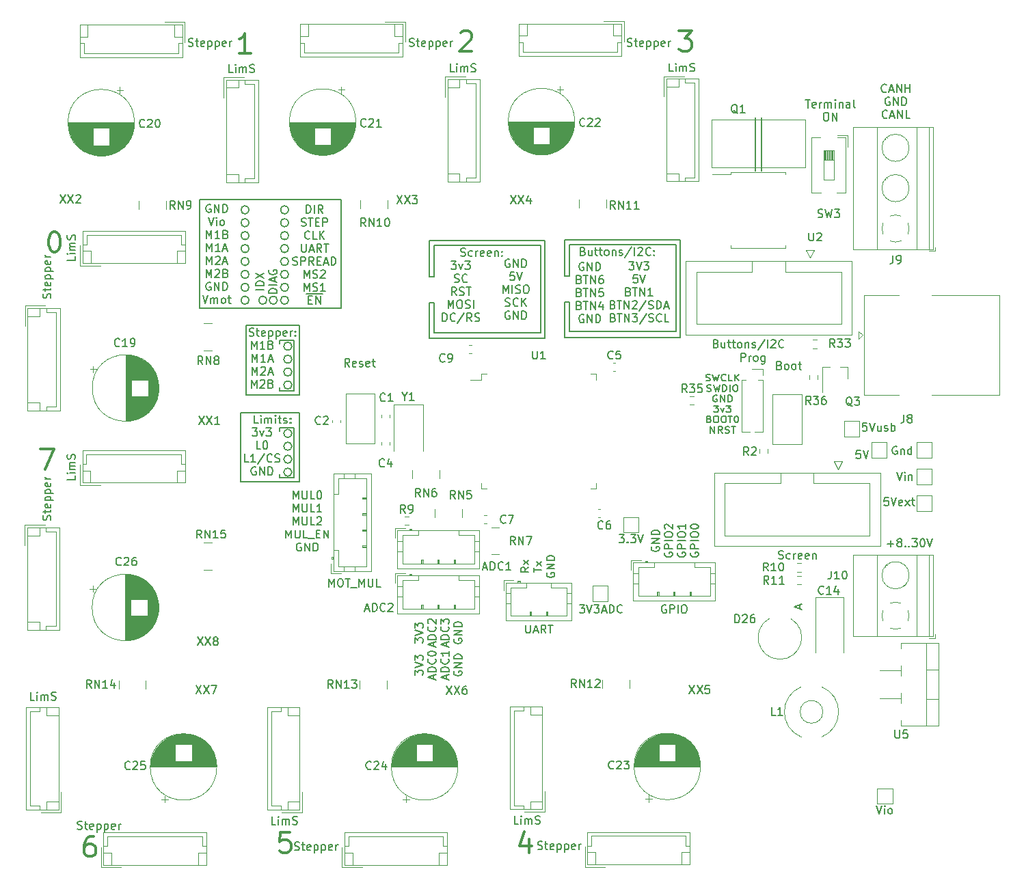
<source format=gbr>
%TF.GenerationSoftware,KiCad,Pcbnew,6.0.10*%
%TF.CreationDate,2023-02-06T19:48:01+03:00*%
%TF.ProjectId,multistepper,6d756c74-6973-4746-9570-7065722e6b69,rev?*%
%TF.SameCoordinates,Original*%
%TF.FileFunction,Legend,Top*%
%TF.FilePolarity,Positive*%
%FSLAX46Y46*%
G04 Gerber Fmt 4.6, Leading zero omitted, Abs format (unit mm)*
G04 Created by KiCad (PCBNEW 6.0.10) date 2023-02-06 19:48:01*
%MOMM*%
%LPD*%
G01*
G04 APERTURE LIST*
%ADD10C,0.150000*%
%ADD11C,0.350000*%
%ADD12C,0.120000*%
G04 APERTURE END LIST*
D10*
X122600000Y-65900000D02*
X136900000Y-65900000D01*
X89100000Y-95400000D02*
X87300000Y-95400000D01*
X122600000Y-73600000D02*
X123200000Y-73600000D01*
X82500000Y-87300000D02*
X89700000Y-87300000D01*
X89700000Y-87300000D02*
X89700000Y-95900000D01*
X89700000Y-95900000D02*
X82500000Y-95900000D01*
X82500000Y-95900000D02*
X82500000Y-87300000D01*
X88800000Y-94700000D02*
G75*
G03*
X88800000Y-94700000I-500000J0D01*
G01*
X136900000Y-78000000D02*
X122600000Y-78000000D01*
X87300000Y-89600000D02*
X87300000Y-89200000D01*
X77400000Y-60900000D02*
X94900000Y-60900000D01*
X94900000Y-60900000D02*
X94900000Y-74400000D01*
X94900000Y-74400000D02*
X77400000Y-74400000D01*
X77400000Y-74400000D02*
X77400000Y-60900000D01*
X88800000Y-91500000D02*
G75*
G03*
X88800000Y-91500000I-500000J0D01*
G01*
X88400000Y-67000000D02*
G75*
G03*
X88400000Y-67000000I-500000J0D01*
G01*
X83500000Y-70200000D02*
G75*
G03*
X83500000Y-70200000I-500000J0D01*
G01*
X87000000Y-73400000D02*
G75*
G03*
X87000000Y-73400000I-500000J0D01*
G01*
X123200000Y-66500000D02*
X136400000Y-66500000D01*
X88400000Y-65400000D02*
G75*
G03*
X88400000Y-65400000I-500000J0D01*
G01*
X105800000Y-66000000D02*
X120100000Y-66000000D01*
X136400000Y-77300000D02*
X123200000Y-77300000D01*
X87300000Y-84600000D02*
X87300000Y-84200000D01*
X88400000Y-63800000D02*
G75*
G03*
X88400000Y-63800000I-500000J0D01*
G01*
X122600000Y-70400000D02*
X122600000Y-65900000D01*
X89100000Y-78400000D02*
X89100000Y-84600000D01*
X83500000Y-73400000D02*
G75*
G03*
X83500000Y-73400000I-500000J0D01*
G01*
X136400000Y-66500000D02*
X136400000Y-77300000D01*
X88800000Y-82300000D02*
G75*
G03*
X88800000Y-82300000I-500000J0D01*
G01*
X105800000Y-73700000D02*
X106400000Y-73700000D01*
X88400000Y-68600000D02*
G75*
G03*
X88400000Y-68600000I-500000J0D01*
G01*
X87300000Y-89200000D02*
X89100000Y-89200000D01*
X123200000Y-70400000D02*
X123200000Y-66500000D01*
X120100000Y-66000000D02*
X120100000Y-78100000D01*
X89100000Y-89200000D02*
X89100000Y-95400000D01*
X83500000Y-62200000D02*
G75*
G03*
X83500000Y-62200000I-500000J0D01*
G01*
X106400000Y-77400000D02*
X106400000Y-73700000D01*
X119600000Y-66600000D02*
X119600000Y-77400000D01*
X83100000Y-76500000D02*
X89700000Y-76500000D01*
X89700000Y-76500000D02*
X89700000Y-85100000D01*
X89700000Y-85100000D02*
X83100000Y-85100000D01*
X83100000Y-85100000D02*
X83100000Y-76500000D01*
X105800000Y-70500000D02*
X105800000Y-66000000D01*
X85700000Y-73400000D02*
G75*
G03*
X85700000Y-73400000I-500000J0D01*
G01*
X88800000Y-93100000D02*
G75*
G03*
X88800000Y-93100000I-500000J0D01*
G01*
X88400000Y-70200000D02*
G75*
G03*
X88400000Y-70200000I-500000J0D01*
G01*
X83500000Y-71800000D02*
G75*
G03*
X83500000Y-71800000I-500000J0D01*
G01*
X136900000Y-65900000D02*
X136900000Y-78000000D01*
X89100000Y-84600000D02*
X87300000Y-84600000D01*
X88800000Y-83900000D02*
G75*
G03*
X88800000Y-83900000I-500000J0D01*
G01*
X123200000Y-70400000D02*
X122600000Y-70400000D01*
X88400000Y-73400000D02*
G75*
G03*
X88400000Y-73400000I-500000J0D01*
G01*
X87300000Y-95400000D02*
X87300000Y-95000000D01*
X88800000Y-79100000D02*
G75*
G03*
X88800000Y-79100000I-500000J0D01*
G01*
X88800000Y-89900000D02*
G75*
G03*
X88800000Y-89900000I-500000J0D01*
G01*
X83500000Y-63800000D02*
G75*
G03*
X83500000Y-63800000I-500000J0D01*
G01*
X83500000Y-67000000D02*
G75*
G03*
X83500000Y-67000000I-500000J0D01*
G01*
X88400000Y-71800000D02*
G75*
G03*
X88400000Y-71800000I-500000J0D01*
G01*
X87300000Y-78800000D02*
X87300000Y-78400000D01*
X106400000Y-70500000D02*
X105800000Y-70500000D01*
X83500000Y-68600000D02*
G75*
G03*
X83500000Y-68600000I-500000J0D01*
G01*
X122600000Y-78000000D02*
X122600000Y-73600000D01*
X123200000Y-77300000D02*
X123200000Y-73600000D01*
X105800000Y-78100000D02*
X105800000Y-73700000D01*
X119600000Y-77400000D02*
X106400000Y-77400000D01*
X88800000Y-80700000D02*
G75*
G03*
X88800000Y-80700000I-500000J0D01*
G01*
X88400000Y-62200000D02*
G75*
G03*
X88400000Y-62200000I-500000J0D01*
G01*
X87300000Y-78400000D02*
X89100000Y-78400000D01*
X83500000Y-65400000D02*
G75*
G03*
X83500000Y-65400000I-500000J0D01*
G01*
X106400000Y-66600000D02*
X119600000Y-66600000D01*
X120100000Y-78100000D02*
X105800000Y-78100000D01*
X106400000Y-70500000D02*
X106400000Y-66600000D01*
X83909523Y-89237380D02*
X84528571Y-89237380D01*
X84195238Y-89618333D01*
X84338095Y-89618333D01*
X84433333Y-89665952D01*
X84480952Y-89713571D01*
X84528571Y-89808809D01*
X84528571Y-90046904D01*
X84480952Y-90142142D01*
X84433333Y-90189761D01*
X84338095Y-90237380D01*
X84052380Y-90237380D01*
X83957142Y-90189761D01*
X83909523Y-90142142D01*
X84861904Y-89570714D02*
X85100000Y-90237380D01*
X85338095Y-89570714D01*
X85623809Y-89237380D02*
X86242857Y-89237380D01*
X85909523Y-89618333D01*
X86052380Y-89618333D01*
X86147619Y-89665952D01*
X86195238Y-89713571D01*
X86242857Y-89808809D01*
X86242857Y-90046904D01*
X86195238Y-90142142D01*
X86147619Y-90189761D01*
X86052380Y-90237380D01*
X85766666Y-90237380D01*
X85671428Y-90189761D01*
X85623809Y-90142142D01*
X84933333Y-91847380D02*
X84457142Y-91847380D01*
X84457142Y-90847380D01*
X85457142Y-90847380D02*
X85552380Y-90847380D01*
X85647619Y-90895000D01*
X85695238Y-90942619D01*
X85742857Y-91037857D01*
X85790476Y-91228333D01*
X85790476Y-91466428D01*
X85742857Y-91656904D01*
X85695238Y-91752142D01*
X85647619Y-91799761D01*
X85552380Y-91847380D01*
X85457142Y-91847380D01*
X85361904Y-91799761D01*
X85314285Y-91752142D01*
X85266666Y-91656904D01*
X85219047Y-91466428D01*
X85219047Y-91228333D01*
X85266666Y-91037857D01*
X85314285Y-90942619D01*
X85361904Y-90895000D01*
X85457142Y-90847380D01*
X83433333Y-93457380D02*
X82957142Y-93457380D01*
X82957142Y-92457380D01*
X84290476Y-93457380D02*
X83719047Y-93457380D01*
X84004761Y-93457380D02*
X84004761Y-92457380D01*
X83909523Y-92600238D01*
X83814285Y-92695476D01*
X83719047Y-92743095D01*
X85433333Y-92409761D02*
X84576190Y-93695476D01*
X86338095Y-93362142D02*
X86290476Y-93409761D01*
X86147619Y-93457380D01*
X86052380Y-93457380D01*
X85909523Y-93409761D01*
X85814285Y-93314523D01*
X85766666Y-93219285D01*
X85719047Y-93028809D01*
X85719047Y-92885952D01*
X85766666Y-92695476D01*
X85814285Y-92600238D01*
X85909523Y-92505000D01*
X86052380Y-92457380D01*
X86147619Y-92457380D01*
X86290476Y-92505000D01*
X86338095Y-92552619D01*
X86719047Y-93409761D02*
X86861904Y-93457380D01*
X87100000Y-93457380D01*
X87195238Y-93409761D01*
X87242857Y-93362142D01*
X87290476Y-93266904D01*
X87290476Y-93171666D01*
X87242857Y-93076428D01*
X87195238Y-93028809D01*
X87100000Y-92981190D01*
X86909523Y-92933571D01*
X86814285Y-92885952D01*
X86766666Y-92838333D01*
X86719047Y-92743095D01*
X86719047Y-92647857D01*
X86766666Y-92552619D01*
X86814285Y-92505000D01*
X86909523Y-92457380D01*
X87147619Y-92457380D01*
X87290476Y-92505000D01*
X84338095Y-94115000D02*
X84242857Y-94067380D01*
X84100000Y-94067380D01*
X83957142Y-94115000D01*
X83861904Y-94210238D01*
X83814285Y-94305476D01*
X83766666Y-94495952D01*
X83766666Y-94638809D01*
X83814285Y-94829285D01*
X83861904Y-94924523D01*
X83957142Y-95019761D01*
X84100000Y-95067380D01*
X84195238Y-95067380D01*
X84338095Y-95019761D01*
X84385714Y-94972142D01*
X84385714Y-94638809D01*
X84195238Y-94638809D01*
X84814285Y-95067380D02*
X84814285Y-94067380D01*
X85385714Y-95067380D01*
X85385714Y-94067380D01*
X85861904Y-95067380D02*
X85861904Y-94067380D01*
X86100000Y-94067380D01*
X86242857Y-94115000D01*
X86338095Y-94210238D01*
X86385714Y-94305476D01*
X86433333Y-94495952D01*
X86433333Y-94638809D01*
X86385714Y-94829285D01*
X86338095Y-94924523D01*
X86242857Y-95019761D01*
X86100000Y-95067380D01*
X85861904Y-95067380D01*
X83790476Y-79437380D02*
X83790476Y-78437380D01*
X84123809Y-79151666D01*
X84457142Y-78437380D01*
X84457142Y-79437380D01*
X85457142Y-79437380D02*
X84885714Y-79437380D01*
X85171428Y-79437380D02*
X85171428Y-78437380D01*
X85076190Y-78580238D01*
X84980952Y-78675476D01*
X84885714Y-78723095D01*
X86219047Y-78913571D02*
X86361904Y-78961190D01*
X86409523Y-79008809D01*
X86457142Y-79104047D01*
X86457142Y-79246904D01*
X86409523Y-79342142D01*
X86361904Y-79389761D01*
X86266666Y-79437380D01*
X85885714Y-79437380D01*
X85885714Y-78437380D01*
X86219047Y-78437380D01*
X86314285Y-78485000D01*
X86361904Y-78532619D01*
X86409523Y-78627857D01*
X86409523Y-78723095D01*
X86361904Y-78818333D01*
X86314285Y-78865952D01*
X86219047Y-78913571D01*
X85885714Y-78913571D01*
X83861904Y-81047380D02*
X83861904Y-80047380D01*
X84195238Y-80761666D01*
X84528571Y-80047380D01*
X84528571Y-81047380D01*
X85528571Y-81047380D02*
X84957142Y-81047380D01*
X85242857Y-81047380D02*
X85242857Y-80047380D01*
X85147619Y-80190238D01*
X85052380Y-80285476D01*
X84957142Y-80333095D01*
X85909523Y-80761666D02*
X86385714Y-80761666D01*
X85814285Y-81047380D02*
X86147619Y-80047380D01*
X86480952Y-81047380D01*
X83861904Y-82657380D02*
X83861904Y-81657380D01*
X84195238Y-82371666D01*
X84528571Y-81657380D01*
X84528571Y-82657380D01*
X84957142Y-81752619D02*
X85004761Y-81705000D01*
X85100000Y-81657380D01*
X85338095Y-81657380D01*
X85433333Y-81705000D01*
X85480952Y-81752619D01*
X85528571Y-81847857D01*
X85528571Y-81943095D01*
X85480952Y-82085952D01*
X84909523Y-82657380D01*
X85528571Y-82657380D01*
X85909523Y-82371666D02*
X86385714Y-82371666D01*
X85814285Y-82657380D02*
X86147619Y-81657380D01*
X86480952Y-82657380D01*
X83790476Y-84267380D02*
X83790476Y-83267380D01*
X84123809Y-83981666D01*
X84457142Y-83267380D01*
X84457142Y-84267380D01*
X84885714Y-83362619D02*
X84933333Y-83315000D01*
X85028571Y-83267380D01*
X85266666Y-83267380D01*
X85361904Y-83315000D01*
X85409523Y-83362619D01*
X85457142Y-83457857D01*
X85457142Y-83553095D01*
X85409523Y-83695952D01*
X84838095Y-84267380D01*
X85457142Y-84267380D01*
X86219047Y-83743571D02*
X86361904Y-83791190D01*
X86409523Y-83838809D01*
X86457142Y-83934047D01*
X86457142Y-84076904D01*
X86409523Y-84172142D01*
X86361904Y-84219761D01*
X86266666Y-84267380D01*
X85885714Y-84267380D01*
X85885714Y-83267380D01*
X86219047Y-83267380D01*
X86314285Y-83315000D01*
X86361904Y-83362619D01*
X86409523Y-83457857D01*
X86409523Y-83553095D01*
X86361904Y-83648333D01*
X86314285Y-83695952D01*
X86219047Y-83743571D01*
X85885714Y-83743571D01*
X104037380Y-115838095D02*
X104037380Y-115219047D01*
X104418333Y-115552380D01*
X104418333Y-115409523D01*
X104465952Y-115314285D01*
X104513571Y-115266666D01*
X104608809Y-115219047D01*
X104846904Y-115219047D01*
X104942142Y-115266666D01*
X104989761Y-115314285D01*
X105037380Y-115409523D01*
X105037380Y-115695238D01*
X104989761Y-115790476D01*
X104942142Y-115838095D01*
X104037380Y-114933333D02*
X105037380Y-114600000D01*
X104037380Y-114266666D01*
X104037380Y-114028571D02*
X104037380Y-113409523D01*
X104418333Y-113742857D01*
X104418333Y-113600000D01*
X104465952Y-113504761D01*
X104513571Y-113457142D01*
X104608809Y-113409523D01*
X104846904Y-113409523D01*
X104942142Y-113457142D01*
X104989761Y-113504761D01*
X105037380Y-113600000D01*
X105037380Y-113885714D01*
X104989761Y-113980952D01*
X104942142Y-114028571D01*
X106361666Y-116314285D02*
X106361666Y-115838095D01*
X106647380Y-116409523D02*
X105647380Y-116076190D01*
X106647380Y-115742857D01*
X106647380Y-115409523D02*
X105647380Y-115409523D01*
X105647380Y-115171428D01*
X105695000Y-115028571D01*
X105790238Y-114933333D01*
X105885476Y-114885714D01*
X106075952Y-114838095D01*
X106218809Y-114838095D01*
X106409285Y-114885714D01*
X106504523Y-114933333D01*
X106599761Y-115028571D01*
X106647380Y-115171428D01*
X106647380Y-115409523D01*
X106552142Y-113838095D02*
X106599761Y-113885714D01*
X106647380Y-114028571D01*
X106647380Y-114123809D01*
X106599761Y-114266666D01*
X106504523Y-114361904D01*
X106409285Y-114409523D01*
X106218809Y-114457142D01*
X106075952Y-114457142D01*
X105885476Y-114409523D01*
X105790238Y-114361904D01*
X105695000Y-114266666D01*
X105647380Y-114123809D01*
X105647380Y-114028571D01*
X105695000Y-113885714D01*
X105742619Y-113838095D01*
X105742619Y-113457142D02*
X105695000Y-113409523D01*
X105647380Y-113314285D01*
X105647380Y-113076190D01*
X105695000Y-112980952D01*
X105742619Y-112933333D01*
X105837857Y-112885714D01*
X105933095Y-112885714D01*
X106075952Y-112933333D01*
X106647380Y-113504761D01*
X106647380Y-112885714D01*
X107971666Y-116314285D02*
X107971666Y-115838095D01*
X108257380Y-116409523D02*
X107257380Y-116076190D01*
X108257380Y-115742857D01*
X108257380Y-115409523D02*
X107257380Y-115409523D01*
X107257380Y-115171428D01*
X107305000Y-115028571D01*
X107400238Y-114933333D01*
X107495476Y-114885714D01*
X107685952Y-114838095D01*
X107828809Y-114838095D01*
X108019285Y-114885714D01*
X108114523Y-114933333D01*
X108209761Y-115028571D01*
X108257380Y-115171428D01*
X108257380Y-115409523D01*
X108162142Y-113838095D02*
X108209761Y-113885714D01*
X108257380Y-114028571D01*
X108257380Y-114123809D01*
X108209761Y-114266666D01*
X108114523Y-114361904D01*
X108019285Y-114409523D01*
X107828809Y-114457142D01*
X107685952Y-114457142D01*
X107495476Y-114409523D01*
X107400238Y-114361904D01*
X107305000Y-114266666D01*
X107257380Y-114123809D01*
X107257380Y-114028571D01*
X107305000Y-113885714D01*
X107352619Y-113838095D01*
X107257380Y-113504761D02*
X107257380Y-112885714D01*
X107638333Y-113219047D01*
X107638333Y-113076190D01*
X107685952Y-112980952D01*
X107733571Y-112933333D01*
X107828809Y-112885714D01*
X108066904Y-112885714D01*
X108162142Y-112933333D01*
X108209761Y-112980952D01*
X108257380Y-113076190D01*
X108257380Y-113361904D01*
X108209761Y-113457142D01*
X108162142Y-113504761D01*
X108915000Y-115361904D02*
X108867380Y-115457142D01*
X108867380Y-115600000D01*
X108915000Y-115742857D01*
X109010238Y-115838095D01*
X109105476Y-115885714D01*
X109295952Y-115933333D01*
X109438809Y-115933333D01*
X109629285Y-115885714D01*
X109724523Y-115838095D01*
X109819761Y-115742857D01*
X109867380Y-115600000D01*
X109867380Y-115504761D01*
X109819761Y-115361904D01*
X109772142Y-115314285D01*
X109438809Y-115314285D01*
X109438809Y-115504761D01*
X109867380Y-114885714D02*
X108867380Y-114885714D01*
X109867380Y-114314285D01*
X108867380Y-114314285D01*
X109867380Y-113838095D02*
X108867380Y-113838095D01*
X108867380Y-113600000D01*
X108915000Y-113457142D01*
X109010238Y-113361904D01*
X109105476Y-113314285D01*
X109295952Y-113266666D01*
X109438809Y-113266666D01*
X109629285Y-113314285D01*
X109724523Y-113361904D01*
X109819761Y-113457142D01*
X109867380Y-113600000D01*
X109867380Y-113838095D01*
X152404761Y-48547380D02*
X152976190Y-48547380D01*
X152690476Y-49547380D02*
X152690476Y-48547380D01*
X153690476Y-49499761D02*
X153595238Y-49547380D01*
X153404761Y-49547380D01*
X153309523Y-49499761D01*
X153261904Y-49404523D01*
X153261904Y-49023571D01*
X153309523Y-48928333D01*
X153404761Y-48880714D01*
X153595238Y-48880714D01*
X153690476Y-48928333D01*
X153738095Y-49023571D01*
X153738095Y-49118809D01*
X153261904Y-49214047D01*
X154166666Y-49547380D02*
X154166666Y-48880714D01*
X154166666Y-49071190D02*
X154214285Y-48975952D01*
X154261904Y-48928333D01*
X154357142Y-48880714D01*
X154452380Y-48880714D01*
X154785714Y-49547380D02*
X154785714Y-48880714D01*
X154785714Y-48975952D02*
X154833333Y-48928333D01*
X154928571Y-48880714D01*
X155071428Y-48880714D01*
X155166666Y-48928333D01*
X155214285Y-49023571D01*
X155214285Y-49547380D01*
X155214285Y-49023571D02*
X155261904Y-48928333D01*
X155357142Y-48880714D01*
X155500000Y-48880714D01*
X155595238Y-48928333D01*
X155642857Y-49023571D01*
X155642857Y-49547380D01*
X156119047Y-49547380D02*
X156119047Y-48880714D01*
X156119047Y-48547380D02*
X156071428Y-48595000D01*
X156119047Y-48642619D01*
X156166666Y-48595000D01*
X156119047Y-48547380D01*
X156119047Y-48642619D01*
X156595238Y-48880714D02*
X156595238Y-49547380D01*
X156595238Y-48975952D02*
X156642857Y-48928333D01*
X156738095Y-48880714D01*
X156880952Y-48880714D01*
X156976190Y-48928333D01*
X157023809Y-49023571D01*
X157023809Y-49547380D01*
X157928571Y-49547380D02*
X157928571Y-49023571D01*
X157880952Y-48928333D01*
X157785714Y-48880714D01*
X157595238Y-48880714D01*
X157500000Y-48928333D01*
X157928571Y-49499761D02*
X157833333Y-49547380D01*
X157595238Y-49547380D01*
X157500000Y-49499761D01*
X157452380Y-49404523D01*
X157452380Y-49309285D01*
X157500000Y-49214047D01*
X157595238Y-49166428D01*
X157833333Y-49166428D01*
X157928571Y-49118809D01*
X158547619Y-49547380D02*
X158452380Y-49499761D01*
X158404761Y-49404523D01*
X158404761Y-48547380D01*
X154880952Y-50157380D02*
X155071428Y-50157380D01*
X155166666Y-50205000D01*
X155261904Y-50300238D01*
X155309523Y-50490714D01*
X155309523Y-50824047D01*
X155261904Y-51014523D01*
X155166666Y-51109761D01*
X155071428Y-51157380D01*
X154880952Y-51157380D01*
X154785714Y-51109761D01*
X154690476Y-51014523D01*
X154642857Y-50824047D01*
X154642857Y-50490714D01*
X154690476Y-50300238D01*
X154785714Y-50205000D01*
X154880952Y-50157380D01*
X155738095Y-51157380D02*
X155738095Y-50157380D01*
X156309523Y-51157380D01*
X156309523Y-50157380D01*
X124861904Y-67328571D02*
X125004761Y-67376190D01*
X125052380Y-67423809D01*
X125100000Y-67519047D01*
X125100000Y-67661904D01*
X125052380Y-67757142D01*
X125004761Y-67804761D01*
X124909523Y-67852380D01*
X124528571Y-67852380D01*
X124528571Y-66852380D01*
X124861904Y-66852380D01*
X124957142Y-66900000D01*
X125004761Y-66947619D01*
X125052380Y-67042857D01*
X125052380Y-67138095D01*
X125004761Y-67233333D01*
X124957142Y-67280952D01*
X124861904Y-67328571D01*
X124528571Y-67328571D01*
X125957142Y-67185714D02*
X125957142Y-67852380D01*
X125528571Y-67185714D02*
X125528571Y-67709523D01*
X125576190Y-67804761D01*
X125671428Y-67852380D01*
X125814285Y-67852380D01*
X125909523Y-67804761D01*
X125957142Y-67757142D01*
X126290476Y-67185714D02*
X126671428Y-67185714D01*
X126433333Y-66852380D02*
X126433333Y-67709523D01*
X126480952Y-67804761D01*
X126576190Y-67852380D01*
X126671428Y-67852380D01*
X126861904Y-67185714D02*
X127242857Y-67185714D01*
X127004761Y-66852380D02*
X127004761Y-67709523D01*
X127052380Y-67804761D01*
X127147619Y-67852380D01*
X127242857Y-67852380D01*
X127719047Y-67852380D02*
X127623809Y-67804761D01*
X127576190Y-67757142D01*
X127528571Y-67661904D01*
X127528571Y-67376190D01*
X127576190Y-67280952D01*
X127623809Y-67233333D01*
X127719047Y-67185714D01*
X127861904Y-67185714D01*
X127957142Y-67233333D01*
X128004761Y-67280952D01*
X128052380Y-67376190D01*
X128052380Y-67661904D01*
X128004761Y-67757142D01*
X127957142Y-67804761D01*
X127861904Y-67852380D01*
X127719047Y-67852380D01*
X128480952Y-67185714D02*
X128480952Y-67852380D01*
X128480952Y-67280952D02*
X128528571Y-67233333D01*
X128623809Y-67185714D01*
X128766666Y-67185714D01*
X128861904Y-67233333D01*
X128909523Y-67328571D01*
X128909523Y-67852380D01*
X129338095Y-67804761D02*
X129433333Y-67852380D01*
X129623809Y-67852380D01*
X129719047Y-67804761D01*
X129766666Y-67709523D01*
X129766666Y-67661904D01*
X129719047Y-67566666D01*
X129623809Y-67519047D01*
X129480952Y-67519047D01*
X129385714Y-67471428D01*
X129338095Y-67376190D01*
X129338095Y-67328571D01*
X129385714Y-67233333D01*
X129480952Y-67185714D01*
X129623809Y-67185714D01*
X129719047Y-67233333D01*
X130909523Y-66804761D02*
X130052380Y-68090476D01*
X131242857Y-67852380D02*
X131242857Y-66852380D01*
X131671428Y-66947619D02*
X131719047Y-66900000D01*
X131814285Y-66852380D01*
X132052380Y-66852380D01*
X132147619Y-66900000D01*
X132195238Y-66947619D01*
X132242857Y-67042857D01*
X132242857Y-67138095D01*
X132195238Y-67280952D01*
X131623809Y-67852380D01*
X132242857Y-67852380D01*
X133242857Y-67757142D02*
X133195238Y-67804761D01*
X133052380Y-67852380D01*
X132957142Y-67852380D01*
X132814285Y-67804761D01*
X132719047Y-67709523D01*
X132671428Y-67614285D01*
X132623809Y-67423809D01*
X132623809Y-67280952D01*
X132671428Y-67090476D01*
X132719047Y-66995238D01*
X132814285Y-66900000D01*
X132957142Y-66852380D01*
X133052380Y-66852380D01*
X133195238Y-66900000D01*
X133242857Y-66947619D01*
X133671428Y-67757142D02*
X133719047Y-67804761D01*
X133671428Y-67852380D01*
X133623809Y-67804761D01*
X133671428Y-67757142D01*
X133671428Y-67852380D01*
X133671428Y-67233333D02*
X133719047Y-67280952D01*
X133671428Y-67328571D01*
X133623809Y-67280952D01*
X133671428Y-67233333D01*
X133671428Y-67328571D01*
D11*
X59280952Y-64930952D02*
X59519047Y-64930952D01*
X59757142Y-65050000D01*
X59876190Y-65169047D01*
X59995238Y-65407142D01*
X60114285Y-65883333D01*
X60114285Y-66478571D01*
X59995238Y-66954761D01*
X59876190Y-67192857D01*
X59757142Y-67311904D01*
X59519047Y-67430952D01*
X59280952Y-67430952D01*
X59042857Y-67311904D01*
X58923809Y-67192857D01*
X58804761Y-66954761D01*
X58685714Y-66478571D01*
X58685714Y-65883333D01*
X58804761Y-65407142D01*
X58923809Y-65169047D01*
X59042857Y-65050000D01*
X59280952Y-64930952D01*
X83714285Y-42830952D02*
X82285714Y-42830952D01*
X83000000Y-42830952D02*
X83000000Y-40330952D01*
X82761904Y-40688095D01*
X82523809Y-40926190D01*
X82285714Y-41045238D01*
D10*
X85347380Y-72076190D02*
X84347380Y-72076190D01*
X85347380Y-71600000D02*
X84347380Y-71600000D01*
X84347380Y-71361904D01*
X84395000Y-71219047D01*
X84490238Y-71123809D01*
X84585476Y-71076190D01*
X84775952Y-71028571D01*
X84918809Y-71028571D01*
X85109285Y-71076190D01*
X85204523Y-71123809D01*
X85299761Y-71219047D01*
X85347380Y-71361904D01*
X85347380Y-71600000D01*
X84347380Y-70695238D02*
X85347380Y-70028571D01*
X84347380Y-70028571D02*
X85347380Y-70695238D01*
X86957380Y-72528571D02*
X85957380Y-72528571D01*
X85957380Y-72290476D01*
X86005000Y-72147619D01*
X86100238Y-72052380D01*
X86195476Y-72004761D01*
X86385952Y-71957142D01*
X86528809Y-71957142D01*
X86719285Y-72004761D01*
X86814523Y-72052380D01*
X86909761Y-72147619D01*
X86957380Y-72290476D01*
X86957380Y-72528571D01*
X86957380Y-71528571D02*
X85957380Y-71528571D01*
X86671666Y-71100000D02*
X86671666Y-70623809D01*
X86957380Y-71195238D02*
X85957380Y-70861904D01*
X86957380Y-70528571D01*
X86005000Y-69671428D02*
X85957380Y-69766666D01*
X85957380Y-69909523D01*
X86005000Y-70052380D01*
X86100238Y-70147619D01*
X86195476Y-70195238D01*
X86385952Y-70242857D01*
X86528809Y-70242857D01*
X86719285Y-70195238D01*
X86814523Y-70147619D01*
X86909761Y-70052380D01*
X86957380Y-69909523D01*
X86957380Y-69814285D01*
X86909761Y-69671428D01*
X86862142Y-69623809D01*
X86528809Y-69623809D01*
X86528809Y-69814285D01*
X83519047Y-77804761D02*
X83661904Y-77852380D01*
X83900000Y-77852380D01*
X83995238Y-77804761D01*
X84042857Y-77757142D01*
X84090476Y-77661904D01*
X84090476Y-77566666D01*
X84042857Y-77471428D01*
X83995238Y-77423809D01*
X83900000Y-77376190D01*
X83709523Y-77328571D01*
X83614285Y-77280952D01*
X83566666Y-77233333D01*
X83519047Y-77138095D01*
X83519047Y-77042857D01*
X83566666Y-76947619D01*
X83614285Y-76900000D01*
X83709523Y-76852380D01*
X83947619Y-76852380D01*
X84090476Y-76900000D01*
X84376190Y-77185714D02*
X84757142Y-77185714D01*
X84519047Y-76852380D02*
X84519047Y-77709523D01*
X84566666Y-77804761D01*
X84661904Y-77852380D01*
X84757142Y-77852380D01*
X85471428Y-77804761D02*
X85376190Y-77852380D01*
X85185714Y-77852380D01*
X85090476Y-77804761D01*
X85042857Y-77709523D01*
X85042857Y-77328571D01*
X85090476Y-77233333D01*
X85185714Y-77185714D01*
X85376190Y-77185714D01*
X85471428Y-77233333D01*
X85519047Y-77328571D01*
X85519047Y-77423809D01*
X85042857Y-77519047D01*
X85947619Y-77185714D02*
X85947619Y-78185714D01*
X85947619Y-77233333D02*
X86042857Y-77185714D01*
X86233333Y-77185714D01*
X86328571Y-77233333D01*
X86376190Y-77280952D01*
X86423809Y-77376190D01*
X86423809Y-77661904D01*
X86376190Y-77757142D01*
X86328571Y-77804761D01*
X86233333Y-77852380D01*
X86042857Y-77852380D01*
X85947619Y-77804761D01*
X86852380Y-77185714D02*
X86852380Y-78185714D01*
X86852380Y-77233333D02*
X86947619Y-77185714D01*
X87138095Y-77185714D01*
X87233333Y-77233333D01*
X87280952Y-77280952D01*
X87328571Y-77376190D01*
X87328571Y-77661904D01*
X87280952Y-77757142D01*
X87233333Y-77804761D01*
X87138095Y-77852380D01*
X86947619Y-77852380D01*
X86852380Y-77804761D01*
X88138095Y-77804761D02*
X88042857Y-77852380D01*
X87852380Y-77852380D01*
X87757142Y-77804761D01*
X87709523Y-77709523D01*
X87709523Y-77328571D01*
X87757142Y-77233333D01*
X87852380Y-77185714D01*
X88042857Y-77185714D01*
X88138095Y-77233333D01*
X88185714Y-77328571D01*
X88185714Y-77423809D01*
X87709523Y-77519047D01*
X88614285Y-77852380D02*
X88614285Y-77185714D01*
X88614285Y-77376190D02*
X88661904Y-77280952D01*
X88709523Y-77233333D01*
X88804761Y-77185714D01*
X88900000Y-77185714D01*
X89233333Y-77757142D02*
X89280952Y-77804761D01*
X89233333Y-77852380D01*
X89185714Y-77804761D01*
X89233333Y-77757142D01*
X89233333Y-77852380D01*
X89233333Y-77233333D02*
X89280952Y-77280952D01*
X89233333Y-77328571D01*
X89185714Y-77280952D01*
X89233333Y-77233333D01*
X89233333Y-77328571D01*
D11*
X88595238Y-139330952D02*
X87404761Y-139330952D01*
X87285714Y-140521428D01*
X87404761Y-140402380D01*
X87642857Y-140283333D01*
X88238095Y-140283333D01*
X88476190Y-140402380D01*
X88595238Y-140521428D01*
X88714285Y-140759523D01*
X88714285Y-141354761D01*
X88595238Y-141592857D01*
X88476190Y-141711904D01*
X88238095Y-141830952D01*
X87642857Y-141830952D01*
X87404761Y-141711904D01*
X87285714Y-141592857D01*
X118176190Y-140164285D02*
X118176190Y-141830952D01*
X117580952Y-139211904D02*
X116985714Y-140997619D01*
X118533333Y-140997619D01*
D10*
X162585714Y-103571428D02*
X163347619Y-103571428D01*
X162966666Y-103952380D02*
X162966666Y-103190476D01*
X163966666Y-103380952D02*
X163871428Y-103333333D01*
X163823809Y-103285714D01*
X163776190Y-103190476D01*
X163776190Y-103142857D01*
X163823809Y-103047619D01*
X163871428Y-103000000D01*
X163966666Y-102952380D01*
X164157142Y-102952380D01*
X164252380Y-103000000D01*
X164300000Y-103047619D01*
X164347619Y-103142857D01*
X164347619Y-103190476D01*
X164300000Y-103285714D01*
X164252380Y-103333333D01*
X164157142Y-103380952D01*
X163966666Y-103380952D01*
X163871428Y-103428571D01*
X163823809Y-103476190D01*
X163776190Y-103571428D01*
X163776190Y-103761904D01*
X163823809Y-103857142D01*
X163871428Y-103904761D01*
X163966666Y-103952380D01*
X164157142Y-103952380D01*
X164252380Y-103904761D01*
X164300000Y-103857142D01*
X164347619Y-103761904D01*
X164347619Y-103571428D01*
X164300000Y-103476190D01*
X164252380Y-103428571D01*
X164157142Y-103380952D01*
X164776190Y-103857142D02*
X164823809Y-103904761D01*
X164776190Y-103952380D01*
X164728571Y-103904761D01*
X164776190Y-103857142D01*
X164776190Y-103952380D01*
X165252380Y-103857142D02*
X165300000Y-103904761D01*
X165252380Y-103952380D01*
X165204761Y-103904761D01*
X165252380Y-103857142D01*
X165252380Y-103952380D01*
X165633333Y-102952380D02*
X166252380Y-102952380D01*
X165919047Y-103333333D01*
X166061904Y-103333333D01*
X166157142Y-103380952D01*
X166204761Y-103428571D01*
X166252380Y-103523809D01*
X166252380Y-103761904D01*
X166204761Y-103857142D01*
X166157142Y-103904761D01*
X166061904Y-103952380D01*
X165776190Y-103952380D01*
X165680952Y-103904761D01*
X165633333Y-103857142D01*
X166871428Y-102952380D02*
X166966666Y-102952380D01*
X167061904Y-103000000D01*
X167109523Y-103047619D01*
X167157142Y-103142857D01*
X167204761Y-103333333D01*
X167204761Y-103571428D01*
X167157142Y-103761904D01*
X167109523Y-103857142D01*
X167061904Y-103904761D01*
X166966666Y-103952380D01*
X166871428Y-103952380D01*
X166776190Y-103904761D01*
X166728571Y-103857142D01*
X166680952Y-103761904D01*
X166633333Y-103571428D01*
X166633333Y-103333333D01*
X166680952Y-103142857D01*
X166728571Y-103047619D01*
X166776190Y-103000000D01*
X166871428Y-102952380D01*
X167490476Y-102952380D02*
X167823809Y-103952380D01*
X168157142Y-102952380D01*
D11*
X64276190Y-139830952D02*
X63800000Y-139830952D01*
X63561904Y-139950000D01*
X63442857Y-140069047D01*
X63204761Y-140426190D01*
X63085714Y-140902380D01*
X63085714Y-141854761D01*
X63204761Y-142092857D01*
X63323809Y-142211904D01*
X63561904Y-142330952D01*
X64038095Y-142330952D01*
X64276190Y-142211904D01*
X64395238Y-142092857D01*
X64514285Y-141854761D01*
X64514285Y-141259523D01*
X64395238Y-141021428D01*
X64276190Y-140902380D01*
X64038095Y-140783333D01*
X63561904Y-140783333D01*
X63323809Y-140902380D01*
X63204761Y-141021428D01*
X63085714Y-141259523D01*
D10*
X140102685Y-83362209D02*
X140231257Y-83400304D01*
X140445542Y-83400304D01*
X140531257Y-83362209D01*
X140574114Y-83324114D01*
X140616971Y-83247923D01*
X140616971Y-83171733D01*
X140574114Y-83095542D01*
X140531257Y-83057447D01*
X140445542Y-83019352D01*
X140274114Y-82981257D01*
X140188400Y-82943161D01*
X140145542Y-82905066D01*
X140102685Y-82828876D01*
X140102685Y-82752685D01*
X140145542Y-82676495D01*
X140188400Y-82638400D01*
X140274114Y-82600304D01*
X140488400Y-82600304D01*
X140616971Y-82638400D01*
X140916971Y-82600304D02*
X141131257Y-83400304D01*
X141302685Y-82828876D01*
X141474114Y-83400304D01*
X141688400Y-82600304D01*
X142545542Y-83324114D02*
X142502685Y-83362209D01*
X142374114Y-83400304D01*
X142288400Y-83400304D01*
X142159828Y-83362209D01*
X142074114Y-83286019D01*
X142031257Y-83209828D01*
X141988400Y-83057447D01*
X141988400Y-82943161D01*
X142031257Y-82790780D01*
X142074114Y-82714590D01*
X142159828Y-82638400D01*
X142288400Y-82600304D01*
X142374114Y-82600304D01*
X142502685Y-82638400D01*
X142545542Y-82676495D01*
X143359828Y-83400304D02*
X142931257Y-83400304D01*
X142931257Y-82600304D01*
X143659828Y-83400304D02*
X143659828Y-82600304D01*
X144174114Y-83400304D02*
X143788400Y-82943161D01*
X144174114Y-82600304D02*
X143659828Y-83057447D01*
X140231257Y-84650209D02*
X140359828Y-84688304D01*
X140574114Y-84688304D01*
X140659828Y-84650209D01*
X140702685Y-84612114D01*
X140745542Y-84535923D01*
X140745542Y-84459733D01*
X140702685Y-84383542D01*
X140659828Y-84345447D01*
X140574114Y-84307352D01*
X140402685Y-84269257D01*
X140316971Y-84231161D01*
X140274114Y-84193066D01*
X140231257Y-84116876D01*
X140231257Y-84040685D01*
X140274114Y-83964495D01*
X140316971Y-83926400D01*
X140402685Y-83888304D01*
X140616971Y-83888304D01*
X140745542Y-83926400D01*
X141045542Y-83888304D02*
X141259828Y-84688304D01*
X141431257Y-84116876D01*
X141602685Y-84688304D01*
X141816971Y-83888304D01*
X142159828Y-84688304D02*
X142159828Y-83888304D01*
X142374114Y-83888304D01*
X142502685Y-83926400D01*
X142588400Y-84002590D01*
X142631257Y-84078780D01*
X142674114Y-84231161D01*
X142674114Y-84345447D01*
X142631257Y-84497828D01*
X142588400Y-84574019D01*
X142502685Y-84650209D01*
X142374114Y-84688304D01*
X142159828Y-84688304D01*
X143059828Y-84688304D02*
X143059828Y-83888304D01*
X143659828Y-83888304D02*
X143831257Y-83888304D01*
X143916971Y-83926400D01*
X144002685Y-84002590D01*
X144045542Y-84154971D01*
X144045542Y-84421638D01*
X144002685Y-84574019D01*
X143916971Y-84650209D01*
X143831257Y-84688304D01*
X143659828Y-84688304D01*
X143574114Y-84650209D01*
X143488400Y-84574019D01*
X143445542Y-84421638D01*
X143445542Y-84154971D01*
X143488400Y-84002590D01*
X143574114Y-83926400D01*
X143659828Y-83888304D01*
X141452685Y-85214400D02*
X141366971Y-85176304D01*
X141238400Y-85176304D01*
X141109828Y-85214400D01*
X141024114Y-85290590D01*
X140981257Y-85366780D01*
X140938400Y-85519161D01*
X140938400Y-85633447D01*
X140981257Y-85785828D01*
X141024114Y-85862019D01*
X141109828Y-85938209D01*
X141238400Y-85976304D01*
X141324114Y-85976304D01*
X141452685Y-85938209D01*
X141495542Y-85900114D01*
X141495542Y-85633447D01*
X141324114Y-85633447D01*
X141881257Y-85976304D02*
X141881257Y-85176304D01*
X142395542Y-85976304D01*
X142395542Y-85176304D01*
X142824114Y-85976304D02*
X142824114Y-85176304D01*
X143038400Y-85176304D01*
X143166971Y-85214400D01*
X143252685Y-85290590D01*
X143295542Y-85366780D01*
X143338400Y-85519161D01*
X143338400Y-85633447D01*
X143295542Y-85785828D01*
X143252685Y-85862019D01*
X143166971Y-85938209D01*
X143038400Y-85976304D01*
X142824114Y-85976304D01*
X141066971Y-86464304D02*
X141624114Y-86464304D01*
X141324114Y-86769066D01*
X141452685Y-86769066D01*
X141538400Y-86807161D01*
X141581257Y-86845257D01*
X141624114Y-86921447D01*
X141624114Y-87111923D01*
X141581257Y-87188114D01*
X141538400Y-87226209D01*
X141452685Y-87264304D01*
X141195542Y-87264304D01*
X141109828Y-87226209D01*
X141066971Y-87188114D01*
X141924114Y-86730971D02*
X142138400Y-87264304D01*
X142352685Y-86730971D01*
X142609828Y-86464304D02*
X143166971Y-86464304D01*
X142866971Y-86769066D01*
X142995542Y-86769066D01*
X143081257Y-86807161D01*
X143124114Y-86845257D01*
X143166971Y-86921447D01*
X143166971Y-87111923D01*
X143124114Y-87188114D01*
X143081257Y-87226209D01*
X142995542Y-87264304D01*
X142738400Y-87264304D01*
X142652685Y-87226209D01*
X142609828Y-87188114D01*
X140488400Y-88133257D02*
X140616971Y-88171352D01*
X140659828Y-88209447D01*
X140702685Y-88285638D01*
X140702685Y-88399923D01*
X140659828Y-88476114D01*
X140616971Y-88514209D01*
X140531257Y-88552304D01*
X140188400Y-88552304D01*
X140188400Y-87752304D01*
X140488400Y-87752304D01*
X140574114Y-87790400D01*
X140616971Y-87828495D01*
X140659828Y-87904685D01*
X140659828Y-87980876D01*
X140616971Y-88057066D01*
X140574114Y-88095161D01*
X140488400Y-88133257D01*
X140188400Y-88133257D01*
X141259828Y-87752304D02*
X141431257Y-87752304D01*
X141516971Y-87790400D01*
X141602685Y-87866590D01*
X141645542Y-88018971D01*
X141645542Y-88285638D01*
X141602685Y-88438019D01*
X141516971Y-88514209D01*
X141431257Y-88552304D01*
X141259828Y-88552304D01*
X141174114Y-88514209D01*
X141088400Y-88438019D01*
X141045542Y-88285638D01*
X141045542Y-88018971D01*
X141088400Y-87866590D01*
X141174114Y-87790400D01*
X141259828Y-87752304D01*
X142202685Y-87752304D02*
X142374114Y-87752304D01*
X142459828Y-87790400D01*
X142545542Y-87866590D01*
X142588400Y-88018971D01*
X142588400Y-88285638D01*
X142545542Y-88438019D01*
X142459828Y-88514209D01*
X142374114Y-88552304D01*
X142202685Y-88552304D01*
X142116971Y-88514209D01*
X142031257Y-88438019D01*
X141988400Y-88285638D01*
X141988400Y-88018971D01*
X142031257Y-87866590D01*
X142116971Y-87790400D01*
X142202685Y-87752304D01*
X142845542Y-87752304D02*
X143359828Y-87752304D01*
X143102685Y-88552304D02*
X143102685Y-87752304D01*
X143831257Y-87752304D02*
X143916971Y-87752304D01*
X144002685Y-87790400D01*
X144045542Y-87828495D01*
X144088400Y-87904685D01*
X144131257Y-88057066D01*
X144131257Y-88247542D01*
X144088400Y-88399923D01*
X144045542Y-88476114D01*
X144002685Y-88514209D01*
X143916971Y-88552304D01*
X143831257Y-88552304D01*
X143745542Y-88514209D01*
X143702685Y-88476114D01*
X143659828Y-88399923D01*
X143616971Y-88247542D01*
X143616971Y-88057066D01*
X143659828Y-87904685D01*
X143702685Y-87828495D01*
X143745542Y-87790400D01*
X143831257Y-87752304D01*
X140659828Y-89840304D02*
X140659828Y-89040304D01*
X141174114Y-89840304D01*
X141174114Y-89040304D01*
X142116971Y-89840304D02*
X141816971Y-89459352D01*
X141602685Y-89840304D02*
X141602685Y-89040304D01*
X141945542Y-89040304D01*
X142031257Y-89078400D01*
X142074114Y-89116495D01*
X142116971Y-89192685D01*
X142116971Y-89306971D01*
X142074114Y-89383161D01*
X142031257Y-89421257D01*
X141945542Y-89459352D01*
X141602685Y-89459352D01*
X142459828Y-89802209D02*
X142588400Y-89840304D01*
X142802685Y-89840304D01*
X142888400Y-89802209D01*
X142931257Y-89764114D01*
X142974114Y-89687923D01*
X142974114Y-89611733D01*
X142931257Y-89535542D01*
X142888400Y-89497447D01*
X142802685Y-89459352D01*
X142631257Y-89421257D01*
X142545542Y-89383161D01*
X142502685Y-89345066D01*
X142459828Y-89268876D01*
X142459828Y-89192685D01*
X142502685Y-89116495D01*
X142545542Y-89078400D01*
X142631257Y-89040304D01*
X142845542Y-89040304D01*
X142974114Y-89078400D01*
X143231257Y-89040304D02*
X143745542Y-89040304D01*
X143488400Y-89840304D02*
X143488400Y-89040304D01*
X162433333Y-47547142D02*
X162385714Y-47594761D01*
X162242857Y-47642380D01*
X162147619Y-47642380D01*
X162004761Y-47594761D01*
X161909523Y-47499523D01*
X161861904Y-47404285D01*
X161814285Y-47213809D01*
X161814285Y-47070952D01*
X161861904Y-46880476D01*
X161909523Y-46785238D01*
X162004761Y-46690000D01*
X162147619Y-46642380D01*
X162242857Y-46642380D01*
X162385714Y-46690000D01*
X162433333Y-46737619D01*
X162814285Y-47356666D02*
X163290476Y-47356666D01*
X162719047Y-47642380D02*
X163052380Y-46642380D01*
X163385714Y-47642380D01*
X163719047Y-47642380D02*
X163719047Y-46642380D01*
X164290476Y-47642380D01*
X164290476Y-46642380D01*
X164766666Y-47642380D02*
X164766666Y-46642380D01*
X164766666Y-47118571D02*
X165338095Y-47118571D01*
X165338095Y-47642380D02*
X165338095Y-46642380D01*
X162838095Y-48300000D02*
X162742857Y-48252380D01*
X162600000Y-48252380D01*
X162457142Y-48300000D01*
X162361904Y-48395238D01*
X162314285Y-48490476D01*
X162266666Y-48680952D01*
X162266666Y-48823809D01*
X162314285Y-49014285D01*
X162361904Y-49109523D01*
X162457142Y-49204761D01*
X162600000Y-49252380D01*
X162695238Y-49252380D01*
X162838095Y-49204761D01*
X162885714Y-49157142D01*
X162885714Y-48823809D01*
X162695238Y-48823809D01*
X163314285Y-49252380D02*
X163314285Y-48252380D01*
X163885714Y-49252380D01*
X163885714Y-48252380D01*
X164361904Y-49252380D02*
X164361904Y-48252380D01*
X164600000Y-48252380D01*
X164742857Y-48300000D01*
X164838095Y-48395238D01*
X164885714Y-48490476D01*
X164933333Y-48680952D01*
X164933333Y-48823809D01*
X164885714Y-49014285D01*
X164838095Y-49109523D01*
X164742857Y-49204761D01*
X164600000Y-49252380D01*
X164361904Y-49252380D01*
X162552380Y-50767142D02*
X162504761Y-50814761D01*
X162361904Y-50862380D01*
X162266666Y-50862380D01*
X162123809Y-50814761D01*
X162028571Y-50719523D01*
X161980952Y-50624285D01*
X161933333Y-50433809D01*
X161933333Y-50290952D01*
X161980952Y-50100476D01*
X162028571Y-50005238D01*
X162123809Y-49910000D01*
X162266666Y-49862380D01*
X162361904Y-49862380D01*
X162504761Y-49910000D01*
X162552380Y-49957619D01*
X162933333Y-50576666D02*
X163409523Y-50576666D01*
X162838095Y-50862380D02*
X163171428Y-49862380D01*
X163504761Y-50862380D01*
X163838095Y-50862380D02*
X163838095Y-49862380D01*
X164409523Y-50862380D01*
X164409523Y-49862380D01*
X165361904Y-50862380D02*
X164885714Y-50862380D01*
X164885714Y-49862380D01*
X133385000Y-103961904D02*
X133337380Y-104057142D01*
X133337380Y-104200000D01*
X133385000Y-104342857D01*
X133480238Y-104438095D01*
X133575476Y-104485714D01*
X133765952Y-104533333D01*
X133908809Y-104533333D01*
X134099285Y-104485714D01*
X134194523Y-104438095D01*
X134289761Y-104342857D01*
X134337380Y-104200000D01*
X134337380Y-104104761D01*
X134289761Y-103961904D01*
X134242142Y-103914285D01*
X133908809Y-103914285D01*
X133908809Y-104104761D01*
X134337380Y-103485714D02*
X133337380Y-103485714D01*
X134337380Y-102914285D01*
X133337380Y-102914285D01*
X134337380Y-102438095D02*
X133337380Y-102438095D01*
X133337380Y-102200000D01*
X133385000Y-102057142D01*
X133480238Y-101961904D01*
X133575476Y-101914285D01*
X133765952Y-101866666D01*
X133908809Y-101866666D01*
X134099285Y-101914285D01*
X134194523Y-101961904D01*
X134289761Y-102057142D01*
X134337380Y-102200000D01*
X134337380Y-102438095D01*
X134995000Y-104676190D02*
X134947380Y-104771428D01*
X134947380Y-104914285D01*
X134995000Y-105057142D01*
X135090238Y-105152380D01*
X135185476Y-105200000D01*
X135375952Y-105247619D01*
X135518809Y-105247619D01*
X135709285Y-105200000D01*
X135804523Y-105152380D01*
X135899761Y-105057142D01*
X135947380Y-104914285D01*
X135947380Y-104819047D01*
X135899761Y-104676190D01*
X135852142Y-104628571D01*
X135518809Y-104628571D01*
X135518809Y-104819047D01*
X135947380Y-104200000D02*
X134947380Y-104200000D01*
X134947380Y-103819047D01*
X134995000Y-103723809D01*
X135042619Y-103676190D01*
X135137857Y-103628571D01*
X135280714Y-103628571D01*
X135375952Y-103676190D01*
X135423571Y-103723809D01*
X135471190Y-103819047D01*
X135471190Y-104200000D01*
X135947380Y-103200000D02*
X134947380Y-103200000D01*
X134947380Y-102533333D02*
X134947380Y-102342857D01*
X134995000Y-102247619D01*
X135090238Y-102152380D01*
X135280714Y-102104761D01*
X135614047Y-102104761D01*
X135804523Y-102152380D01*
X135899761Y-102247619D01*
X135947380Y-102342857D01*
X135947380Y-102533333D01*
X135899761Y-102628571D01*
X135804523Y-102723809D01*
X135614047Y-102771428D01*
X135280714Y-102771428D01*
X135090238Y-102723809D01*
X134995000Y-102628571D01*
X134947380Y-102533333D01*
X135042619Y-101723809D02*
X134995000Y-101676190D01*
X134947380Y-101580952D01*
X134947380Y-101342857D01*
X134995000Y-101247619D01*
X135042619Y-101200000D01*
X135137857Y-101152380D01*
X135233095Y-101152380D01*
X135375952Y-101200000D01*
X135947380Y-101771428D01*
X135947380Y-101152380D01*
X136605000Y-104676190D02*
X136557380Y-104771428D01*
X136557380Y-104914285D01*
X136605000Y-105057142D01*
X136700238Y-105152380D01*
X136795476Y-105200000D01*
X136985952Y-105247619D01*
X137128809Y-105247619D01*
X137319285Y-105200000D01*
X137414523Y-105152380D01*
X137509761Y-105057142D01*
X137557380Y-104914285D01*
X137557380Y-104819047D01*
X137509761Y-104676190D01*
X137462142Y-104628571D01*
X137128809Y-104628571D01*
X137128809Y-104819047D01*
X137557380Y-104200000D02*
X136557380Y-104200000D01*
X136557380Y-103819047D01*
X136605000Y-103723809D01*
X136652619Y-103676190D01*
X136747857Y-103628571D01*
X136890714Y-103628571D01*
X136985952Y-103676190D01*
X137033571Y-103723809D01*
X137081190Y-103819047D01*
X137081190Y-104200000D01*
X137557380Y-103200000D02*
X136557380Y-103200000D01*
X136557380Y-102533333D02*
X136557380Y-102342857D01*
X136605000Y-102247619D01*
X136700238Y-102152380D01*
X136890714Y-102104761D01*
X137224047Y-102104761D01*
X137414523Y-102152380D01*
X137509761Y-102247619D01*
X137557380Y-102342857D01*
X137557380Y-102533333D01*
X137509761Y-102628571D01*
X137414523Y-102723809D01*
X137224047Y-102771428D01*
X136890714Y-102771428D01*
X136700238Y-102723809D01*
X136605000Y-102628571D01*
X136557380Y-102533333D01*
X137557380Y-101152380D02*
X137557380Y-101723809D01*
X137557380Y-101438095D02*
X136557380Y-101438095D01*
X136700238Y-101533333D01*
X136795476Y-101628571D01*
X136843095Y-101723809D01*
X138215000Y-104676190D02*
X138167380Y-104771428D01*
X138167380Y-104914285D01*
X138215000Y-105057142D01*
X138310238Y-105152380D01*
X138405476Y-105200000D01*
X138595952Y-105247619D01*
X138738809Y-105247619D01*
X138929285Y-105200000D01*
X139024523Y-105152380D01*
X139119761Y-105057142D01*
X139167380Y-104914285D01*
X139167380Y-104819047D01*
X139119761Y-104676190D01*
X139072142Y-104628571D01*
X138738809Y-104628571D01*
X138738809Y-104819047D01*
X139167380Y-104200000D02*
X138167380Y-104200000D01*
X138167380Y-103819047D01*
X138215000Y-103723809D01*
X138262619Y-103676190D01*
X138357857Y-103628571D01*
X138500714Y-103628571D01*
X138595952Y-103676190D01*
X138643571Y-103723809D01*
X138691190Y-103819047D01*
X138691190Y-104200000D01*
X139167380Y-103200000D02*
X138167380Y-103200000D01*
X138167380Y-102533333D02*
X138167380Y-102342857D01*
X138215000Y-102247619D01*
X138310238Y-102152380D01*
X138500714Y-102104761D01*
X138834047Y-102104761D01*
X139024523Y-102152380D01*
X139119761Y-102247619D01*
X139167380Y-102342857D01*
X139167380Y-102533333D01*
X139119761Y-102628571D01*
X139024523Y-102723809D01*
X138834047Y-102771428D01*
X138500714Y-102771428D01*
X138310238Y-102723809D01*
X138215000Y-102628571D01*
X138167380Y-102533333D01*
X138167380Y-101485714D02*
X138167380Y-101390476D01*
X138215000Y-101295238D01*
X138262619Y-101247619D01*
X138357857Y-101200000D01*
X138548333Y-101152380D01*
X138786428Y-101152380D01*
X138976904Y-101200000D01*
X139072142Y-101247619D01*
X139119761Y-101295238D01*
X139167380Y-101390476D01*
X139167380Y-101485714D01*
X139119761Y-101580952D01*
X139072142Y-101628571D01*
X138976904Y-101676190D01*
X138786428Y-101723809D01*
X138548333Y-101723809D01*
X138357857Y-101676190D01*
X138262619Y-101628571D01*
X138215000Y-101580952D01*
X138167380Y-101485714D01*
D11*
X57666666Y-91830952D02*
X59333333Y-91830952D01*
X58261904Y-94330952D01*
D10*
X130561904Y-68632380D02*
X131180952Y-68632380D01*
X130847619Y-69013333D01*
X130990476Y-69013333D01*
X131085714Y-69060952D01*
X131133333Y-69108571D01*
X131180952Y-69203809D01*
X131180952Y-69441904D01*
X131133333Y-69537142D01*
X131085714Y-69584761D01*
X130990476Y-69632380D01*
X130704761Y-69632380D01*
X130609523Y-69584761D01*
X130561904Y-69537142D01*
X131466666Y-68632380D02*
X131800000Y-69632380D01*
X132133333Y-68632380D01*
X132371428Y-68632380D02*
X132990476Y-68632380D01*
X132657142Y-69013333D01*
X132800000Y-69013333D01*
X132895238Y-69060952D01*
X132942857Y-69108571D01*
X132990476Y-69203809D01*
X132990476Y-69441904D01*
X132942857Y-69537142D01*
X132895238Y-69584761D01*
X132800000Y-69632380D01*
X132514285Y-69632380D01*
X132419047Y-69584761D01*
X132371428Y-69537142D01*
X131609523Y-70242380D02*
X131133333Y-70242380D01*
X131085714Y-70718571D01*
X131133333Y-70670952D01*
X131228571Y-70623333D01*
X131466666Y-70623333D01*
X131561904Y-70670952D01*
X131609523Y-70718571D01*
X131657142Y-70813809D01*
X131657142Y-71051904D01*
X131609523Y-71147142D01*
X131561904Y-71194761D01*
X131466666Y-71242380D01*
X131228571Y-71242380D01*
X131133333Y-71194761D01*
X131085714Y-71147142D01*
X131942857Y-70242380D02*
X132276190Y-71242380D01*
X132609523Y-70242380D01*
X130490476Y-72328571D02*
X130633333Y-72376190D01*
X130680952Y-72423809D01*
X130728571Y-72519047D01*
X130728571Y-72661904D01*
X130680952Y-72757142D01*
X130633333Y-72804761D01*
X130538095Y-72852380D01*
X130157142Y-72852380D01*
X130157142Y-71852380D01*
X130490476Y-71852380D01*
X130585714Y-71900000D01*
X130633333Y-71947619D01*
X130680952Y-72042857D01*
X130680952Y-72138095D01*
X130633333Y-72233333D01*
X130585714Y-72280952D01*
X130490476Y-72328571D01*
X130157142Y-72328571D01*
X131014285Y-71852380D02*
X131585714Y-71852380D01*
X131300000Y-72852380D02*
X131300000Y-71852380D01*
X131919047Y-72852380D02*
X131919047Y-71852380D01*
X132490476Y-72852380D01*
X132490476Y-71852380D01*
X133490476Y-72852380D02*
X132919047Y-72852380D01*
X133204761Y-72852380D02*
X133204761Y-71852380D01*
X133109523Y-71995238D01*
X133014285Y-72090476D01*
X132919047Y-72138095D01*
X128561904Y-73938571D02*
X128704761Y-73986190D01*
X128752380Y-74033809D01*
X128800000Y-74129047D01*
X128800000Y-74271904D01*
X128752380Y-74367142D01*
X128704761Y-74414761D01*
X128609523Y-74462380D01*
X128228571Y-74462380D01*
X128228571Y-73462380D01*
X128561904Y-73462380D01*
X128657142Y-73510000D01*
X128704761Y-73557619D01*
X128752380Y-73652857D01*
X128752380Y-73748095D01*
X128704761Y-73843333D01*
X128657142Y-73890952D01*
X128561904Y-73938571D01*
X128228571Y-73938571D01*
X129085714Y-73462380D02*
X129657142Y-73462380D01*
X129371428Y-74462380D02*
X129371428Y-73462380D01*
X129990476Y-74462380D02*
X129990476Y-73462380D01*
X130561904Y-74462380D01*
X130561904Y-73462380D01*
X130990476Y-73557619D02*
X131038095Y-73510000D01*
X131133333Y-73462380D01*
X131371428Y-73462380D01*
X131466666Y-73510000D01*
X131514285Y-73557619D01*
X131561904Y-73652857D01*
X131561904Y-73748095D01*
X131514285Y-73890952D01*
X130942857Y-74462380D01*
X131561904Y-74462380D01*
X132704761Y-73414761D02*
X131847619Y-74700476D01*
X132990476Y-74414761D02*
X133133333Y-74462380D01*
X133371428Y-74462380D01*
X133466666Y-74414761D01*
X133514285Y-74367142D01*
X133561904Y-74271904D01*
X133561904Y-74176666D01*
X133514285Y-74081428D01*
X133466666Y-74033809D01*
X133371428Y-73986190D01*
X133180952Y-73938571D01*
X133085714Y-73890952D01*
X133038095Y-73843333D01*
X132990476Y-73748095D01*
X132990476Y-73652857D01*
X133038095Y-73557619D01*
X133085714Y-73510000D01*
X133180952Y-73462380D01*
X133419047Y-73462380D01*
X133561904Y-73510000D01*
X133990476Y-74462380D02*
X133990476Y-73462380D01*
X134228571Y-73462380D01*
X134371428Y-73510000D01*
X134466666Y-73605238D01*
X134514285Y-73700476D01*
X134561904Y-73890952D01*
X134561904Y-74033809D01*
X134514285Y-74224285D01*
X134466666Y-74319523D01*
X134371428Y-74414761D01*
X134228571Y-74462380D01*
X133990476Y-74462380D01*
X134942857Y-74176666D02*
X135419047Y-74176666D01*
X134847619Y-74462380D02*
X135180952Y-73462380D01*
X135514285Y-74462380D01*
X128585714Y-75548571D02*
X128728571Y-75596190D01*
X128776190Y-75643809D01*
X128823809Y-75739047D01*
X128823809Y-75881904D01*
X128776190Y-75977142D01*
X128728571Y-76024761D01*
X128633333Y-76072380D01*
X128252380Y-76072380D01*
X128252380Y-75072380D01*
X128585714Y-75072380D01*
X128680952Y-75120000D01*
X128728571Y-75167619D01*
X128776190Y-75262857D01*
X128776190Y-75358095D01*
X128728571Y-75453333D01*
X128680952Y-75500952D01*
X128585714Y-75548571D01*
X128252380Y-75548571D01*
X129109523Y-75072380D02*
X129680952Y-75072380D01*
X129395238Y-76072380D02*
X129395238Y-75072380D01*
X130014285Y-76072380D02*
X130014285Y-75072380D01*
X130585714Y-76072380D01*
X130585714Y-75072380D01*
X130966666Y-75072380D02*
X131585714Y-75072380D01*
X131252380Y-75453333D01*
X131395238Y-75453333D01*
X131490476Y-75500952D01*
X131538095Y-75548571D01*
X131585714Y-75643809D01*
X131585714Y-75881904D01*
X131538095Y-75977142D01*
X131490476Y-76024761D01*
X131395238Y-76072380D01*
X131109523Y-76072380D01*
X131014285Y-76024761D01*
X130966666Y-75977142D01*
X132728571Y-75024761D02*
X131871428Y-76310476D01*
X133014285Y-76024761D02*
X133157142Y-76072380D01*
X133395238Y-76072380D01*
X133490476Y-76024761D01*
X133538095Y-75977142D01*
X133585714Y-75881904D01*
X133585714Y-75786666D01*
X133538095Y-75691428D01*
X133490476Y-75643809D01*
X133395238Y-75596190D01*
X133204761Y-75548571D01*
X133109523Y-75500952D01*
X133061904Y-75453333D01*
X133014285Y-75358095D01*
X133014285Y-75262857D01*
X133061904Y-75167619D01*
X133109523Y-75120000D01*
X133204761Y-75072380D01*
X133442857Y-75072380D01*
X133585714Y-75120000D01*
X134585714Y-75977142D02*
X134538095Y-76024761D01*
X134395238Y-76072380D01*
X134300000Y-76072380D01*
X134157142Y-76024761D01*
X134061904Y-75929523D01*
X134014285Y-75834285D01*
X133966666Y-75643809D01*
X133966666Y-75500952D01*
X134014285Y-75310476D01*
X134061904Y-75215238D01*
X134157142Y-75120000D01*
X134300000Y-75072380D01*
X134395238Y-75072380D01*
X134538095Y-75120000D01*
X134585714Y-75167619D01*
X135490476Y-76072380D02*
X135014285Y-76072380D01*
X135014285Y-75072380D01*
X88961904Y-98032380D02*
X88961904Y-97032380D01*
X89295238Y-97746666D01*
X89628571Y-97032380D01*
X89628571Y-98032380D01*
X90104761Y-97032380D02*
X90104761Y-97841904D01*
X90152380Y-97937142D01*
X90200000Y-97984761D01*
X90295238Y-98032380D01*
X90485714Y-98032380D01*
X90580952Y-97984761D01*
X90628571Y-97937142D01*
X90676190Y-97841904D01*
X90676190Y-97032380D01*
X91628571Y-98032380D02*
X91152380Y-98032380D01*
X91152380Y-97032380D01*
X92152380Y-97032380D02*
X92247619Y-97032380D01*
X92342857Y-97080000D01*
X92390476Y-97127619D01*
X92438095Y-97222857D01*
X92485714Y-97413333D01*
X92485714Y-97651428D01*
X92438095Y-97841904D01*
X92390476Y-97937142D01*
X92342857Y-97984761D01*
X92247619Y-98032380D01*
X92152380Y-98032380D01*
X92057142Y-97984761D01*
X92009523Y-97937142D01*
X91961904Y-97841904D01*
X91914285Y-97651428D01*
X91914285Y-97413333D01*
X91961904Y-97222857D01*
X92009523Y-97127619D01*
X92057142Y-97080000D01*
X92152380Y-97032380D01*
X88961904Y-99642380D02*
X88961904Y-98642380D01*
X89295238Y-99356666D01*
X89628571Y-98642380D01*
X89628571Y-99642380D01*
X90104761Y-98642380D02*
X90104761Y-99451904D01*
X90152380Y-99547142D01*
X90200000Y-99594761D01*
X90295238Y-99642380D01*
X90485714Y-99642380D01*
X90580952Y-99594761D01*
X90628571Y-99547142D01*
X90676190Y-99451904D01*
X90676190Y-98642380D01*
X91628571Y-99642380D02*
X91152380Y-99642380D01*
X91152380Y-98642380D01*
X92485714Y-99642380D02*
X91914285Y-99642380D01*
X92200000Y-99642380D02*
X92200000Y-98642380D01*
X92104761Y-98785238D01*
X92009523Y-98880476D01*
X91914285Y-98928095D01*
X88961904Y-101252380D02*
X88961904Y-100252380D01*
X89295238Y-100966666D01*
X89628571Y-100252380D01*
X89628571Y-101252380D01*
X90104761Y-100252380D02*
X90104761Y-101061904D01*
X90152380Y-101157142D01*
X90200000Y-101204761D01*
X90295238Y-101252380D01*
X90485714Y-101252380D01*
X90580952Y-101204761D01*
X90628571Y-101157142D01*
X90676190Y-101061904D01*
X90676190Y-100252380D01*
X91628571Y-101252380D02*
X91152380Y-101252380D01*
X91152380Y-100252380D01*
X91914285Y-100347619D02*
X91961904Y-100300000D01*
X92057142Y-100252380D01*
X92295238Y-100252380D01*
X92390476Y-100300000D01*
X92438095Y-100347619D01*
X92485714Y-100442857D01*
X92485714Y-100538095D01*
X92438095Y-100680952D01*
X91866666Y-101252380D01*
X92485714Y-101252380D01*
X88080952Y-102862380D02*
X88080952Y-101862380D01*
X88414285Y-102576666D01*
X88747619Y-101862380D01*
X88747619Y-102862380D01*
X89223809Y-101862380D02*
X89223809Y-102671904D01*
X89271428Y-102767142D01*
X89319047Y-102814761D01*
X89414285Y-102862380D01*
X89604761Y-102862380D01*
X89700000Y-102814761D01*
X89747619Y-102767142D01*
X89795238Y-102671904D01*
X89795238Y-101862380D01*
X90747619Y-102862380D02*
X90271428Y-102862380D01*
X90271428Y-101862380D01*
X90842857Y-102957619D02*
X91604761Y-102957619D01*
X91842857Y-102338571D02*
X92176190Y-102338571D01*
X92319047Y-102862380D02*
X91842857Y-102862380D01*
X91842857Y-101862380D01*
X92319047Y-101862380D01*
X92747619Y-102862380D02*
X92747619Y-101862380D01*
X93319047Y-102862380D01*
X93319047Y-101862380D01*
X89938095Y-103520000D02*
X89842857Y-103472380D01*
X89700000Y-103472380D01*
X89557142Y-103520000D01*
X89461904Y-103615238D01*
X89414285Y-103710476D01*
X89366666Y-103900952D01*
X89366666Y-104043809D01*
X89414285Y-104234285D01*
X89461904Y-104329523D01*
X89557142Y-104424761D01*
X89700000Y-104472380D01*
X89795238Y-104472380D01*
X89938095Y-104424761D01*
X89985714Y-104377142D01*
X89985714Y-104043809D01*
X89795238Y-104043809D01*
X90414285Y-104472380D02*
X90414285Y-103472380D01*
X90985714Y-104472380D01*
X90985714Y-103472380D01*
X91461904Y-104472380D02*
X91461904Y-103472380D01*
X91700000Y-103472380D01*
X91842857Y-103520000D01*
X91938095Y-103615238D01*
X91985714Y-103710476D01*
X92033333Y-103900952D01*
X92033333Y-104043809D01*
X91985714Y-104234285D01*
X91938095Y-104329523D01*
X91842857Y-104424761D01*
X91700000Y-104472380D01*
X91461904Y-104472380D01*
X115773295Y-68365200D02*
X115678057Y-68317580D01*
X115535200Y-68317580D01*
X115392342Y-68365200D01*
X115297104Y-68460438D01*
X115249485Y-68555676D01*
X115201866Y-68746152D01*
X115201866Y-68889009D01*
X115249485Y-69079485D01*
X115297104Y-69174723D01*
X115392342Y-69269961D01*
X115535200Y-69317580D01*
X115630438Y-69317580D01*
X115773295Y-69269961D01*
X115820914Y-69222342D01*
X115820914Y-68889009D01*
X115630438Y-68889009D01*
X116249485Y-69317580D02*
X116249485Y-68317580D01*
X116820914Y-69317580D01*
X116820914Y-68317580D01*
X117297104Y-69317580D02*
X117297104Y-68317580D01*
X117535200Y-68317580D01*
X117678057Y-68365200D01*
X117773295Y-68460438D01*
X117820914Y-68555676D01*
X117868533Y-68746152D01*
X117868533Y-68889009D01*
X117820914Y-69079485D01*
X117773295Y-69174723D01*
X117678057Y-69269961D01*
X117535200Y-69317580D01*
X117297104Y-69317580D01*
X116344723Y-69927580D02*
X115868533Y-69927580D01*
X115820914Y-70403771D01*
X115868533Y-70356152D01*
X115963771Y-70308533D01*
X116201866Y-70308533D01*
X116297104Y-70356152D01*
X116344723Y-70403771D01*
X116392342Y-70499009D01*
X116392342Y-70737104D01*
X116344723Y-70832342D01*
X116297104Y-70879961D01*
X116201866Y-70927580D01*
X115963771Y-70927580D01*
X115868533Y-70879961D01*
X115820914Y-70832342D01*
X116678057Y-69927580D02*
X117011390Y-70927580D01*
X117344723Y-69927580D01*
X114963771Y-72537580D02*
X114963771Y-71537580D01*
X115297104Y-72251866D01*
X115630438Y-71537580D01*
X115630438Y-72537580D01*
X116106628Y-72537580D02*
X116106628Y-71537580D01*
X116535200Y-72489961D02*
X116678057Y-72537580D01*
X116916152Y-72537580D01*
X117011390Y-72489961D01*
X117059009Y-72442342D01*
X117106628Y-72347104D01*
X117106628Y-72251866D01*
X117059009Y-72156628D01*
X117011390Y-72109009D01*
X116916152Y-72061390D01*
X116725676Y-72013771D01*
X116630438Y-71966152D01*
X116582819Y-71918533D01*
X116535200Y-71823295D01*
X116535200Y-71728057D01*
X116582819Y-71632819D01*
X116630438Y-71585200D01*
X116725676Y-71537580D01*
X116963771Y-71537580D01*
X117106628Y-71585200D01*
X117725676Y-71537580D02*
X117916152Y-71537580D01*
X118011390Y-71585200D01*
X118106628Y-71680438D01*
X118154247Y-71870914D01*
X118154247Y-72204247D01*
X118106628Y-72394723D01*
X118011390Y-72489961D01*
X117916152Y-72537580D01*
X117725676Y-72537580D01*
X117630438Y-72489961D01*
X117535200Y-72394723D01*
X117487580Y-72204247D01*
X117487580Y-71870914D01*
X117535200Y-71680438D01*
X117630438Y-71585200D01*
X117725676Y-71537580D01*
X115249485Y-74099961D02*
X115392342Y-74147580D01*
X115630438Y-74147580D01*
X115725676Y-74099961D01*
X115773295Y-74052342D01*
X115820914Y-73957104D01*
X115820914Y-73861866D01*
X115773295Y-73766628D01*
X115725676Y-73719009D01*
X115630438Y-73671390D01*
X115439961Y-73623771D01*
X115344723Y-73576152D01*
X115297104Y-73528533D01*
X115249485Y-73433295D01*
X115249485Y-73338057D01*
X115297104Y-73242819D01*
X115344723Y-73195200D01*
X115439961Y-73147580D01*
X115678057Y-73147580D01*
X115820914Y-73195200D01*
X116820914Y-74052342D02*
X116773295Y-74099961D01*
X116630438Y-74147580D01*
X116535200Y-74147580D01*
X116392342Y-74099961D01*
X116297104Y-74004723D01*
X116249485Y-73909485D01*
X116201866Y-73719009D01*
X116201866Y-73576152D01*
X116249485Y-73385676D01*
X116297104Y-73290438D01*
X116392342Y-73195200D01*
X116535200Y-73147580D01*
X116630438Y-73147580D01*
X116773295Y-73195200D01*
X116820914Y-73242819D01*
X117249485Y-74147580D02*
X117249485Y-73147580D01*
X117820914Y-74147580D02*
X117392342Y-73576152D01*
X117820914Y-73147580D02*
X117249485Y-73719009D01*
X115773295Y-74805200D02*
X115678057Y-74757580D01*
X115535200Y-74757580D01*
X115392342Y-74805200D01*
X115297104Y-74900438D01*
X115249485Y-74995676D01*
X115201866Y-75186152D01*
X115201866Y-75329009D01*
X115249485Y-75519485D01*
X115297104Y-75614723D01*
X115392342Y-75709961D01*
X115535200Y-75757580D01*
X115630438Y-75757580D01*
X115773295Y-75709961D01*
X115820914Y-75662342D01*
X115820914Y-75329009D01*
X115630438Y-75329009D01*
X116249485Y-75757580D02*
X116249485Y-74757580D01*
X116820914Y-75757580D01*
X116820914Y-74757580D01*
X117297104Y-75757580D02*
X117297104Y-74757580D01*
X117535200Y-74757580D01*
X117678057Y-74805200D01*
X117773295Y-74900438D01*
X117820914Y-74995676D01*
X117868533Y-75186152D01*
X117868533Y-75329009D01*
X117820914Y-75519485D01*
X117773295Y-75614723D01*
X117678057Y-75709961D01*
X117535200Y-75757580D01*
X117297104Y-75757580D01*
X124938095Y-68780000D02*
X124842857Y-68732380D01*
X124700000Y-68732380D01*
X124557142Y-68780000D01*
X124461904Y-68875238D01*
X124414285Y-68970476D01*
X124366666Y-69160952D01*
X124366666Y-69303809D01*
X124414285Y-69494285D01*
X124461904Y-69589523D01*
X124557142Y-69684761D01*
X124700000Y-69732380D01*
X124795238Y-69732380D01*
X124938095Y-69684761D01*
X124985714Y-69637142D01*
X124985714Y-69303809D01*
X124795238Y-69303809D01*
X125414285Y-69732380D02*
X125414285Y-68732380D01*
X125985714Y-69732380D01*
X125985714Y-68732380D01*
X126461904Y-69732380D02*
X126461904Y-68732380D01*
X126700000Y-68732380D01*
X126842857Y-68780000D01*
X126938095Y-68875238D01*
X126985714Y-68970476D01*
X127033333Y-69160952D01*
X127033333Y-69303809D01*
X126985714Y-69494285D01*
X126938095Y-69589523D01*
X126842857Y-69684761D01*
X126700000Y-69732380D01*
X126461904Y-69732380D01*
X124390476Y-70818571D02*
X124533333Y-70866190D01*
X124580952Y-70913809D01*
X124628571Y-71009047D01*
X124628571Y-71151904D01*
X124580952Y-71247142D01*
X124533333Y-71294761D01*
X124438095Y-71342380D01*
X124057142Y-71342380D01*
X124057142Y-70342380D01*
X124390476Y-70342380D01*
X124485714Y-70390000D01*
X124533333Y-70437619D01*
X124580952Y-70532857D01*
X124580952Y-70628095D01*
X124533333Y-70723333D01*
X124485714Y-70770952D01*
X124390476Y-70818571D01*
X124057142Y-70818571D01*
X124914285Y-70342380D02*
X125485714Y-70342380D01*
X125200000Y-71342380D02*
X125200000Y-70342380D01*
X125819047Y-71342380D02*
X125819047Y-70342380D01*
X126390476Y-71342380D01*
X126390476Y-70342380D01*
X127295238Y-70342380D02*
X127104761Y-70342380D01*
X127009523Y-70390000D01*
X126961904Y-70437619D01*
X126866666Y-70580476D01*
X126819047Y-70770952D01*
X126819047Y-71151904D01*
X126866666Y-71247142D01*
X126914285Y-71294761D01*
X127009523Y-71342380D01*
X127200000Y-71342380D01*
X127295238Y-71294761D01*
X127342857Y-71247142D01*
X127390476Y-71151904D01*
X127390476Y-70913809D01*
X127342857Y-70818571D01*
X127295238Y-70770952D01*
X127200000Y-70723333D01*
X127009523Y-70723333D01*
X126914285Y-70770952D01*
X126866666Y-70818571D01*
X126819047Y-70913809D01*
X124390476Y-72428571D02*
X124533333Y-72476190D01*
X124580952Y-72523809D01*
X124628571Y-72619047D01*
X124628571Y-72761904D01*
X124580952Y-72857142D01*
X124533333Y-72904761D01*
X124438095Y-72952380D01*
X124057142Y-72952380D01*
X124057142Y-71952380D01*
X124390476Y-71952380D01*
X124485714Y-72000000D01*
X124533333Y-72047619D01*
X124580952Y-72142857D01*
X124580952Y-72238095D01*
X124533333Y-72333333D01*
X124485714Y-72380952D01*
X124390476Y-72428571D01*
X124057142Y-72428571D01*
X124914285Y-71952380D02*
X125485714Y-71952380D01*
X125200000Y-72952380D02*
X125200000Y-71952380D01*
X125819047Y-72952380D02*
X125819047Y-71952380D01*
X126390476Y-72952380D01*
X126390476Y-71952380D01*
X127342857Y-71952380D02*
X126866666Y-71952380D01*
X126819047Y-72428571D01*
X126866666Y-72380952D01*
X126961904Y-72333333D01*
X127200000Y-72333333D01*
X127295238Y-72380952D01*
X127342857Y-72428571D01*
X127390476Y-72523809D01*
X127390476Y-72761904D01*
X127342857Y-72857142D01*
X127295238Y-72904761D01*
X127200000Y-72952380D01*
X126961904Y-72952380D01*
X126866666Y-72904761D01*
X126819047Y-72857142D01*
X124390476Y-74038571D02*
X124533333Y-74086190D01*
X124580952Y-74133809D01*
X124628571Y-74229047D01*
X124628571Y-74371904D01*
X124580952Y-74467142D01*
X124533333Y-74514761D01*
X124438095Y-74562380D01*
X124057142Y-74562380D01*
X124057142Y-73562380D01*
X124390476Y-73562380D01*
X124485714Y-73610000D01*
X124533333Y-73657619D01*
X124580952Y-73752857D01*
X124580952Y-73848095D01*
X124533333Y-73943333D01*
X124485714Y-73990952D01*
X124390476Y-74038571D01*
X124057142Y-74038571D01*
X124914285Y-73562380D02*
X125485714Y-73562380D01*
X125200000Y-74562380D02*
X125200000Y-73562380D01*
X125819047Y-74562380D02*
X125819047Y-73562380D01*
X126390476Y-74562380D01*
X126390476Y-73562380D01*
X127295238Y-73895714D02*
X127295238Y-74562380D01*
X127057142Y-73514761D02*
X126819047Y-74229047D01*
X127438095Y-74229047D01*
X124938095Y-75220000D02*
X124842857Y-75172380D01*
X124700000Y-75172380D01*
X124557142Y-75220000D01*
X124461904Y-75315238D01*
X124414285Y-75410476D01*
X124366666Y-75600952D01*
X124366666Y-75743809D01*
X124414285Y-75934285D01*
X124461904Y-76029523D01*
X124557142Y-76124761D01*
X124700000Y-76172380D01*
X124795238Y-76172380D01*
X124938095Y-76124761D01*
X124985714Y-76077142D01*
X124985714Y-75743809D01*
X124795238Y-75743809D01*
X125414285Y-76172380D02*
X125414285Y-75172380D01*
X125985714Y-76172380D01*
X125985714Y-75172380D01*
X126461904Y-76172380D02*
X126461904Y-75172380D01*
X126700000Y-75172380D01*
X126842857Y-75220000D01*
X126938095Y-75315238D01*
X126985714Y-75410476D01*
X127033333Y-75600952D01*
X127033333Y-75743809D01*
X126985714Y-75934285D01*
X126938095Y-76029523D01*
X126842857Y-76124761D01*
X126700000Y-76172380D01*
X126461904Y-76172380D01*
D11*
X136766666Y-40030952D02*
X138314285Y-40030952D01*
X137480952Y-40983333D01*
X137838095Y-40983333D01*
X138076190Y-41102380D01*
X138195238Y-41221428D01*
X138314285Y-41459523D01*
X138314285Y-42054761D01*
X138195238Y-42292857D01*
X138076190Y-42411904D01*
X137838095Y-42530952D01*
X137123809Y-42530952D01*
X136885714Y-42411904D01*
X136766666Y-42292857D01*
D10*
X108537523Y-68571580D02*
X109156571Y-68571580D01*
X108823238Y-68952533D01*
X108966095Y-68952533D01*
X109061333Y-69000152D01*
X109108952Y-69047771D01*
X109156571Y-69143009D01*
X109156571Y-69381104D01*
X109108952Y-69476342D01*
X109061333Y-69523961D01*
X108966095Y-69571580D01*
X108680380Y-69571580D01*
X108585142Y-69523961D01*
X108537523Y-69476342D01*
X109489904Y-68904914D02*
X109728000Y-69571580D01*
X109966095Y-68904914D01*
X110251809Y-68571580D02*
X110870857Y-68571580D01*
X110537523Y-68952533D01*
X110680380Y-68952533D01*
X110775619Y-69000152D01*
X110823238Y-69047771D01*
X110870857Y-69143009D01*
X110870857Y-69381104D01*
X110823238Y-69476342D01*
X110775619Y-69523961D01*
X110680380Y-69571580D01*
X110394666Y-69571580D01*
X110299428Y-69523961D01*
X110251809Y-69476342D01*
X108942285Y-71133961D02*
X109085142Y-71181580D01*
X109323238Y-71181580D01*
X109418476Y-71133961D01*
X109466095Y-71086342D01*
X109513714Y-70991104D01*
X109513714Y-70895866D01*
X109466095Y-70800628D01*
X109418476Y-70753009D01*
X109323238Y-70705390D01*
X109132761Y-70657771D01*
X109037523Y-70610152D01*
X108989904Y-70562533D01*
X108942285Y-70467295D01*
X108942285Y-70372057D01*
X108989904Y-70276819D01*
X109037523Y-70229200D01*
X109132761Y-70181580D01*
X109370857Y-70181580D01*
X109513714Y-70229200D01*
X110513714Y-71086342D02*
X110466095Y-71133961D01*
X110323238Y-71181580D01*
X110228000Y-71181580D01*
X110085142Y-71133961D01*
X109989904Y-71038723D01*
X109942285Y-70943485D01*
X109894666Y-70753009D01*
X109894666Y-70610152D01*
X109942285Y-70419676D01*
X109989904Y-70324438D01*
X110085142Y-70229200D01*
X110228000Y-70181580D01*
X110323238Y-70181580D01*
X110466095Y-70229200D01*
X110513714Y-70276819D01*
X109180380Y-72791580D02*
X108847047Y-72315390D01*
X108608952Y-72791580D02*
X108608952Y-71791580D01*
X108989904Y-71791580D01*
X109085142Y-71839200D01*
X109132761Y-71886819D01*
X109180380Y-71982057D01*
X109180380Y-72124914D01*
X109132761Y-72220152D01*
X109085142Y-72267771D01*
X108989904Y-72315390D01*
X108608952Y-72315390D01*
X109561333Y-72743961D02*
X109704190Y-72791580D01*
X109942285Y-72791580D01*
X110037523Y-72743961D01*
X110085142Y-72696342D01*
X110132761Y-72601104D01*
X110132761Y-72505866D01*
X110085142Y-72410628D01*
X110037523Y-72363009D01*
X109942285Y-72315390D01*
X109751809Y-72267771D01*
X109656571Y-72220152D01*
X109608952Y-72172533D01*
X109561333Y-72077295D01*
X109561333Y-71982057D01*
X109608952Y-71886819D01*
X109656571Y-71839200D01*
X109751809Y-71791580D01*
X109989904Y-71791580D01*
X110132761Y-71839200D01*
X110418476Y-71791580D02*
X110989904Y-71791580D01*
X110704190Y-72791580D02*
X110704190Y-71791580D01*
X108156571Y-74401580D02*
X108156571Y-73401580D01*
X108489904Y-74115866D01*
X108823238Y-73401580D01*
X108823238Y-74401580D01*
X109489904Y-73401580D02*
X109680380Y-73401580D01*
X109775619Y-73449200D01*
X109870857Y-73544438D01*
X109918476Y-73734914D01*
X109918476Y-74068247D01*
X109870857Y-74258723D01*
X109775619Y-74353961D01*
X109680380Y-74401580D01*
X109489904Y-74401580D01*
X109394666Y-74353961D01*
X109299428Y-74258723D01*
X109251809Y-74068247D01*
X109251809Y-73734914D01*
X109299428Y-73544438D01*
X109394666Y-73449200D01*
X109489904Y-73401580D01*
X110299428Y-74353961D02*
X110442285Y-74401580D01*
X110680380Y-74401580D01*
X110775619Y-74353961D01*
X110823238Y-74306342D01*
X110870857Y-74211104D01*
X110870857Y-74115866D01*
X110823238Y-74020628D01*
X110775619Y-73973009D01*
X110680380Y-73925390D01*
X110489904Y-73877771D01*
X110394666Y-73830152D01*
X110347047Y-73782533D01*
X110299428Y-73687295D01*
X110299428Y-73592057D01*
X110347047Y-73496819D01*
X110394666Y-73449200D01*
X110489904Y-73401580D01*
X110728000Y-73401580D01*
X110870857Y-73449200D01*
X111299428Y-74401580D02*
X111299428Y-73401580D01*
X107466095Y-76011580D02*
X107466095Y-75011580D01*
X107704190Y-75011580D01*
X107847047Y-75059200D01*
X107942285Y-75154438D01*
X107989904Y-75249676D01*
X108037523Y-75440152D01*
X108037523Y-75583009D01*
X107989904Y-75773485D01*
X107942285Y-75868723D01*
X107847047Y-75963961D01*
X107704190Y-76011580D01*
X107466095Y-76011580D01*
X109037523Y-75916342D02*
X108989904Y-75963961D01*
X108847047Y-76011580D01*
X108751809Y-76011580D01*
X108608952Y-75963961D01*
X108513714Y-75868723D01*
X108466095Y-75773485D01*
X108418476Y-75583009D01*
X108418476Y-75440152D01*
X108466095Y-75249676D01*
X108513714Y-75154438D01*
X108608952Y-75059200D01*
X108751809Y-75011580D01*
X108847047Y-75011580D01*
X108989904Y-75059200D01*
X109037523Y-75106819D01*
X110180380Y-74963961D02*
X109323238Y-76249676D01*
X111085142Y-76011580D02*
X110751809Y-75535390D01*
X110513714Y-76011580D02*
X110513714Y-75011580D01*
X110894666Y-75011580D01*
X110989904Y-75059200D01*
X111037523Y-75106819D01*
X111085142Y-75202057D01*
X111085142Y-75344914D01*
X111037523Y-75440152D01*
X110989904Y-75487771D01*
X110894666Y-75535390D01*
X110513714Y-75535390D01*
X111466095Y-75963961D02*
X111608952Y-76011580D01*
X111847047Y-76011580D01*
X111942285Y-75963961D01*
X111989904Y-75916342D01*
X112037523Y-75821104D01*
X112037523Y-75725866D01*
X111989904Y-75630628D01*
X111942285Y-75583009D01*
X111847047Y-75535390D01*
X111656571Y-75487771D01*
X111561333Y-75440152D01*
X111513714Y-75392533D01*
X111466095Y-75297295D01*
X111466095Y-75202057D01*
X111513714Y-75106819D01*
X111561333Y-75059200D01*
X111656571Y-75011580D01*
X111894666Y-75011580D01*
X112037523Y-75059200D01*
X118142380Y-106495238D02*
X117666190Y-106828571D01*
X118142380Y-107066666D02*
X117142380Y-107066666D01*
X117142380Y-106685714D01*
X117190000Y-106590476D01*
X117237619Y-106542857D01*
X117332857Y-106495238D01*
X117475714Y-106495238D01*
X117570952Y-106542857D01*
X117618571Y-106590476D01*
X117666190Y-106685714D01*
X117666190Y-107066666D01*
X118142380Y-106161904D02*
X117475714Y-105638095D01*
X117475714Y-106161904D02*
X118142380Y-105638095D01*
X118752380Y-107090476D02*
X118752380Y-106519047D01*
X119752380Y-106804761D02*
X118752380Y-106804761D01*
X119752380Y-106280952D02*
X119085714Y-105757142D01*
X119085714Y-106280952D02*
X119752380Y-105757142D01*
X120410000Y-107161904D02*
X120362380Y-107257142D01*
X120362380Y-107400000D01*
X120410000Y-107542857D01*
X120505238Y-107638095D01*
X120600476Y-107685714D01*
X120790952Y-107733333D01*
X120933809Y-107733333D01*
X121124285Y-107685714D01*
X121219523Y-107638095D01*
X121314761Y-107542857D01*
X121362380Y-107400000D01*
X121362380Y-107304761D01*
X121314761Y-107161904D01*
X121267142Y-107114285D01*
X120933809Y-107114285D01*
X120933809Y-107304761D01*
X121362380Y-106685714D02*
X120362380Y-106685714D01*
X121362380Y-106114285D01*
X120362380Y-106114285D01*
X121362380Y-105638095D02*
X120362380Y-105638095D01*
X120362380Y-105400000D01*
X120410000Y-105257142D01*
X120505238Y-105161904D01*
X120600476Y-105114285D01*
X120790952Y-105066666D01*
X120933809Y-105066666D01*
X121124285Y-105114285D01*
X121219523Y-105161904D01*
X121314761Y-105257142D01*
X121362380Y-105400000D01*
X121362380Y-105638095D01*
X109728571Y-67904761D02*
X109871428Y-67952380D01*
X110109523Y-67952380D01*
X110204761Y-67904761D01*
X110252380Y-67857142D01*
X110300000Y-67761904D01*
X110300000Y-67666666D01*
X110252380Y-67571428D01*
X110204761Y-67523809D01*
X110109523Y-67476190D01*
X109919047Y-67428571D01*
X109823809Y-67380952D01*
X109776190Y-67333333D01*
X109728571Y-67238095D01*
X109728571Y-67142857D01*
X109776190Y-67047619D01*
X109823809Y-67000000D01*
X109919047Y-66952380D01*
X110157142Y-66952380D01*
X110300000Y-67000000D01*
X111157142Y-67904761D02*
X111061904Y-67952380D01*
X110871428Y-67952380D01*
X110776190Y-67904761D01*
X110728571Y-67857142D01*
X110680952Y-67761904D01*
X110680952Y-67476190D01*
X110728571Y-67380952D01*
X110776190Y-67333333D01*
X110871428Y-67285714D01*
X111061904Y-67285714D01*
X111157142Y-67333333D01*
X111585714Y-67952380D02*
X111585714Y-67285714D01*
X111585714Y-67476190D02*
X111633333Y-67380952D01*
X111680952Y-67333333D01*
X111776190Y-67285714D01*
X111871428Y-67285714D01*
X112585714Y-67904761D02*
X112490476Y-67952380D01*
X112300000Y-67952380D01*
X112204761Y-67904761D01*
X112157142Y-67809523D01*
X112157142Y-67428571D01*
X112204761Y-67333333D01*
X112300000Y-67285714D01*
X112490476Y-67285714D01*
X112585714Y-67333333D01*
X112633333Y-67428571D01*
X112633333Y-67523809D01*
X112157142Y-67619047D01*
X113442857Y-67904761D02*
X113347619Y-67952380D01*
X113157142Y-67952380D01*
X113061904Y-67904761D01*
X113014285Y-67809523D01*
X113014285Y-67428571D01*
X113061904Y-67333333D01*
X113157142Y-67285714D01*
X113347619Y-67285714D01*
X113442857Y-67333333D01*
X113490476Y-67428571D01*
X113490476Y-67523809D01*
X113014285Y-67619047D01*
X113919047Y-67285714D02*
X113919047Y-67952380D01*
X113919047Y-67380952D02*
X113966666Y-67333333D01*
X114061904Y-67285714D01*
X114204761Y-67285714D01*
X114300000Y-67333333D01*
X114347619Y-67428571D01*
X114347619Y-67952380D01*
X114823809Y-67857142D02*
X114871428Y-67904761D01*
X114823809Y-67952380D01*
X114776190Y-67904761D01*
X114823809Y-67857142D01*
X114823809Y-67952380D01*
X114823809Y-67333333D02*
X114871428Y-67380952D01*
X114823809Y-67428571D01*
X114776190Y-67380952D01*
X114823809Y-67333333D01*
X114823809Y-67428571D01*
X104037380Y-119838095D02*
X104037380Y-119219047D01*
X104418333Y-119552380D01*
X104418333Y-119409523D01*
X104465952Y-119314285D01*
X104513571Y-119266666D01*
X104608809Y-119219047D01*
X104846904Y-119219047D01*
X104942142Y-119266666D01*
X104989761Y-119314285D01*
X105037380Y-119409523D01*
X105037380Y-119695238D01*
X104989761Y-119790476D01*
X104942142Y-119838095D01*
X104037380Y-118933333D02*
X105037380Y-118600000D01*
X104037380Y-118266666D01*
X104037380Y-118028571D02*
X104037380Y-117409523D01*
X104418333Y-117742857D01*
X104418333Y-117600000D01*
X104465952Y-117504761D01*
X104513571Y-117457142D01*
X104608809Y-117409523D01*
X104846904Y-117409523D01*
X104942142Y-117457142D01*
X104989761Y-117504761D01*
X105037380Y-117600000D01*
X105037380Y-117885714D01*
X104989761Y-117980952D01*
X104942142Y-118028571D01*
X106361666Y-120314285D02*
X106361666Y-119838095D01*
X106647380Y-120409523D02*
X105647380Y-120076190D01*
X106647380Y-119742857D01*
X106647380Y-119409523D02*
X105647380Y-119409523D01*
X105647380Y-119171428D01*
X105695000Y-119028571D01*
X105790238Y-118933333D01*
X105885476Y-118885714D01*
X106075952Y-118838095D01*
X106218809Y-118838095D01*
X106409285Y-118885714D01*
X106504523Y-118933333D01*
X106599761Y-119028571D01*
X106647380Y-119171428D01*
X106647380Y-119409523D01*
X106552142Y-117838095D02*
X106599761Y-117885714D01*
X106647380Y-118028571D01*
X106647380Y-118123809D01*
X106599761Y-118266666D01*
X106504523Y-118361904D01*
X106409285Y-118409523D01*
X106218809Y-118457142D01*
X106075952Y-118457142D01*
X105885476Y-118409523D01*
X105790238Y-118361904D01*
X105695000Y-118266666D01*
X105647380Y-118123809D01*
X105647380Y-118028571D01*
X105695000Y-117885714D01*
X105742619Y-117838095D01*
X105647380Y-117219047D02*
X105647380Y-117123809D01*
X105695000Y-117028571D01*
X105742619Y-116980952D01*
X105837857Y-116933333D01*
X106028333Y-116885714D01*
X106266428Y-116885714D01*
X106456904Y-116933333D01*
X106552142Y-116980952D01*
X106599761Y-117028571D01*
X106647380Y-117123809D01*
X106647380Y-117219047D01*
X106599761Y-117314285D01*
X106552142Y-117361904D01*
X106456904Y-117409523D01*
X106266428Y-117457142D01*
X106028333Y-117457142D01*
X105837857Y-117409523D01*
X105742619Y-117361904D01*
X105695000Y-117314285D01*
X105647380Y-117219047D01*
X107971666Y-120314285D02*
X107971666Y-119838095D01*
X108257380Y-120409523D02*
X107257380Y-120076190D01*
X108257380Y-119742857D01*
X108257380Y-119409523D02*
X107257380Y-119409523D01*
X107257380Y-119171428D01*
X107305000Y-119028571D01*
X107400238Y-118933333D01*
X107495476Y-118885714D01*
X107685952Y-118838095D01*
X107828809Y-118838095D01*
X108019285Y-118885714D01*
X108114523Y-118933333D01*
X108209761Y-119028571D01*
X108257380Y-119171428D01*
X108257380Y-119409523D01*
X108162142Y-117838095D02*
X108209761Y-117885714D01*
X108257380Y-118028571D01*
X108257380Y-118123809D01*
X108209761Y-118266666D01*
X108114523Y-118361904D01*
X108019285Y-118409523D01*
X107828809Y-118457142D01*
X107685952Y-118457142D01*
X107495476Y-118409523D01*
X107400238Y-118361904D01*
X107305000Y-118266666D01*
X107257380Y-118123809D01*
X107257380Y-118028571D01*
X107305000Y-117885714D01*
X107352619Y-117838095D01*
X108257380Y-116885714D02*
X108257380Y-117457142D01*
X108257380Y-117171428D02*
X107257380Y-117171428D01*
X107400238Y-117266666D01*
X107495476Y-117361904D01*
X107543095Y-117457142D01*
X108915000Y-119361904D02*
X108867380Y-119457142D01*
X108867380Y-119600000D01*
X108915000Y-119742857D01*
X109010238Y-119838095D01*
X109105476Y-119885714D01*
X109295952Y-119933333D01*
X109438809Y-119933333D01*
X109629285Y-119885714D01*
X109724523Y-119838095D01*
X109819761Y-119742857D01*
X109867380Y-119600000D01*
X109867380Y-119504761D01*
X109819761Y-119361904D01*
X109772142Y-119314285D01*
X109438809Y-119314285D01*
X109438809Y-119504761D01*
X109867380Y-118885714D02*
X108867380Y-118885714D01*
X109867380Y-118314285D01*
X108867380Y-118314285D01*
X109867380Y-117838095D02*
X108867380Y-117838095D01*
X108867380Y-117600000D01*
X108915000Y-117457142D01*
X109010238Y-117361904D01*
X109105476Y-117314285D01*
X109295952Y-117266666D01*
X109438809Y-117266666D01*
X109629285Y-117314285D01*
X109724523Y-117361904D01*
X109819761Y-117457142D01*
X109867380Y-117600000D01*
X109867380Y-117838095D01*
X78738095Y-61565000D02*
X78642857Y-61517380D01*
X78500000Y-61517380D01*
X78357142Y-61565000D01*
X78261904Y-61660238D01*
X78214285Y-61755476D01*
X78166666Y-61945952D01*
X78166666Y-62088809D01*
X78214285Y-62279285D01*
X78261904Y-62374523D01*
X78357142Y-62469761D01*
X78500000Y-62517380D01*
X78595238Y-62517380D01*
X78738095Y-62469761D01*
X78785714Y-62422142D01*
X78785714Y-62088809D01*
X78595238Y-62088809D01*
X79214285Y-62517380D02*
X79214285Y-61517380D01*
X79785714Y-62517380D01*
X79785714Y-61517380D01*
X80261904Y-62517380D02*
X80261904Y-61517380D01*
X80500000Y-61517380D01*
X80642857Y-61565000D01*
X80738095Y-61660238D01*
X80785714Y-61755476D01*
X80833333Y-61945952D01*
X80833333Y-62088809D01*
X80785714Y-62279285D01*
X80738095Y-62374523D01*
X80642857Y-62469761D01*
X80500000Y-62517380D01*
X80261904Y-62517380D01*
X78476190Y-63127380D02*
X78809523Y-64127380D01*
X79142857Y-63127380D01*
X79476190Y-64127380D02*
X79476190Y-63460714D01*
X79476190Y-63127380D02*
X79428571Y-63175000D01*
X79476190Y-63222619D01*
X79523809Y-63175000D01*
X79476190Y-63127380D01*
X79476190Y-63222619D01*
X80095238Y-64127380D02*
X80000000Y-64079761D01*
X79952380Y-64032142D01*
X79904761Y-63936904D01*
X79904761Y-63651190D01*
X79952380Y-63555952D01*
X80000000Y-63508333D01*
X80095238Y-63460714D01*
X80238095Y-63460714D01*
X80333333Y-63508333D01*
X80380952Y-63555952D01*
X80428571Y-63651190D01*
X80428571Y-63936904D01*
X80380952Y-64032142D01*
X80333333Y-64079761D01*
X80238095Y-64127380D01*
X80095238Y-64127380D01*
X78190476Y-65737380D02*
X78190476Y-64737380D01*
X78523809Y-65451666D01*
X78857142Y-64737380D01*
X78857142Y-65737380D01*
X79857142Y-65737380D02*
X79285714Y-65737380D01*
X79571428Y-65737380D02*
X79571428Y-64737380D01*
X79476190Y-64880238D01*
X79380952Y-64975476D01*
X79285714Y-65023095D01*
X80619047Y-65213571D02*
X80761904Y-65261190D01*
X80809523Y-65308809D01*
X80857142Y-65404047D01*
X80857142Y-65546904D01*
X80809523Y-65642142D01*
X80761904Y-65689761D01*
X80666666Y-65737380D01*
X80285714Y-65737380D01*
X80285714Y-64737380D01*
X80619047Y-64737380D01*
X80714285Y-64785000D01*
X80761904Y-64832619D01*
X80809523Y-64927857D01*
X80809523Y-65023095D01*
X80761904Y-65118333D01*
X80714285Y-65165952D01*
X80619047Y-65213571D01*
X80285714Y-65213571D01*
X78261904Y-67347380D02*
X78261904Y-66347380D01*
X78595238Y-67061666D01*
X78928571Y-66347380D01*
X78928571Y-67347380D01*
X79928571Y-67347380D02*
X79357142Y-67347380D01*
X79642857Y-67347380D02*
X79642857Y-66347380D01*
X79547619Y-66490238D01*
X79452380Y-66585476D01*
X79357142Y-66633095D01*
X80309523Y-67061666D02*
X80785714Y-67061666D01*
X80214285Y-67347380D02*
X80547619Y-66347380D01*
X80880952Y-67347380D01*
X78261904Y-68957380D02*
X78261904Y-67957380D01*
X78595238Y-68671666D01*
X78928571Y-67957380D01*
X78928571Y-68957380D01*
X79357142Y-68052619D02*
X79404761Y-68005000D01*
X79500000Y-67957380D01*
X79738095Y-67957380D01*
X79833333Y-68005000D01*
X79880952Y-68052619D01*
X79928571Y-68147857D01*
X79928571Y-68243095D01*
X79880952Y-68385952D01*
X79309523Y-68957380D01*
X79928571Y-68957380D01*
X80309523Y-68671666D02*
X80785714Y-68671666D01*
X80214285Y-68957380D02*
X80547619Y-67957380D01*
X80880952Y-68957380D01*
X78190476Y-70567380D02*
X78190476Y-69567380D01*
X78523809Y-70281666D01*
X78857142Y-69567380D01*
X78857142Y-70567380D01*
X79285714Y-69662619D02*
X79333333Y-69615000D01*
X79428571Y-69567380D01*
X79666666Y-69567380D01*
X79761904Y-69615000D01*
X79809523Y-69662619D01*
X79857142Y-69757857D01*
X79857142Y-69853095D01*
X79809523Y-69995952D01*
X79238095Y-70567380D01*
X79857142Y-70567380D01*
X80619047Y-70043571D02*
X80761904Y-70091190D01*
X80809523Y-70138809D01*
X80857142Y-70234047D01*
X80857142Y-70376904D01*
X80809523Y-70472142D01*
X80761904Y-70519761D01*
X80666666Y-70567380D01*
X80285714Y-70567380D01*
X80285714Y-69567380D01*
X80619047Y-69567380D01*
X80714285Y-69615000D01*
X80761904Y-69662619D01*
X80809523Y-69757857D01*
X80809523Y-69853095D01*
X80761904Y-69948333D01*
X80714285Y-69995952D01*
X80619047Y-70043571D01*
X80285714Y-70043571D01*
X78738095Y-71225000D02*
X78642857Y-71177380D01*
X78500000Y-71177380D01*
X78357142Y-71225000D01*
X78261904Y-71320238D01*
X78214285Y-71415476D01*
X78166666Y-71605952D01*
X78166666Y-71748809D01*
X78214285Y-71939285D01*
X78261904Y-72034523D01*
X78357142Y-72129761D01*
X78500000Y-72177380D01*
X78595238Y-72177380D01*
X78738095Y-72129761D01*
X78785714Y-72082142D01*
X78785714Y-71748809D01*
X78595238Y-71748809D01*
X79214285Y-72177380D02*
X79214285Y-71177380D01*
X79785714Y-72177380D01*
X79785714Y-71177380D01*
X80261904Y-72177380D02*
X80261904Y-71177380D01*
X80500000Y-71177380D01*
X80642857Y-71225000D01*
X80738095Y-71320238D01*
X80785714Y-71415476D01*
X80833333Y-71605952D01*
X80833333Y-71748809D01*
X80785714Y-71939285D01*
X80738095Y-72034523D01*
X80642857Y-72129761D01*
X80500000Y-72177380D01*
X80261904Y-72177380D01*
X77761904Y-72787380D02*
X78095238Y-73787380D01*
X78428571Y-72787380D01*
X78761904Y-73787380D02*
X78761904Y-73120714D01*
X78761904Y-73215952D02*
X78809523Y-73168333D01*
X78904761Y-73120714D01*
X79047619Y-73120714D01*
X79142857Y-73168333D01*
X79190476Y-73263571D01*
X79190476Y-73787380D01*
X79190476Y-73263571D02*
X79238095Y-73168333D01*
X79333333Y-73120714D01*
X79476190Y-73120714D01*
X79571428Y-73168333D01*
X79619047Y-73263571D01*
X79619047Y-73787380D01*
X80238095Y-73787380D02*
X80142857Y-73739761D01*
X80095238Y-73692142D01*
X80047619Y-73596904D01*
X80047619Y-73311190D01*
X80095238Y-73215952D01*
X80142857Y-73168333D01*
X80238095Y-73120714D01*
X80380952Y-73120714D01*
X80476190Y-73168333D01*
X80523809Y-73215952D01*
X80571428Y-73311190D01*
X80571428Y-73596904D01*
X80523809Y-73692142D01*
X80476190Y-73739761D01*
X80380952Y-73787380D01*
X80238095Y-73787380D01*
X80857142Y-73120714D02*
X81238095Y-73120714D01*
X81000000Y-72787380D02*
X81000000Y-73644523D01*
X81047619Y-73739761D01*
X81142857Y-73787380D01*
X81238095Y-73787380D01*
X84638095Y-88652380D02*
X84161904Y-88652380D01*
X84161904Y-87652380D01*
X84971428Y-88652380D02*
X84971428Y-87985714D01*
X84971428Y-87652380D02*
X84923809Y-87700000D01*
X84971428Y-87747619D01*
X85019047Y-87700000D01*
X84971428Y-87652380D01*
X84971428Y-87747619D01*
X85447619Y-88652380D02*
X85447619Y-87985714D01*
X85447619Y-88080952D02*
X85495238Y-88033333D01*
X85590476Y-87985714D01*
X85733333Y-87985714D01*
X85828571Y-88033333D01*
X85876190Y-88128571D01*
X85876190Y-88652380D01*
X85876190Y-88128571D02*
X85923809Y-88033333D01*
X86019047Y-87985714D01*
X86161904Y-87985714D01*
X86257142Y-88033333D01*
X86304761Y-88128571D01*
X86304761Y-88652380D01*
X86780952Y-88652380D02*
X86780952Y-87985714D01*
X86780952Y-87652380D02*
X86733333Y-87700000D01*
X86780952Y-87747619D01*
X86828571Y-87700000D01*
X86780952Y-87652380D01*
X86780952Y-87747619D01*
X87114285Y-87985714D02*
X87495238Y-87985714D01*
X87257142Y-87652380D02*
X87257142Y-88509523D01*
X87304761Y-88604761D01*
X87400000Y-88652380D01*
X87495238Y-88652380D01*
X87780952Y-88604761D02*
X87876190Y-88652380D01*
X88066666Y-88652380D01*
X88161904Y-88604761D01*
X88209523Y-88509523D01*
X88209523Y-88461904D01*
X88161904Y-88366666D01*
X88066666Y-88319047D01*
X87923809Y-88319047D01*
X87828571Y-88271428D01*
X87780952Y-88176190D01*
X87780952Y-88128571D01*
X87828571Y-88033333D01*
X87923809Y-87985714D01*
X88066666Y-87985714D01*
X88161904Y-88033333D01*
X88638095Y-88557142D02*
X88685714Y-88604761D01*
X88638095Y-88652380D01*
X88590476Y-88604761D01*
X88638095Y-88557142D01*
X88638095Y-88652380D01*
X88638095Y-88033333D02*
X88685714Y-88080952D01*
X88638095Y-88128571D01*
X88590476Y-88080952D01*
X88638095Y-88033333D01*
X88638095Y-88128571D01*
X90600000Y-62617380D02*
X90600000Y-61617380D01*
X90838095Y-61617380D01*
X90980952Y-61665000D01*
X91076190Y-61760238D01*
X91123809Y-61855476D01*
X91171428Y-62045952D01*
X91171428Y-62188809D01*
X91123809Y-62379285D01*
X91076190Y-62474523D01*
X90980952Y-62569761D01*
X90838095Y-62617380D01*
X90600000Y-62617380D01*
X91600000Y-62617380D02*
X91600000Y-61617380D01*
X92647619Y-62617380D02*
X92314285Y-62141190D01*
X92076190Y-62617380D02*
X92076190Y-61617380D01*
X92457142Y-61617380D01*
X92552380Y-61665000D01*
X92600000Y-61712619D01*
X92647619Y-61807857D01*
X92647619Y-61950714D01*
X92600000Y-62045952D01*
X92552380Y-62093571D01*
X92457142Y-62141190D01*
X92076190Y-62141190D01*
X89980952Y-64179761D02*
X90123809Y-64227380D01*
X90361904Y-64227380D01*
X90457142Y-64179761D01*
X90504761Y-64132142D01*
X90552380Y-64036904D01*
X90552380Y-63941666D01*
X90504761Y-63846428D01*
X90457142Y-63798809D01*
X90361904Y-63751190D01*
X90171428Y-63703571D01*
X90076190Y-63655952D01*
X90028571Y-63608333D01*
X89980952Y-63513095D01*
X89980952Y-63417857D01*
X90028571Y-63322619D01*
X90076190Y-63275000D01*
X90171428Y-63227380D01*
X90409523Y-63227380D01*
X90552380Y-63275000D01*
X90838095Y-63227380D02*
X91409523Y-63227380D01*
X91123809Y-64227380D02*
X91123809Y-63227380D01*
X91742857Y-63703571D02*
X92076190Y-63703571D01*
X92219047Y-64227380D02*
X91742857Y-64227380D01*
X91742857Y-63227380D01*
X92219047Y-63227380D01*
X92647619Y-64227380D02*
X92647619Y-63227380D01*
X93028571Y-63227380D01*
X93123809Y-63275000D01*
X93171428Y-63322619D01*
X93219047Y-63417857D01*
X93219047Y-63560714D01*
X93171428Y-63655952D01*
X93123809Y-63703571D01*
X93028571Y-63751190D01*
X92647619Y-63751190D01*
X91004761Y-65742142D02*
X90957142Y-65789761D01*
X90814285Y-65837380D01*
X90719047Y-65837380D01*
X90576190Y-65789761D01*
X90480952Y-65694523D01*
X90433333Y-65599285D01*
X90385714Y-65408809D01*
X90385714Y-65265952D01*
X90433333Y-65075476D01*
X90480952Y-64980238D01*
X90576190Y-64885000D01*
X90719047Y-64837380D01*
X90814285Y-64837380D01*
X90957142Y-64885000D01*
X91004761Y-64932619D01*
X91909523Y-65837380D02*
X91433333Y-65837380D01*
X91433333Y-64837380D01*
X92242857Y-65837380D02*
X92242857Y-64837380D01*
X92814285Y-65837380D02*
X92385714Y-65265952D01*
X92814285Y-64837380D02*
X92242857Y-65408809D01*
X90004761Y-66447380D02*
X90004761Y-67256904D01*
X90052380Y-67352142D01*
X90100000Y-67399761D01*
X90195238Y-67447380D01*
X90385714Y-67447380D01*
X90480952Y-67399761D01*
X90528571Y-67352142D01*
X90576190Y-67256904D01*
X90576190Y-66447380D01*
X91004761Y-67161666D02*
X91480952Y-67161666D01*
X90909523Y-67447380D02*
X91242857Y-66447380D01*
X91576190Y-67447380D01*
X92480952Y-67447380D02*
X92147619Y-66971190D01*
X91909523Y-67447380D02*
X91909523Y-66447380D01*
X92290476Y-66447380D01*
X92385714Y-66495000D01*
X92433333Y-66542619D01*
X92480952Y-66637857D01*
X92480952Y-66780714D01*
X92433333Y-66875952D01*
X92385714Y-66923571D01*
X92290476Y-66971190D01*
X91909523Y-66971190D01*
X92766666Y-66447380D02*
X93338095Y-66447380D01*
X93052380Y-67447380D02*
X93052380Y-66447380D01*
X88933333Y-69009761D02*
X89076190Y-69057380D01*
X89314285Y-69057380D01*
X89409523Y-69009761D01*
X89457142Y-68962142D01*
X89504761Y-68866904D01*
X89504761Y-68771666D01*
X89457142Y-68676428D01*
X89409523Y-68628809D01*
X89314285Y-68581190D01*
X89123809Y-68533571D01*
X89028571Y-68485952D01*
X88980952Y-68438333D01*
X88933333Y-68343095D01*
X88933333Y-68247857D01*
X88980952Y-68152619D01*
X89028571Y-68105000D01*
X89123809Y-68057380D01*
X89361904Y-68057380D01*
X89504761Y-68105000D01*
X89933333Y-69057380D02*
X89933333Y-68057380D01*
X90314285Y-68057380D01*
X90409523Y-68105000D01*
X90457142Y-68152619D01*
X90504761Y-68247857D01*
X90504761Y-68390714D01*
X90457142Y-68485952D01*
X90409523Y-68533571D01*
X90314285Y-68581190D01*
X89933333Y-68581190D01*
X91504761Y-69057380D02*
X91171428Y-68581190D01*
X90933333Y-69057380D02*
X90933333Y-68057380D01*
X91314285Y-68057380D01*
X91409523Y-68105000D01*
X91457142Y-68152619D01*
X91504761Y-68247857D01*
X91504761Y-68390714D01*
X91457142Y-68485952D01*
X91409523Y-68533571D01*
X91314285Y-68581190D01*
X90933333Y-68581190D01*
X91933333Y-68533571D02*
X92266666Y-68533571D01*
X92409523Y-69057380D02*
X91933333Y-69057380D01*
X91933333Y-68057380D01*
X92409523Y-68057380D01*
X92790476Y-68771666D02*
X93266666Y-68771666D01*
X92695238Y-69057380D02*
X93028571Y-68057380D01*
X93361904Y-69057380D01*
X93695238Y-69057380D02*
X93695238Y-68057380D01*
X93933333Y-68057380D01*
X94076190Y-68105000D01*
X94171428Y-68200238D01*
X94219047Y-68295476D01*
X94266666Y-68485952D01*
X94266666Y-68628809D01*
X94219047Y-68819285D01*
X94171428Y-68914523D01*
X94076190Y-69009761D01*
X93933333Y-69057380D01*
X93695238Y-69057380D01*
X90314285Y-70667380D02*
X90314285Y-69667380D01*
X90647619Y-70381666D01*
X90980952Y-69667380D01*
X90980952Y-70667380D01*
X91409523Y-70619761D02*
X91552380Y-70667380D01*
X91790476Y-70667380D01*
X91885714Y-70619761D01*
X91933333Y-70572142D01*
X91980952Y-70476904D01*
X91980952Y-70381666D01*
X91933333Y-70286428D01*
X91885714Y-70238809D01*
X91790476Y-70191190D01*
X91600000Y-70143571D01*
X91504761Y-70095952D01*
X91457142Y-70048333D01*
X91409523Y-69953095D01*
X91409523Y-69857857D01*
X91457142Y-69762619D01*
X91504761Y-69715000D01*
X91600000Y-69667380D01*
X91838095Y-69667380D01*
X91980952Y-69715000D01*
X92361904Y-69762619D02*
X92409523Y-69715000D01*
X92504761Y-69667380D01*
X92742857Y-69667380D01*
X92838095Y-69715000D01*
X92885714Y-69762619D01*
X92933333Y-69857857D01*
X92933333Y-69953095D01*
X92885714Y-70095952D01*
X92314285Y-70667380D01*
X92933333Y-70667380D01*
X90314285Y-72277380D02*
X90314285Y-71277380D01*
X90647619Y-71991666D01*
X90980952Y-71277380D01*
X90980952Y-72277380D01*
X91409523Y-72229761D02*
X91552380Y-72277380D01*
X91790476Y-72277380D01*
X91885714Y-72229761D01*
X91933333Y-72182142D01*
X91980952Y-72086904D01*
X91980952Y-71991666D01*
X91933333Y-71896428D01*
X91885714Y-71848809D01*
X91790476Y-71801190D01*
X91600000Y-71753571D01*
X91504761Y-71705952D01*
X91457142Y-71658333D01*
X91409523Y-71563095D01*
X91409523Y-71467857D01*
X91457142Y-71372619D01*
X91504761Y-71325000D01*
X91600000Y-71277380D01*
X91838095Y-71277380D01*
X91980952Y-71325000D01*
X92933333Y-72277380D02*
X92361904Y-72277380D01*
X92647619Y-72277380D02*
X92647619Y-71277380D01*
X92552380Y-71420238D01*
X92457142Y-71515476D01*
X92361904Y-71563095D01*
X90623809Y-72605000D02*
X91528571Y-72605000D01*
X90861904Y-73363571D02*
X91195238Y-73363571D01*
X91338095Y-73887380D02*
X90861904Y-73887380D01*
X90861904Y-72887380D01*
X91338095Y-72887380D01*
X91528571Y-72605000D02*
X92576190Y-72605000D01*
X91766666Y-73887380D02*
X91766666Y-72887380D01*
X92338095Y-73887380D01*
X92338095Y-72887380D01*
D11*
X109685714Y-40269047D02*
X109804761Y-40150000D01*
X110042857Y-40030952D01*
X110638095Y-40030952D01*
X110876190Y-40150000D01*
X110995238Y-40269047D01*
X111114285Y-40507142D01*
X111114285Y-40745238D01*
X110995238Y-41102380D01*
X109566666Y-42530952D01*
X111114285Y-42530952D01*
D10*
%TO.C,C9*%
X107733333Y-80957142D02*
X107685714Y-81004761D01*
X107542857Y-81052380D01*
X107447619Y-81052380D01*
X107304761Y-81004761D01*
X107209523Y-80909523D01*
X107161904Y-80814285D01*
X107114285Y-80623809D01*
X107114285Y-80480952D01*
X107161904Y-80290476D01*
X107209523Y-80195238D01*
X107304761Y-80100000D01*
X107447619Y-80052380D01*
X107542857Y-80052380D01*
X107685714Y-80100000D01*
X107733333Y-80147619D01*
X108209523Y-81052380D02*
X108400000Y-81052380D01*
X108495238Y-81004761D01*
X108542857Y-80957142D01*
X108638095Y-80814285D01*
X108685714Y-80623809D01*
X108685714Y-80242857D01*
X108638095Y-80147619D01*
X108590476Y-80100000D01*
X108495238Y-80052380D01*
X108304761Y-80052380D01*
X108209523Y-80100000D01*
X108161904Y-80147619D01*
X108114285Y-80242857D01*
X108114285Y-80480952D01*
X108161904Y-80576190D01*
X108209523Y-80623809D01*
X108304761Y-80671428D01*
X108495238Y-80671428D01*
X108590476Y-80623809D01*
X108638095Y-80576190D01*
X108685714Y-80480952D01*
%TO.C,J17*%
X103357142Y-41904761D02*
X103500000Y-41952380D01*
X103738095Y-41952380D01*
X103833333Y-41904761D01*
X103880952Y-41857142D01*
X103928571Y-41761904D01*
X103928571Y-41666666D01*
X103880952Y-41571428D01*
X103833333Y-41523809D01*
X103738095Y-41476190D01*
X103547619Y-41428571D01*
X103452380Y-41380952D01*
X103404761Y-41333333D01*
X103357142Y-41238095D01*
X103357142Y-41142857D01*
X103404761Y-41047619D01*
X103452380Y-41000000D01*
X103547619Y-40952380D01*
X103785714Y-40952380D01*
X103928571Y-41000000D01*
X104214285Y-41285714D02*
X104595238Y-41285714D01*
X104357142Y-40952380D02*
X104357142Y-41809523D01*
X104404761Y-41904761D01*
X104500000Y-41952380D01*
X104595238Y-41952380D01*
X105309523Y-41904761D02*
X105214285Y-41952380D01*
X105023809Y-41952380D01*
X104928571Y-41904761D01*
X104880952Y-41809523D01*
X104880952Y-41428571D01*
X104928571Y-41333333D01*
X105023809Y-41285714D01*
X105214285Y-41285714D01*
X105309523Y-41333333D01*
X105357142Y-41428571D01*
X105357142Y-41523809D01*
X104880952Y-41619047D01*
X105785714Y-41285714D02*
X105785714Y-42285714D01*
X105785714Y-41333333D02*
X105880952Y-41285714D01*
X106071428Y-41285714D01*
X106166666Y-41333333D01*
X106214285Y-41380952D01*
X106261904Y-41476190D01*
X106261904Y-41761904D01*
X106214285Y-41857142D01*
X106166666Y-41904761D01*
X106071428Y-41952380D01*
X105880952Y-41952380D01*
X105785714Y-41904761D01*
X106690476Y-41285714D02*
X106690476Y-42285714D01*
X106690476Y-41333333D02*
X106785714Y-41285714D01*
X106976190Y-41285714D01*
X107071428Y-41333333D01*
X107119047Y-41380952D01*
X107166666Y-41476190D01*
X107166666Y-41761904D01*
X107119047Y-41857142D01*
X107071428Y-41904761D01*
X106976190Y-41952380D01*
X106785714Y-41952380D01*
X106690476Y-41904761D01*
X107976190Y-41904761D02*
X107880952Y-41952380D01*
X107690476Y-41952380D01*
X107595238Y-41904761D01*
X107547619Y-41809523D01*
X107547619Y-41428571D01*
X107595238Y-41333333D01*
X107690476Y-41285714D01*
X107880952Y-41285714D01*
X107976190Y-41333333D01*
X108023809Y-41428571D01*
X108023809Y-41523809D01*
X107547619Y-41619047D01*
X108452380Y-41952380D02*
X108452380Y-41285714D01*
X108452380Y-41476190D02*
X108500000Y-41380952D01*
X108547619Y-41333333D01*
X108642857Y-41285714D01*
X108738095Y-41285714D01*
%TO.C,J12*%
X58904761Y-73142857D02*
X58952380Y-73000000D01*
X58952380Y-72761904D01*
X58904761Y-72666666D01*
X58857142Y-72619047D01*
X58761904Y-72571428D01*
X58666666Y-72571428D01*
X58571428Y-72619047D01*
X58523809Y-72666666D01*
X58476190Y-72761904D01*
X58428571Y-72952380D01*
X58380952Y-73047619D01*
X58333333Y-73095238D01*
X58238095Y-73142857D01*
X58142857Y-73142857D01*
X58047619Y-73095238D01*
X58000000Y-73047619D01*
X57952380Y-72952380D01*
X57952380Y-72714285D01*
X58000000Y-72571428D01*
X58285714Y-72285714D02*
X58285714Y-71904761D01*
X57952380Y-72142857D02*
X58809523Y-72142857D01*
X58904761Y-72095238D01*
X58952380Y-72000000D01*
X58952380Y-71904761D01*
X58904761Y-71190476D02*
X58952380Y-71285714D01*
X58952380Y-71476190D01*
X58904761Y-71571428D01*
X58809523Y-71619047D01*
X58428571Y-71619047D01*
X58333333Y-71571428D01*
X58285714Y-71476190D01*
X58285714Y-71285714D01*
X58333333Y-71190476D01*
X58428571Y-71142857D01*
X58523809Y-71142857D01*
X58619047Y-71619047D01*
X58285714Y-70714285D02*
X59285714Y-70714285D01*
X58333333Y-70714285D02*
X58285714Y-70619047D01*
X58285714Y-70428571D01*
X58333333Y-70333333D01*
X58380952Y-70285714D01*
X58476190Y-70238095D01*
X58761904Y-70238095D01*
X58857142Y-70285714D01*
X58904761Y-70333333D01*
X58952380Y-70428571D01*
X58952380Y-70619047D01*
X58904761Y-70714285D01*
X58285714Y-69809523D02*
X59285714Y-69809523D01*
X58333333Y-69809523D02*
X58285714Y-69714285D01*
X58285714Y-69523809D01*
X58333333Y-69428571D01*
X58380952Y-69380952D01*
X58476190Y-69333333D01*
X58761904Y-69333333D01*
X58857142Y-69380952D01*
X58904761Y-69428571D01*
X58952380Y-69523809D01*
X58952380Y-69714285D01*
X58904761Y-69809523D01*
X58904761Y-68523809D02*
X58952380Y-68619047D01*
X58952380Y-68809523D01*
X58904761Y-68904761D01*
X58809523Y-68952380D01*
X58428571Y-68952380D01*
X58333333Y-68904761D01*
X58285714Y-68809523D01*
X58285714Y-68619047D01*
X58333333Y-68523809D01*
X58428571Y-68476190D01*
X58523809Y-68476190D01*
X58619047Y-68952380D01*
X58952380Y-68047619D02*
X58285714Y-68047619D01*
X58476190Y-68047619D02*
X58380952Y-68000000D01*
X58333333Y-67952380D01*
X58285714Y-67857142D01*
X58285714Y-67761904D01*
%TO.C,J6*%
X93400952Y-108910380D02*
X93400952Y-107910380D01*
X93734285Y-108624666D01*
X94067619Y-107910380D01*
X94067619Y-108910380D01*
X94734285Y-107910380D02*
X94924761Y-107910380D01*
X95020000Y-107958000D01*
X95115238Y-108053238D01*
X95162857Y-108243714D01*
X95162857Y-108577047D01*
X95115238Y-108767523D01*
X95020000Y-108862761D01*
X94924761Y-108910380D01*
X94734285Y-108910380D01*
X94639047Y-108862761D01*
X94543809Y-108767523D01*
X94496190Y-108577047D01*
X94496190Y-108243714D01*
X94543809Y-108053238D01*
X94639047Y-107958000D01*
X94734285Y-107910380D01*
X95448571Y-107910380D02*
X96020000Y-107910380D01*
X95734285Y-108910380D02*
X95734285Y-107910380D01*
X96115238Y-109005619D02*
X96877142Y-109005619D01*
X97115238Y-108910380D02*
X97115238Y-107910380D01*
X97448571Y-108624666D01*
X97781904Y-107910380D01*
X97781904Y-108910380D01*
X98258095Y-107910380D02*
X98258095Y-108719904D01*
X98305714Y-108815142D01*
X98353333Y-108862761D01*
X98448571Y-108910380D01*
X98639047Y-108910380D01*
X98734285Y-108862761D01*
X98781904Y-108815142D01*
X98829523Y-108719904D01*
X98829523Y-107910380D01*
X99781904Y-108910380D02*
X99305714Y-108910380D01*
X99305714Y-107910380D01*
%TO.C,J2*%
X141338800Y-78770171D02*
X141481657Y-78817790D01*
X141529276Y-78865409D01*
X141576895Y-78960647D01*
X141576895Y-79103504D01*
X141529276Y-79198742D01*
X141481657Y-79246361D01*
X141386419Y-79293980D01*
X141005466Y-79293980D01*
X141005466Y-78293980D01*
X141338800Y-78293980D01*
X141434038Y-78341600D01*
X141481657Y-78389219D01*
X141529276Y-78484457D01*
X141529276Y-78579695D01*
X141481657Y-78674933D01*
X141434038Y-78722552D01*
X141338800Y-78770171D01*
X141005466Y-78770171D01*
X142434038Y-78627314D02*
X142434038Y-79293980D01*
X142005466Y-78627314D02*
X142005466Y-79151123D01*
X142053085Y-79246361D01*
X142148323Y-79293980D01*
X142291180Y-79293980D01*
X142386419Y-79246361D01*
X142434038Y-79198742D01*
X142767371Y-78627314D02*
X143148323Y-78627314D01*
X142910228Y-78293980D02*
X142910228Y-79151123D01*
X142957847Y-79246361D01*
X143053085Y-79293980D01*
X143148323Y-79293980D01*
X143338800Y-78627314D02*
X143719752Y-78627314D01*
X143481657Y-78293980D02*
X143481657Y-79151123D01*
X143529276Y-79246361D01*
X143624514Y-79293980D01*
X143719752Y-79293980D01*
X144195942Y-79293980D02*
X144100704Y-79246361D01*
X144053085Y-79198742D01*
X144005466Y-79103504D01*
X144005466Y-78817790D01*
X144053085Y-78722552D01*
X144100704Y-78674933D01*
X144195942Y-78627314D01*
X144338800Y-78627314D01*
X144434038Y-78674933D01*
X144481657Y-78722552D01*
X144529276Y-78817790D01*
X144529276Y-79103504D01*
X144481657Y-79198742D01*
X144434038Y-79246361D01*
X144338800Y-79293980D01*
X144195942Y-79293980D01*
X144957847Y-78627314D02*
X144957847Y-79293980D01*
X144957847Y-78722552D02*
X145005466Y-78674933D01*
X145100704Y-78627314D01*
X145243561Y-78627314D01*
X145338800Y-78674933D01*
X145386419Y-78770171D01*
X145386419Y-79293980D01*
X145814990Y-79246361D02*
X145910228Y-79293980D01*
X146100704Y-79293980D01*
X146195942Y-79246361D01*
X146243561Y-79151123D01*
X146243561Y-79103504D01*
X146195942Y-79008266D01*
X146100704Y-78960647D01*
X145957847Y-78960647D01*
X145862609Y-78913028D01*
X145814990Y-78817790D01*
X145814990Y-78770171D01*
X145862609Y-78674933D01*
X145957847Y-78627314D01*
X146100704Y-78627314D01*
X146195942Y-78674933D01*
X147386419Y-78246361D02*
X146529276Y-79532076D01*
X147719752Y-79293980D02*
X147719752Y-78293980D01*
X148148323Y-78389219D02*
X148195942Y-78341600D01*
X148291180Y-78293980D01*
X148529276Y-78293980D01*
X148624514Y-78341600D01*
X148672133Y-78389219D01*
X148719752Y-78484457D01*
X148719752Y-78579695D01*
X148672133Y-78722552D01*
X148100704Y-79293980D01*
X148719752Y-79293980D01*
X149719752Y-79198742D02*
X149672133Y-79246361D01*
X149529276Y-79293980D01*
X149434038Y-79293980D01*
X149291180Y-79246361D01*
X149195942Y-79151123D01*
X149148323Y-79055885D01*
X149100704Y-78865409D01*
X149100704Y-78722552D01*
X149148323Y-78532076D01*
X149195942Y-78436838D01*
X149291180Y-78341600D01*
X149434038Y-78293980D01*
X149529276Y-78293980D01*
X149672133Y-78341600D01*
X149719752Y-78389219D01*
%TO.C,SW2*%
X149198152Y-81462571D02*
X149341009Y-81510190D01*
X149388628Y-81557809D01*
X149436247Y-81653047D01*
X149436247Y-81795904D01*
X149388628Y-81891142D01*
X149341009Y-81938761D01*
X149245771Y-81986380D01*
X148864819Y-81986380D01*
X148864819Y-80986380D01*
X149198152Y-80986380D01*
X149293390Y-81034000D01*
X149341009Y-81081619D01*
X149388628Y-81176857D01*
X149388628Y-81272095D01*
X149341009Y-81367333D01*
X149293390Y-81414952D01*
X149198152Y-81462571D01*
X148864819Y-81462571D01*
X150007676Y-81986380D02*
X149912438Y-81938761D01*
X149864819Y-81891142D01*
X149817200Y-81795904D01*
X149817200Y-81510190D01*
X149864819Y-81414952D01*
X149912438Y-81367333D01*
X150007676Y-81319714D01*
X150150533Y-81319714D01*
X150245771Y-81367333D01*
X150293390Y-81414952D01*
X150341009Y-81510190D01*
X150341009Y-81795904D01*
X150293390Y-81891142D01*
X150245771Y-81938761D01*
X150150533Y-81986380D01*
X150007676Y-81986380D01*
X150912438Y-81986380D02*
X150817200Y-81938761D01*
X150769580Y-81891142D01*
X150721961Y-81795904D01*
X150721961Y-81510190D01*
X150769580Y-81414952D01*
X150817200Y-81367333D01*
X150912438Y-81319714D01*
X151055295Y-81319714D01*
X151150533Y-81367333D01*
X151198152Y-81414952D01*
X151245771Y-81510190D01*
X151245771Y-81795904D01*
X151198152Y-81891142D01*
X151150533Y-81938761D01*
X151055295Y-81986380D01*
X150912438Y-81986380D01*
X151531485Y-81319714D02*
X151912438Y-81319714D01*
X151674342Y-80986380D02*
X151674342Y-81843523D01*
X151721961Y-81938761D01*
X151817200Y-81986380D01*
X151912438Y-81986380D01*
%TO.C,J22*%
X86800971Y-138357980D02*
X86324780Y-138357980D01*
X86324780Y-137357980D01*
X87134304Y-138357980D02*
X87134304Y-137691314D01*
X87134304Y-137357980D02*
X87086685Y-137405600D01*
X87134304Y-137453219D01*
X87181923Y-137405600D01*
X87134304Y-137357980D01*
X87134304Y-137453219D01*
X87610495Y-138357980D02*
X87610495Y-137691314D01*
X87610495Y-137786552D02*
X87658114Y-137738933D01*
X87753352Y-137691314D01*
X87896209Y-137691314D01*
X87991447Y-137738933D01*
X88039066Y-137834171D01*
X88039066Y-138357980D01*
X88039066Y-137834171D02*
X88086685Y-137738933D01*
X88181923Y-137691314D01*
X88324780Y-137691314D01*
X88420019Y-137738933D01*
X88467638Y-137834171D01*
X88467638Y-138357980D01*
X88896209Y-138310361D02*
X89039066Y-138357980D01*
X89277161Y-138357980D01*
X89372400Y-138310361D01*
X89420019Y-138262742D01*
X89467638Y-138167504D01*
X89467638Y-138072266D01*
X89420019Y-137977028D01*
X89372400Y-137929409D01*
X89277161Y-137881790D01*
X89086685Y-137834171D01*
X88991447Y-137786552D01*
X88943828Y-137738933D01*
X88896209Y-137643695D01*
X88896209Y-137548457D01*
X88943828Y-137453219D01*
X88991447Y-137405600D01*
X89086685Y-137357980D01*
X89324780Y-137357980D01*
X89467638Y-137405600D01*
%TO.C,TP7*%
X159219923Y-92009980D02*
X158743733Y-92009980D01*
X158696114Y-92486171D01*
X158743733Y-92438552D01*
X158838971Y-92390933D01*
X159077066Y-92390933D01*
X159172304Y-92438552D01*
X159219923Y-92486171D01*
X159267542Y-92581409D01*
X159267542Y-92819504D01*
X159219923Y-92914742D01*
X159172304Y-92962361D01*
X159077066Y-93009980D01*
X158838971Y-93009980D01*
X158743733Y-92962361D01*
X158696114Y-92914742D01*
X159553257Y-92009980D02*
X159886590Y-93009980D01*
X160219923Y-92009980D01*
%TO.C,R36*%
X153077942Y-86304380D02*
X152744609Y-85828190D01*
X152506514Y-86304380D02*
X152506514Y-85304380D01*
X152887466Y-85304380D01*
X152982704Y-85352000D01*
X153030323Y-85399619D01*
X153077942Y-85494857D01*
X153077942Y-85637714D01*
X153030323Y-85732952D01*
X152982704Y-85780571D01*
X152887466Y-85828190D01*
X152506514Y-85828190D01*
X153411276Y-85304380D02*
X154030323Y-85304380D01*
X153696990Y-85685333D01*
X153839847Y-85685333D01*
X153935085Y-85732952D01*
X153982704Y-85780571D01*
X154030323Y-85875809D01*
X154030323Y-86113904D01*
X153982704Y-86209142D01*
X153935085Y-86256761D01*
X153839847Y-86304380D01*
X153554133Y-86304380D01*
X153458895Y-86256761D01*
X153411276Y-86209142D01*
X154887466Y-85304380D02*
X154696990Y-85304380D01*
X154601752Y-85352000D01*
X154554133Y-85399619D01*
X154458895Y-85542476D01*
X154411276Y-85732952D01*
X154411276Y-86113904D01*
X154458895Y-86209142D01*
X154506514Y-86256761D01*
X154601752Y-86304380D01*
X154792228Y-86304380D01*
X154887466Y-86256761D01*
X154935085Y-86209142D01*
X154982704Y-86113904D01*
X154982704Y-85875809D01*
X154935085Y-85780571D01*
X154887466Y-85732952D01*
X154792228Y-85685333D01*
X154601752Y-85685333D01*
X154506514Y-85732952D01*
X154458895Y-85780571D01*
X154411276Y-85875809D01*
%TO.C,SW3*%
X153966666Y-63104761D02*
X154109523Y-63152380D01*
X154347619Y-63152380D01*
X154442857Y-63104761D01*
X154490476Y-63057142D01*
X154538095Y-62961904D01*
X154538095Y-62866666D01*
X154490476Y-62771428D01*
X154442857Y-62723809D01*
X154347619Y-62676190D01*
X154157142Y-62628571D01*
X154061904Y-62580952D01*
X154014285Y-62533333D01*
X153966666Y-62438095D01*
X153966666Y-62342857D01*
X154014285Y-62247619D01*
X154061904Y-62200000D01*
X154157142Y-62152380D01*
X154395238Y-62152380D01*
X154538095Y-62200000D01*
X154871428Y-62152380D02*
X155109523Y-63152380D01*
X155300000Y-62438095D01*
X155490476Y-63152380D01*
X155728571Y-62152380D01*
X156014285Y-62152380D02*
X156633333Y-62152380D01*
X156300000Y-62533333D01*
X156442857Y-62533333D01*
X156538095Y-62580952D01*
X156585714Y-62628571D01*
X156633333Y-62723809D01*
X156633333Y-62961904D01*
X156585714Y-63057142D01*
X156538095Y-63104761D01*
X156442857Y-63152380D01*
X156157142Y-63152380D01*
X156061904Y-63104761D01*
X156014285Y-63057142D01*
%TO.C,C24*%
X98608742Y-131455542D02*
X98561123Y-131503161D01*
X98418266Y-131550780D01*
X98323028Y-131550780D01*
X98180171Y-131503161D01*
X98084933Y-131407923D01*
X98037314Y-131312685D01*
X97989695Y-131122209D01*
X97989695Y-130979352D01*
X98037314Y-130788876D01*
X98084933Y-130693638D01*
X98180171Y-130598400D01*
X98323028Y-130550780D01*
X98418266Y-130550780D01*
X98561123Y-130598400D01*
X98608742Y-130646019D01*
X98989695Y-130646019D02*
X99037314Y-130598400D01*
X99132552Y-130550780D01*
X99370647Y-130550780D01*
X99465885Y-130598400D01*
X99513504Y-130646019D01*
X99561123Y-130741257D01*
X99561123Y-130836495D01*
X99513504Y-130979352D01*
X98942076Y-131550780D01*
X99561123Y-131550780D01*
X100418266Y-130884114D02*
X100418266Y-131550780D01*
X100180171Y-130503161D02*
X99942076Y-131217447D01*
X100561123Y-131217447D01*
%TO.C,J5*%
X112484114Y-106541866D02*
X112960304Y-106541866D01*
X112388876Y-106827580D02*
X112722209Y-105827580D01*
X113055542Y-106827580D01*
X113388876Y-106827580D02*
X113388876Y-105827580D01*
X113626971Y-105827580D01*
X113769828Y-105875200D01*
X113865066Y-105970438D01*
X113912685Y-106065676D01*
X113960304Y-106256152D01*
X113960304Y-106399009D01*
X113912685Y-106589485D01*
X113865066Y-106684723D01*
X113769828Y-106779961D01*
X113626971Y-106827580D01*
X113388876Y-106827580D01*
X114960304Y-106732342D02*
X114912685Y-106779961D01*
X114769828Y-106827580D01*
X114674590Y-106827580D01*
X114531733Y-106779961D01*
X114436495Y-106684723D01*
X114388876Y-106589485D01*
X114341257Y-106399009D01*
X114341257Y-106256152D01*
X114388876Y-106065676D01*
X114436495Y-105970438D01*
X114531733Y-105875200D01*
X114674590Y-105827580D01*
X114769828Y-105827580D01*
X114912685Y-105875200D01*
X114960304Y-105922819D01*
X115912685Y-106827580D02*
X115341257Y-106827580D01*
X115626971Y-106827580D02*
X115626971Y-105827580D01*
X115531733Y-105970438D01*
X115436495Y-106065676D01*
X115341257Y-106113295D01*
%TO.C,J11*%
X61980780Y-67977828D02*
X61980780Y-68454019D01*
X60980780Y-68454019D01*
X61980780Y-67644495D02*
X61314114Y-67644495D01*
X60980780Y-67644495D02*
X61028400Y-67692114D01*
X61076019Y-67644495D01*
X61028400Y-67596876D01*
X60980780Y-67644495D01*
X61076019Y-67644495D01*
X61980780Y-67168304D02*
X61314114Y-67168304D01*
X61409352Y-67168304D02*
X61361733Y-67120685D01*
X61314114Y-67025447D01*
X61314114Y-66882590D01*
X61361733Y-66787352D01*
X61456971Y-66739733D01*
X61980780Y-66739733D01*
X61456971Y-66739733D02*
X61361733Y-66692114D01*
X61314114Y-66596876D01*
X61314114Y-66454019D01*
X61361733Y-66358780D01*
X61456971Y-66311161D01*
X61980780Y-66311161D01*
X61933161Y-65882590D02*
X61980780Y-65739733D01*
X61980780Y-65501638D01*
X61933161Y-65406400D01*
X61885542Y-65358780D01*
X61790304Y-65311161D01*
X61695066Y-65311161D01*
X61599828Y-65358780D01*
X61552209Y-65406400D01*
X61504590Y-65501638D01*
X61456971Y-65692114D01*
X61409352Y-65787352D01*
X61361733Y-65834971D01*
X61266495Y-65882590D01*
X61171257Y-65882590D01*
X61076019Y-65834971D01*
X61028400Y-65787352D01*
X60980780Y-65692114D01*
X60980780Y-65454019D01*
X61028400Y-65311161D01*
%TO.C,XX5*%
X138033485Y-121143580D02*
X138700152Y-122143580D01*
X138700152Y-121143580D02*
X138033485Y-122143580D01*
X138985866Y-121143580D02*
X139652533Y-122143580D01*
X139652533Y-121143580D02*
X138985866Y-122143580D01*
X140509676Y-121143580D02*
X140033485Y-121143580D01*
X139985866Y-121619771D01*
X140033485Y-121572152D01*
X140128723Y-121524533D01*
X140366819Y-121524533D01*
X140462057Y-121572152D01*
X140509676Y-121619771D01*
X140557295Y-121715009D01*
X140557295Y-121953104D01*
X140509676Y-122048342D01*
X140462057Y-122095961D01*
X140366819Y-122143580D01*
X140128723Y-122143580D01*
X140033485Y-122095961D01*
X139985866Y-122048342D01*
%TO.C,RN11*%
X128830533Y-62072780D02*
X128497200Y-61596590D01*
X128259104Y-62072780D02*
X128259104Y-61072780D01*
X128640057Y-61072780D01*
X128735295Y-61120400D01*
X128782914Y-61168019D01*
X128830533Y-61263257D01*
X128830533Y-61406114D01*
X128782914Y-61501352D01*
X128735295Y-61548971D01*
X128640057Y-61596590D01*
X128259104Y-61596590D01*
X129259104Y-62072780D02*
X129259104Y-61072780D01*
X129830533Y-62072780D01*
X129830533Y-61072780D01*
X130830533Y-62072780D02*
X130259104Y-62072780D01*
X130544819Y-62072780D02*
X130544819Y-61072780D01*
X130449580Y-61215638D01*
X130354342Y-61310876D01*
X130259104Y-61358495D01*
X131782914Y-62072780D02*
X131211485Y-62072780D01*
X131497200Y-62072780D02*
X131497200Y-61072780D01*
X131401961Y-61215638D01*
X131306723Y-61310876D01*
X131211485Y-61358495D01*
%TO.C,J13*%
X117784761Y-113646380D02*
X117784761Y-114455904D01*
X117832380Y-114551142D01*
X117880000Y-114598761D01*
X117975238Y-114646380D01*
X118165714Y-114646380D01*
X118260952Y-114598761D01*
X118308571Y-114551142D01*
X118356190Y-114455904D01*
X118356190Y-113646380D01*
X118784761Y-114360666D02*
X119260952Y-114360666D01*
X118689523Y-114646380D02*
X119022857Y-113646380D01*
X119356190Y-114646380D01*
X120260952Y-114646380D02*
X119927619Y-114170190D01*
X119689523Y-114646380D02*
X119689523Y-113646380D01*
X120070476Y-113646380D01*
X120165714Y-113694000D01*
X120213333Y-113741619D01*
X120260952Y-113836857D01*
X120260952Y-113979714D01*
X120213333Y-114074952D01*
X120165714Y-114122571D01*
X120070476Y-114170190D01*
X119689523Y-114170190D01*
X120546666Y-113646380D02*
X121118095Y-113646380D01*
X120832380Y-114646380D02*
X120832380Y-113646380D01*
%TO.C,XX8*%
X77114285Y-115152380D02*
X77780952Y-116152380D01*
X77780952Y-115152380D02*
X77114285Y-116152380D01*
X78066666Y-115152380D02*
X78733333Y-116152380D01*
X78733333Y-115152380D02*
X78066666Y-116152380D01*
X79257142Y-115580952D02*
X79161904Y-115533333D01*
X79114285Y-115485714D01*
X79066666Y-115390476D01*
X79066666Y-115342857D01*
X79114285Y-115247619D01*
X79161904Y-115200000D01*
X79257142Y-115152380D01*
X79447619Y-115152380D01*
X79542857Y-115200000D01*
X79590476Y-115247619D01*
X79638095Y-115342857D01*
X79638095Y-115390476D01*
X79590476Y-115485714D01*
X79542857Y-115533333D01*
X79447619Y-115580952D01*
X79257142Y-115580952D01*
X79161904Y-115628571D01*
X79114285Y-115676190D01*
X79066666Y-115771428D01*
X79066666Y-115961904D01*
X79114285Y-116057142D01*
X79161904Y-116104761D01*
X79257142Y-116152380D01*
X79447619Y-116152380D01*
X79542857Y-116104761D01*
X79590476Y-116057142D01*
X79638095Y-115961904D01*
X79638095Y-115771428D01*
X79590476Y-115676190D01*
X79542857Y-115628571D01*
X79447619Y-115580952D01*
%TO.C,XX3*%
X101814285Y-60452380D02*
X102480952Y-61452380D01*
X102480952Y-60452380D02*
X101814285Y-61452380D01*
X102766666Y-60452380D02*
X103433333Y-61452380D01*
X103433333Y-60452380D02*
X102766666Y-61452380D01*
X103719047Y-60452380D02*
X104338095Y-60452380D01*
X104004761Y-60833333D01*
X104147619Y-60833333D01*
X104242857Y-60880952D01*
X104290476Y-60928571D01*
X104338095Y-61023809D01*
X104338095Y-61261904D01*
X104290476Y-61357142D01*
X104242857Y-61404761D01*
X104147619Y-61452380D01*
X103861904Y-61452380D01*
X103766666Y-61404761D01*
X103719047Y-61357142D01*
%TO.C,RN7*%
X116454323Y-103677980D02*
X116120990Y-103201790D01*
X115882895Y-103677980D02*
X115882895Y-102677980D01*
X116263847Y-102677980D01*
X116359085Y-102725600D01*
X116406704Y-102773219D01*
X116454323Y-102868457D01*
X116454323Y-103011314D01*
X116406704Y-103106552D01*
X116359085Y-103154171D01*
X116263847Y-103201790D01*
X115882895Y-103201790D01*
X116882895Y-103677980D02*
X116882895Y-102677980D01*
X117454323Y-103677980D01*
X117454323Y-102677980D01*
X117835276Y-102677980D02*
X118501942Y-102677980D01*
X118073371Y-103677980D01*
%TO.C,J10*%
X155590476Y-106952380D02*
X155590476Y-107666666D01*
X155542857Y-107809523D01*
X155447619Y-107904761D01*
X155304761Y-107952380D01*
X155209523Y-107952380D01*
X156590476Y-107952380D02*
X156019047Y-107952380D01*
X156304761Y-107952380D02*
X156304761Y-106952380D01*
X156209523Y-107095238D01*
X156114285Y-107190476D01*
X156019047Y-107238095D01*
X157209523Y-106952380D02*
X157304761Y-106952380D01*
X157400000Y-107000000D01*
X157447619Y-107047619D01*
X157495238Y-107142857D01*
X157542857Y-107333333D01*
X157542857Y-107571428D01*
X157495238Y-107761904D01*
X157447619Y-107857142D01*
X157400000Y-107904761D01*
X157304761Y-107952380D01*
X157209523Y-107952380D01*
X157114285Y-107904761D01*
X157066666Y-107857142D01*
X157019047Y-107761904D01*
X156971428Y-107571428D01*
X156971428Y-107333333D01*
X157019047Y-107142857D01*
X157066666Y-107047619D01*
X157114285Y-107000000D01*
X157209523Y-106952380D01*
%TO.C,R33*%
X156047842Y-79217780D02*
X155714509Y-78741590D01*
X155476414Y-79217780D02*
X155476414Y-78217780D01*
X155857366Y-78217780D01*
X155952604Y-78265400D01*
X156000223Y-78313019D01*
X156047842Y-78408257D01*
X156047842Y-78551114D01*
X156000223Y-78646352D01*
X155952604Y-78693971D01*
X155857366Y-78741590D01*
X155476414Y-78741590D01*
X156381176Y-78217780D02*
X157000223Y-78217780D01*
X156666890Y-78598733D01*
X156809747Y-78598733D01*
X156904985Y-78646352D01*
X156952604Y-78693971D01*
X157000223Y-78789209D01*
X157000223Y-79027304D01*
X156952604Y-79122542D01*
X156904985Y-79170161D01*
X156809747Y-79217780D01*
X156524033Y-79217780D01*
X156428795Y-79170161D01*
X156381176Y-79122542D01*
X157333557Y-78217780D02*
X157952604Y-78217780D01*
X157619271Y-78598733D01*
X157762128Y-78598733D01*
X157857366Y-78646352D01*
X157904985Y-78693971D01*
X157952604Y-78789209D01*
X157952604Y-79027304D01*
X157904985Y-79122542D01*
X157857366Y-79170161D01*
X157762128Y-79217780D01*
X157476414Y-79217780D01*
X157381176Y-79170161D01*
X157333557Y-79122542D01*
%TO.C,J3*%
X149101466Y-105408361D02*
X149244323Y-105455980D01*
X149482419Y-105455980D01*
X149577657Y-105408361D01*
X149625276Y-105360742D01*
X149672895Y-105265504D01*
X149672895Y-105170266D01*
X149625276Y-105075028D01*
X149577657Y-105027409D01*
X149482419Y-104979790D01*
X149291942Y-104932171D01*
X149196704Y-104884552D01*
X149149085Y-104836933D01*
X149101466Y-104741695D01*
X149101466Y-104646457D01*
X149149085Y-104551219D01*
X149196704Y-104503600D01*
X149291942Y-104455980D01*
X149530038Y-104455980D01*
X149672895Y-104503600D01*
X150530038Y-105408361D02*
X150434800Y-105455980D01*
X150244323Y-105455980D01*
X150149085Y-105408361D01*
X150101466Y-105360742D01*
X150053847Y-105265504D01*
X150053847Y-104979790D01*
X150101466Y-104884552D01*
X150149085Y-104836933D01*
X150244323Y-104789314D01*
X150434800Y-104789314D01*
X150530038Y-104836933D01*
X150958609Y-105455980D02*
X150958609Y-104789314D01*
X150958609Y-104979790D02*
X151006228Y-104884552D01*
X151053847Y-104836933D01*
X151149085Y-104789314D01*
X151244323Y-104789314D01*
X151958609Y-105408361D02*
X151863371Y-105455980D01*
X151672895Y-105455980D01*
X151577657Y-105408361D01*
X151530038Y-105313123D01*
X151530038Y-104932171D01*
X151577657Y-104836933D01*
X151672895Y-104789314D01*
X151863371Y-104789314D01*
X151958609Y-104836933D01*
X152006228Y-104932171D01*
X152006228Y-105027409D01*
X151530038Y-105122647D01*
X152815752Y-105408361D02*
X152720514Y-105455980D01*
X152530038Y-105455980D01*
X152434800Y-105408361D01*
X152387180Y-105313123D01*
X152387180Y-104932171D01*
X152434800Y-104836933D01*
X152530038Y-104789314D01*
X152720514Y-104789314D01*
X152815752Y-104836933D01*
X152863371Y-104932171D01*
X152863371Y-105027409D01*
X152387180Y-105122647D01*
X153291942Y-104789314D02*
X153291942Y-105455980D01*
X153291942Y-104884552D02*
X153339561Y-104836933D01*
X153434800Y-104789314D01*
X153577657Y-104789314D01*
X153672895Y-104836933D01*
X153720514Y-104932171D01*
X153720514Y-105455980D01*
%TO.C,Q3*%
X158197561Y-86501219D02*
X158102323Y-86453600D01*
X158007085Y-86358361D01*
X157864228Y-86215504D01*
X157768990Y-86167885D01*
X157673752Y-86167885D01*
X157721371Y-86405980D02*
X157626133Y-86358361D01*
X157530895Y-86263123D01*
X157483276Y-86072647D01*
X157483276Y-85739314D01*
X157530895Y-85548838D01*
X157626133Y-85453600D01*
X157721371Y-85405980D01*
X157911847Y-85405980D01*
X158007085Y-85453600D01*
X158102323Y-85548838D01*
X158149942Y-85739314D01*
X158149942Y-86072647D01*
X158102323Y-86263123D01*
X158007085Y-86358361D01*
X157911847Y-86405980D01*
X157721371Y-86405980D01*
X158483276Y-85405980D02*
X159102323Y-85405980D01*
X158768990Y-85786933D01*
X158911847Y-85786933D01*
X159007085Y-85834552D01*
X159054704Y-85882171D01*
X159102323Y-85977409D01*
X159102323Y-86215504D01*
X159054704Y-86310742D01*
X159007085Y-86358361D01*
X158911847Y-86405980D01*
X158626133Y-86405980D01*
X158530895Y-86358361D01*
X158483276Y-86310742D01*
%TO.C,TP3*%
X163745942Y-91549600D02*
X163650704Y-91501980D01*
X163507847Y-91501980D01*
X163364990Y-91549600D01*
X163269752Y-91644838D01*
X163222133Y-91740076D01*
X163174514Y-91930552D01*
X163174514Y-92073409D01*
X163222133Y-92263885D01*
X163269752Y-92359123D01*
X163364990Y-92454361D01*
X163507847Y-92501980D01*
X163603085Y-92501980D01*
X163745942Y-92454361D01*
X163793561Y-92406742D01*
X163793561Y-92073409D01*
X163603085Y-92073409D01*
X164222133Y-91835314D02*
X164222133Y-92501980D01*
X164222133Y-91930552D02*
X164269752Y-91882933D01*
X164364990Y-91835314D01*
X164507847Y-91835314D01*
X164603085Y-91882933D01*
X164650704Y-91978171D01*
X164650704Y-92501980D01*
X165555466Y-92501980D02*
X165555466Y-91501980D01*
X165555466Y-92454361D02*
X165460228Y-92501980D01*
X165269752Y-92501980D01*
X165174514Y-92454361D01*
X165126895Y-92406742D01*
X165079276Y-92311504D01*
X165079276Y-92025790D01*
X165126895Y-91930552D01*
X165174514Y-91882933D01*
X165269752Y-91835314D01*
X165460228Y-91835314D01*
X165555466Y-91882933D01*
%TO.C,J1*%
X144421409Y-80970380D02*
X144421409Y-79970380D01*
X144802361Y-79970380D01*
X144897600Y-80018000D01*
X144945219Y-80065619D01*
X144992838Y-80160857D01*
X144992838Y-80303714D01*
X144945219Y-80398952D01*
X144897600Y-80446571D01*
X144802361Y-80494190D01*
X144421409Y-80494190D01*
X145421409Y-80970380D02*
X145421409Y-80303714D01*
X145421409Y-80494190D02*
X145469028Y-80398952D01*
X145516647Y-80351333D01*
X145611885Y-80303714D01*
X145707123Y-80303714D01*
X146183314Y-80970380D02*
X146088076Y-80922761D01*
X146040457Y-80875142D01*
X145992838Y-80779904D01*
X145992838Y-80494190D01*
X146040457Y-80398952D01*
X146088076Y-80351333D01*
X146183314Y-80303714D01*
X146326171Y-80303714D01*
X146421409Y-80351333D01*
X146469028Y-80398952D01*
X146516647Y-80494190D01*
X146516647Y-80779904D01*
X146469028Y-80875142D01*
X146421409Y-80922761D01*
X146326171Y-80970380D01*
X146183314Y-80970380D01*
X147373790Y-80303714D02*
X147373790Y-81113238D01*
X147326171Y-81208476D01*
X147278552Y-81256095D01*
X147183314Y-81303714D01*
X147040457Y-81303714D01*
X146945219Y-81256095D01*
X147373790Y-80922761D02*
X147278552Y-80970380D01*
X147088076Y-80970380D01*
X146992838Y-80922761D01*
X146945219Y-80875142D01*
X146897600Y-80779904D01*
X146897600Y-80494190D01*
X146945219Y-80398952D01*
X146992838Y-80351333D01*
X147088076Y-80303714D01*
X147278552Y-80303714D01*
X147373790Y-80351333D01*
%TO.C,J24*%
X56928571Y-122952380D02*
X56452380Y-122952380D01*
X56452380Y-121952380D01*
X57261904Y-122952380D02*
X57261904Y-122285714D01*
X57261904Y-121952380D02*
X57214285Y-122000000D01*
X57261904Y-122047619D01*
X57309523Y-122000000D01*
X57261904Y-121952380D01*
X57261904Y-122047619D01*
X57738095Y-122952380D02*
X57738095Y-122285714D01*
X57738095Y-122380952D02*
X57785714Y-122333333D01*
X57880952Y-122285714D01*
X58023809Y-122285714D01*
X58119047Y-122333333D01*
X58166666Y-122428571D01*
X58166666Y-122952380D01*
X58166666Y-122428571D02*
X58214285Y-122333333D01*
X58309523Y-122285714D01*
X58452380Y-122285714D01*
X58547619Y-122333333D01*
X58595238Y-122428571D01*
X58595238Y-122952380D01*
X59023809Y-122904761D02*
X59166666Y-122952380D01*
X59404761Y-122952380D01*
X59500000Y-122904761D01*
X59547619Y-122857142D01*
X59595238Y-122761904D01*
X59595238Y-122666666D01*
X59547619Y-122571428D01*
X59500000Y-122523809D01*
X59404761Y-122476190D01*
X59214285Y-122428571D01*
X59119047Y-122380952D01*
X59071428Y-122333333D01*
X59023809Y-122238095D01*
X59023809Y-122142857D01*
X59071428Y-122047619D01*
X59119047Y-122000000D01*
X59214285Y-121952380D01*
X59452380Y-121952380D01*
X59595238Y-122000000D01*
%TO.C,U1*%
X118618095Y-79694380D02*
X118618095Y-80503904D01*
X118665714Y-80599142D01*
X118713333Y-80646761D01*
X118808571Y-80694380D01*
X118999047Y-80694380D01*
X119094285Y-80646761D01*
X119141904Y-80599142D01*
X119189523Y-80503904D01*
X119189523Y-79694380D01*
X120189523Y-80694380D02*
X119618095Y-80694380D01*
X119903809Y-80694380D02*
X119903809Y-79694380D01*
X119808571Y-79837238D01*
X119713333Y-79932476D01*
X119618095Y-79980095D01*
%TO.C,C23*%
X128668742Y-131395542D02*
X128621123Y-131443161D01*
X128478266Y-131490780D01*
X128383028Y-131490780D01*
X128240171Y-131443161D01*
X128144933Y-131347923D01*
X128097314Y-131252685D01*
X128049695Y-131062209D01*
X128049695Y-130919352D01*
X128097314Y-130728876D01*
X128144933Y-130633638D01*
X128240171Y-130538400D01*
X128383028Y-130490780D01*
X128478266Y-130490780D01*
X128621123Y-130538400D01*
X128668742Y-130586019D01*
X129049695Y-130586019D02*
X129097314Y-130538400D01*
X129192552Y-130490780D01*
X129430647Y-130490780D01*
X129525885Y-130538400D01*
X129573504Y-130586019D01*
X129621123Y-130681257D01*
X129621123Y-130776495D01*
X129573504Y-130919352D01*
X129002076Y-131490780D01*
X129621123Y-131490780D01*
X129954457Y-130490780D02*
X130573504Y-130490780D01*
X130240171Y-130871733D01*
X130383028Y-130871733D01*
X130478266Y-130919352D01*
X130525885Y-130966971D01*
X130573504Y-131062209D01*
X130573504Y-131300304D01*
X130525885Y-131395542D01*
X130478266Y-131443161D01*
X130383028Y-131490780D01*
X130097314Y-131490780D01*
X130002076Y-131443161D01*
X129954457Y-131395542D01*
%TO.C,C4*%
X100250683Y-93955042D02*
X100203064Y-94002661D01*
X100060207Y-94050280D01*
X99964969Y-94050280D01*
X99822111Y-94002661D01*
X99726873Y-93907423D01*
X99679254Y-93812185D01*
X99631635Y-93621709D01*
X99631635Y-93478852D01*
X99679254Y-93288376D01*
X99726873Y-93193138D01*
X99822111Y-93097900D01*
X99964969Y-93050280D01*
X100060207Y-93050280D01*
X100203064Y-93097900D01*
X100250683Y-93145519D01*
X101107826Y-93383614D02*
X101107826Y-94050280D01*
X100869730Y-93002661D02*
X100631635Y-93716947D01*
X101250683Y-93716947D01*
%TO.C,J19*%
X130357142Y-41904761D02*
X130500000Y-41952380D01*
X130738095Y-41952380D01*
X130833333Y-41904761D01*
X130880952Y-41857142D01*
X130928571Y-41761904D01*
X130928571Y-41666666D01*
X130880952Y-41571428D01*
X130833333Y-41523809D01*
X130738095Y-41476190D01*
X130547619Y-41428571D01*
X130452380Y-41380952D01*
X130404761Y-41333333D01*
X130357142Y-41238095D01*
X130357142Y-41142857D01*
X130404761Y-41047619D01*
X130452380Y-41000000D01*
X130547619Y-40952380D01*
X130785714Y-40952380D01*
X130928571Y-41000000D01*
X131214285Y-41285714D02*
X131595238Y-41285714D01*
X131357142Y-40952380D02*
X131357142Y-41809523D01*
X131404761Y-41904761D01*
X131500000Y-41952380D01*
X131595238Y-41952380D01*
X132309523Y-41904761D02*
X132214285Y-41952380D01*
X132023809Y-41952380D01*
X131928571Y-41904761D01*
X131880952Y-41809523D01*
X131880952Y-41428571D01*
X131928571Y-41333333D01*
X132023809Y-41285714D01*
X132214285Y-41285714D01*
X132309523Y-41333333D01*
X132357142Y-41428571D01*
X132357142Y-41523809D01*
X131880952Y-41619047D01*
X132785714Y-41285714D02*
X132785714Y-42285714D01*
X132785714Y-41333333D02*
X132880952Y-41285714D01*
X133071428Y-41285714D01*
X133166666Y-41333333D01*
X133214285Y-41380952D01*
X133261904Y-41476190D01*
X133261904Y-41761904D01*
X133214285Y-41857142D01*
X133166666Y-41904761D01*
X133071428Y-41952380D01*
X132880952Y-41952380D01*
X132785714Y-41904761D01*
X133690476Y-41285714D02*
X133690476Y-42285714D01*
X133690476Y-41333333D02*
X133785714Y-41285714D01*
X133976190Y-41285714D01*
X134071428Y-41333333D01*
X134119047Y-41380952D01*
X134166666Y-41476190D01*
X134166666Y-41761904D01*
X134119047Y-41857142D01*
X134071428Y-41904761D01*
X133976190Y-41952380D01*
X133785714Y-41952380D01*
X133690476Y-41904761D01*
X134976190Y-41904761D02*
X134880952Y-41952380D01*
X134690476Y-41952380D01*
X134595238Y-41904761D01*
X134547619Y-41809523D01*
X134547619Y-41428571D01*
X134595238Y-41333333D01*
X134690476Y-41285714D01*
X134880952Y-41285714D01*
X134976190Y-41333333D01*
X135023809Y-41428571D01*
X135023809Y-41523809D01*
X134547619Y-41619047D01*
X135452380Y-41952380D02*
X135452380Y-41285714D01*
X135452380Y-41476190D02*
X135500000Y-41380952D01*
X135547619Y-41333333D01*
X135642857Y-41285714D01*
X135738095Y-41285714D01*
%TO.C,R35*%
X137736342Y-84823580D02*
X137403009Y-84347390D01*
X137164914Y-84823580D02*
X137164914Y-83823580D01*
X137545866Y-83823580D01*
X137641104Y-83871200D01*
X137688723Y-83918819D01*
X137736342Y-84014057D01*
X137736342Y-84156914D01*
X137688723Y-84252152D01*
X137641104Y-84299771D01*
X137545866Y-84347390D01*
X137164914Y-84347390D01*
X138069676Y-83823580D02*
X138688723Y-83823580D01*
X138355390Y-84204533D01*
X138498247Y-84204533D01*
X138593485Y-84252152D01*
X138641104Y-84299771D01*
X138688723Y-84395009D01*
X138688723Y-84633104D01*
X138641104Y-84728342D01*
X138593485Y-84775961D01*
X138498247Y-84823580D01*
X138212533Y-84823580D01*
X138117295Y-84775961D01*
X138069676Y-84728342D01*
X139593485Y-83823580D02*
X139117295Y-83823580D01*
X139069676Y-84299771D01*
X139117295Y-84252152D01*
X139212533Y-84204533D01*
X139450628Y-84204533D01*
X139545866Y-84252152D01*
X139593485Y-84299771D01*
X139641104Y-84395009D01*
X139641104Y-84633104D01*
X139593485Y-84728342D01*
X139545866Y-84775961D01*
X139450628Y-84823580D01*
X139212533Y-84823580D01*
X139117295Y-84775961D01*
X139069676Y-84728342D01*
%TO.C,TP2*%
X163720590Y-94702380D02*
X164053923Y-95702380D01*
X164387257Y-94702380D01*
X164720590Y-95702380D02*
X164720590Y-95035714D01*
X164720590Y-94702380D02*
X164672971Y-94750000D01*
X164720590Y-94797619D01*
X164768209Y-94750000D01*
X164720590Y-94702380D01*
X164720590Y-94797619D01*
X165196780Y-95035714D02*
X165196780Y-95702380D01*
X165196780Y-95130952D02*
X165244400Y-95083333D01*
X165339638Y-95035714D01*
X165482495Y-95035714D01*
X165577733Y-95083333D01*
X165625352Y-95178571D01*
X165625352Y-95702380D01*
%TO.C,J14*%
X81496171Y-45170434D02*
X81019980Y-45170434D01*
X81019980Y-44170434D01*
X81829504Y-45170434D02*
X81829504Y-44503768D01*
X81829504Y-44170434D02*
X81781885Y-44218054D01*
X81829504Y-44265673D01*
X81877123Y-44218054D01*
X81829504Y-44170434D01*
X81829504Y-44265673D01*
X82305695Y-45170434D02*
X82305695Y-44503768D01*
X82305695Y-44599006D02*
X82353314Y-44551387D01*
X82448552Y-44503768D01*
X82591409Y-44503768D01*
X82686647Y-44551387D01*
X82734266Y-44646625D01*
X82734266Y-45170434D01*
X82734266Y-44646625D02*
X82781885Y-44551387D01*
X82877123Y-44503768D01*
X83019980Y-44503768D01*
X83115219Y-44551387D01*
X83162838Y-44646625D01*
X83162838Y-45170434D01*
X83591409Y-45122815D02*
X83734266Y-45170434D01*
X83972361Y-45170434D01*
X84067600Y-45122815D01*
X84115219Y-45075196D01*
X84162838Y-44979958D01*
X84162838Y-44884720D01*
X84115219Y-44789482D01*
X84067600Y-44741863D01*
X83972361Y-44694244D01*
X83781885Y-44646625D01*
X83686647Y-44599006D01*
X83639028Y-44551387D01*
X83591409Y-44456149D01*
X83591409Y-44360911D01*
X83639028Y-44265673D01*
X83686647Y-44218054D01*
X83781885Y-44170434D01*
X84019980Y-44170434D01*
X84162838Y-44218054D01*
%TO.C,J23*%
X89157142Y-141504761D02*
X89300000Y-141552380D01*
X89538095Y-141552380D01*
X89633333Y-141504761D01*
X89680952Y-141457142D01*
X89728571Y-141361904D01*
X89728571Y-141266666D01*
X89680952Y-141171428D01*
X89633333Y-141123809D01*
X89538095Y-141076190D01*
X89347619Y-141028571D01*
X89252380Y-140980952D01*
X89204761Y-140933333D01*
X89157142Y-140838095D01*
X89157142Y-140742857D01*
X89204761Y-140647619D01*
X89252380Y-140600000D01*
X89347619Y-140552380D01*
X89585714Y-140552380D01*
X89728571Y-140600000D01*
X90014285Y-140885714D02*
X90395238Y-140885714D01*
X90157142Y-140552380D02*
X90157142Y-141409523D01*
X90204761Y-141504761D01*
X90300000Y-141552380D01*
X90395238Y-141552380D01*
X91109523Y-141504761D02*
X91014285Y-141552380D01*
X90823809Y-141552380D01*
X90728571Y-141504761D01*
X90680952Y-141409523D01*
X90680952Y-141028571D01*
X90728571Y-140933333D01*
X90823809Y-140885714D01*
X91014285Y-140885714D01*
X91109523Y-140933333D01*
X91157142Y-141028571D01*
X91157142Y-141123809D01*
X90680952Y-141219047D01*
X91585714Y-140885714D02*
X91585714Y-141885714D01*
X91585714Y-140933333D02*
X91680952Y-140885714D01*
X91871428Y-140885714D01*
X91966666Y-140933333D01*
X92014285Y-140980952D01*
X92061904Y-141076190D01*
X92061904Y-141361904D01*
X92014285Y-141457142D01*
X91966666Y-141504761D01*
X91871428Y-141552380D01*
X91680952Y-141552380D01*
X91585714Y-141504761D01*
X92490476Y-140885714D02*
X92490476Y-141885714D01*
X92490476Y-140933333D02*
X92585714Y-140885714D01*
X92776190Y-140885714D01*
X92871428Y-140933333D01*
X92919047Y-140980952D01*
X92966666Y-141076190D01*
X92966666Y-141361904D01*
X92919047Y-141457142D01*
X92871428Y-141504761D01*
X92776190Y-141552380D01*
X92585714Y-141552380D01*
X92490476Y-141504761D01*
X93776190Y-141504761D02*
X93680952Y-141552380D01*
X93490476Y-141552380D01*
X93395238Y-141504761D01*
X93347619Y-141409523D01*
X93347619Y-141028571D01*
X93395238Y-140933333D01*
X93490476Y-140885714D01*
X93680952Y-140885714D01*
X93776190Y-140933333D01*
X93823809Y-141028571D01*
X93823809Y-141123809D01*
X93347619Y-141219047D01*
X94252380Y-141552380D02*
X94252380Y-140885714D01*
X94252380Y-141076190D02*
X94300000Y-140980952D01*
X94347619Y-140933333D01*
X94442857Y-140885714D01*
X94538095Y-140885714D01*
%TO.C,Y1*%
X102749409Y-85320190D02*
X102749409Y-85796380D01*
X102416076Y-84796380D02*
X102749409Y-85320190D01*
X103082742Y-84796380D01*
X103939885Y-85796380D02*
X103368457Y-85796380D01*
X103654171Y-85796380D02*
X103654171Y-84796380D01*
X103558933Y-84939238D01*
X103463695Y-85034476D01*
X103368457Y-85082095D01*
%TO.C,J25*%
X62257142Y-138904761D02*
X62400000Y-138952380D01*
X62638095Y-138952380D01*
X62733333Y-138904761D01*
X62780952Y-138857142D01*
X62828571Y-138761904D01*
X62828571Y-138666666D01*
X62780952Y-138571428D01*
X62733333Y-138523809D01*
X62638095Y-138476190D01*
X62447619Y-138428571D01*
X62352380Y-138380952D01*
X62304761Y-138333333D01*
X62257142Y-138238095D01*
X62257142Y-138142857D01*
X62304761Y-138047619D01*
X62352380Y-138000000D01*
X62447619Y-137952380D01*
X62685714Y-137952380D01*
X62828571Y-138000000D01*
X63114285Y-138285714D02*
X63495238Y-138285714D01*
X63257142Y-137952380D02*
X63257142Y-138809523D01*
X63304761Y-138904761D01*
X63400000Y-138952380D01*
X63495238Y-138952380D01*
X64209523Y-138904761D02*
X64114285Y-138952380D01*
X63923809Y-138952380D01*
X63828571Y-138904761D01*
X63780952Y-138809523D01*
X63780952Y-138428571D01*
X63828571Y-138333333D01*
X63923809Y-138285714D01*
X64114285Y-138285714D01*
X64209523Y-138333333D01*
X64257142Y-138428571D01*
X64257142Y-138523809D01*
X63780952Y-138619047D01*
X64685714Y-138285714D02*
X64685714Y-139285714D01*
X64685714Y-138333333D02*
X64780952Y-138285714D01*
X64971428Y-138285714D01*
X65066666Y-138333333D01*
X65114285Y-138380952D01*
X65161904Y-138476190D01*
X65161904Y-138761904D01*
X65114285Y-138857142D01*
X65066666Y-138904761D01*
X64971428Y-138952380D01*
X64780952Y-138952380D01*
X64685714Y-138904761D01*
X65590476Y-138285714D02*
X65590476Y-139285714D01*
X65590476Y-138333333D02*
X65685714Y-138285714D01*
X65876190Y-138285714D01*
X65971428Y-138333333D01*
X66019047Y-138380952D01*
X66066666Y-138476190D01*
X66066666Y-138761904D01*
X66019047Y-138857142D01*
X65971428Y-138904761D01*
X65876190Y-138952380D01*
X65685714Y-138952380D01*
X65590476Y-138904761D01*
X66876190Y-138904761D02*
X66780952Y-138952380D01*
X66590476Y-138952380D01*
X66495238Y-138904761D01*
X66447619Y-138809523D01*
X66447619Y-138428571D01*
X66495238Y-138333333D01*
X66590476Y-138285714D01*
X66780952Y-138285714D01*
X66876190Y-138333333D01*
X66923809Y-138428571D01*
X66923809Y-138523809D01*
X66447619Y-138619047D01*
X67352380Y-138952380D02*
X67352380Y-138285714D01*
X67352380Y-138476190D02*
X67400000Y-138380952D01*
X67447619Y-138333333D01*
X67542857Y-138285714D01*
X67638095Y-138285714D01*
%TO.C,XX4*%
X115914285Y-60452380D02*
X116580952Y-61452380D01*
X116580952Y-60452380D02*
X115914285Y-61452380D01*
X116866666Y-60452380D02*
X117533333Y-61452380D01*
X117533333Y-60452380D02*
X116866666Y-61452380D01*
X118342857Y-60785714D02*
X118342857Y-61452380D01*
X118104761Y-60404761D02*
X117866666Y-61119047D01*
X118485714Y-61119047D01*
%TO.C,RN6*%
X104719523Y-97734380D02*
X104386190Y-97258190D01*
X104148095Y-97734380D02*
X104148095Y-96734380D01*
X104529047Y-96734380D01*
X104624285Y-96782000D01*
X104671904Y-96829619D01*
X104719523Y-96924857D01*
X104719523Y-97067714D01*
X104671904Y-97162952D01*
X104624285Y-97210571D01*
X104529047Y-97258190D01*
X104148095Y-97258190D01*
X105148095Y-97734380D02*
X105148095Y-96734380D01*
X105719523Y-97734380D01*
X105719523Y-96734380D01*
X106624285Y-96734380D02*
X106433809Y-96734380D01*
X106338571Y-96782000D01*
X106290952Y-96829619D01*
X106195714Y-96972476D01*
X106148095Y-97162952D01*
X106148095Y-97543904D01*
X106195714Y-97639142D01*
X106243333Y-97686761D01*
X106338571Y-97734380D01*
X106529047Y-97734380D01*
X106624285Y-97686761D01*
X106671904Y-97639142D01*
X106719523Y-97543904D01*
X106719523Y-97305809D01*
X106671904Y-97210571D01*
X106624285Y-97162952D01*
X106529047Y-97115333D01*
X106338571Y-97115333D01*
X106243333Y-97162952D01*
X106195714Y-97210571D01*
X106148095Y-97305809D01*
%TO.C,R2*%
X145375333Y-92603580D02*
X145042000Y-92127390D01*
X144803904Y-92603580D02*
X144803904Y-91603580D01*
X145184857Y-91603580D01*
X145280095Y-91651200D01*
X145327714Y-91698819D01*
X145375333Y-91794057D01*
X145375333Y-91936914D01*
X145327714Y-92032152D01*
X145280095Y-92079771D01*
X145184857Y-92127390D01*
X144803904Y-92127390D01*
X145756285Y-91698819D02*
X145803904Y-91651200D01*
X145899142Y-91603580D01*
X146137238Y-91603580D01*
X146232476Y-91651200D01*
X146280095Y-91698819D01*
X146327714Y-91794057D01*
X146327714Y-91889295D01*
X146280095Y-92032152D01*
X145708666Y-92603580D01*
X146327714Y-92603580D01*
%TO.C,C5*%
X128584833Y-80588142D02*
X128537214Y-80635761D01*
X128394357Y-80683380D01*
X128299119Y-80683380D01*
X128156261Y-80635761D01*
X128061023Y-80540523D01*
X128013404Y-80445285D01*
X127965785Y-80254809D01*
X127965785Y-80111952D01*
X128013404Y-79921476D01*
X128061023Y-79826238D01*
X128156261Y-79731000D01*
X128299119Y-79683380D01*
X128394357Y-79683380D01*
X128537214Y-79731000D01*
X128584833Y-79778619D01*
X129489595Y-79683380D02*
X129013404Y-79683380D01*
X128965785Y-80159571D01*
X129013404Y-80111952D01*
X129108642Y-80064333D01*
X129346738Y-80064333D01*
X129441976Y-80111952D01*
X129489595Y-80159571D01*
X129537214Y-80254809D01*
X129537214Y-80492904D01*
X129489595Y-80588142D01*
X129441976Y-80635761D01*
X129346738Y-80683380D01*
X129108642Y-80683380D01*
X129013404Y-80635761D01*
X128965785Y-80588142D01*
%TO.C,C2*%
X92340133Y-88698342D02*
X92292514Y-88745961D01*
X92149657Y-88793580D01*
X92054419Y-88793580D01*
X91911561Y-88745961D01*
X91816323Y-88650723D01*
X91768704Y-88555485D01*
X91721085Y-88365009D01*
X91721085Y-88222152D01*
X91768704Y-88031676D01*
X91816323Y-87936438D01*
X91911561Y-87841200D01*
X92054419Y-87793580D01*
X92149657Y-87793580D01*
X92292514Y-87841200D01*
X92340133Y-87888819D01*
X92721085Y-87888819D02*
X92768704Y-87841200D01*
X92863942Y-87793580D01*
X93102038Y-87793580D01*
X93197276Y-87841200D01*
X93244895Y-87888819D01*
X93292514Y-87984057D01*
X93292514Y-88079295D01*
X93244895Y-88222152D01*
X92673466Y-88793580D01*
X93292514Y-88793580D01*
%TO.C,J21*%
X119257142Y-141404761D02*
X119400000Y-141452380D01*
X119638095Y-141452380D01*
X119733333Y-141404761D01*
X119780952Y-141357142D01*
X119828571Y-141261904D01*
X119828571Y-141166666D01*
X119780952Y-141071428D01*
X119733333Y-141023809D01*
X119638095Y-140976190D01*
X119447619Y-140928571D01*
X119352380Y-140880952D01*
X119304761Y-140833333D01*
X119257142Y-140738095D01*
X119257142Y-140642857D01*
X119304761Y-140547619D01*
X119352380Y-140500000D01*
X119447619Y-140452380D01*
X119685714Y-140452380D01*
X119828571Y-140500000D01*
X120114285Y-140785714D02*
X120495238Y-140785714D01*
X120257142Y-140452380D02*
X120257142Y-141309523D01*
X120304761Y-141404761D01*
X120400000Y-141452380D01*
X120495238Y-141452380D01*
X121209523Y-141404761D02*
X121114285Y-141452380D01*
X120923809Y-141452380D01*
X120828571Y-141404761D01*
X120780952Y-141309523D01*
X120780952Y-140928571D01*
X120828571Y-140833333D01*
X120923809Y-140785714D01*
X121114285Y-140785714D01*
X121209523Y-140833333D01*
X121257142Y-140928571D01*
X121257142Y-141023809D01*
X120780952Y-141119047D01*
X121685714Y-140785714D02*
X121685714Y-141785714D01*
X121685714Y-140833333D02*
X121780952Y-140785714D01*
X121971428Y-140785714D01*
X122066666Y-140833333D01*
X122114285Y-140880952D01*
X122161904Y-140976190D01*
X122161904Y-141261904D01*
X122114285Y-141357142D01*
X122066666Y-141404761D01*
X121971428Y-141452380D01*
X121780952Y-141452380D01*
X121685714Y-141404761D01*
X122590476Y-140785714D02*
X122590476Y-141785714D01*
X122590476Y-140833333D02*
X122685714Y-140785714D01*
X122876190Y-140785714D01*
X122971428Y-140833333D01*
X123019047Y-140880952D01*
X123066666Y-140976190D01*
X123066666Y-141261904D01*
X123019047Y-141357142D01*
X122971428Y-141404761D01*
X122876190Y-141452380D01*
X122685714Y-141452380D01*
X122590476Y-141404761D01*
X123876190Y-141404761D02*
X123780952Y-141452380D01*
X123590476Y-141452380D01*
X123495238Y-141404761D01*
X123447619Y-141309523D01*
X123447619Y-140928571D01*
X123495238Y-140833333D01*
X123590476Y-140785714D01*
X123780952Y-140785714D01*
X123876190Y-140833333D01*
X123923809Y-140928571D01*
X123923809Y-141023809D01*
X123447619Y-141119047D01*
X124352380Y-141452380D02*
X124352380Y-140785714D01*
X124352380Y-140976190D02*
X124400000Y-140880952D01*
X124447619Y-140833333D01*
X124542857Y-140785714D01*
X124638095Y-140785714D01*
%TO.C,C21*%
X97966617Y-51820569D02*
X97918998Y-51868188D01*
X97776141Y-51915807D01*
X97680903Y-51915807D01*
X97538046Y-51868188D01*
X97442808Y-51772950D01*
X97395189Y-51677712D01*
X97347570Y-51487236D01*
X97347570Y-51344379D01*
X97395189Y-51153903D01*
X97442808Y-51058665D01*
X97538046Y-50963427D01*
X97680903Y-50915807D01*
X97776141Y-50915807D01*
X97918998Y-50963427D01*
X97966617Y-51011046D01*
X98347570Y-51011046D02*
X98395189Y-50963427D01*
X98490427Y-50915807D01*
X98728522Y-50915807D01*
X98823760Y-50963427D01*
X98871379Y-51011046D01*
X98918998Y-51106284D01*
X98918998Y-51201522D01*
X98871379Y-51344379D01*
X98299951Y-51915807D01*
X98918998Y-51915807D01*
X99871379Y-51915807D02*
X99299951Y-51915807D01*
X99585665Y-51915807D02*
X99585665Y-50915807D01*
X99490427Y-51058665D01*
X99395189Y-51153903D01*
X99299951Y-51201522D01*
%TO.C,RN10*%
X97933333Y-64252380D02*
X97600000Y-63776190D01*
X97361904Y-64252380D02*
X97361904Y-63252380D01*
X97742857Y-63252380D01*
X97838095Y-63300000D01*
X97885714Y-63347619D01*
X97933333Y-63442857D01*
X97933333Y-63585714D01*
X97885714Y-63680952D01*
X97838095Y-63728571D01*
X97742857Y-63776190D01*
X97361904Y-63776190D01*
X98361904Y-64252380D02*
X98361904Y-63252380D01*
X98933333Y-64252380D01*
X98933333Y-63252380D01*
X99933333Y-64252380D02*
X99361904Y-64252380D01*
X99647619Y-64252380D02*
X99647619Y-63252380D01*
X99552380Y-63395238D01*
X99457142Y-63490476D01*
X99361904Y-63538095D01*
X100552380Y-63252380D02*
X100647619Y-63252380D01*
X100742857Y-63300000D01*
X100790476Y-63347619D01*
X100838095Y-63442857D01*
X100885714Y-63633333D01*
X100885714Y-63871428D01*
X100838095Y-64061904D01*
X100790476Y-64157142D01*
X100742857Y-64204761D01*
X100647619Y-64252380D01*
X100552380Y-64252380D01*
X100457142Y-64204761D01*
X100409523Y-64157142D01*
X100361904Y-64061904D01*
X100314285Y-63871428D01*
X100314285Y-63633333D01*
X100361904Y-63442857D01*
X100409523Y-63347619D01*
X100457142Y-63300000D01*
X100552380Y-63252380D01*
%TO.C,C22*%
X125071992Y-51758742D02*
X125024373Y-51806361D01*
X124881516Y-51853980D01*
X124786278Y-51853980D01*
X124643421Y-51806361D01*
X124548183Y-51711123D01*
X124500564Y-51615885D01*
X124452945Y-51425409D01*
X124452945Y-51282552D01*
X124500564Y-51092076D01*
X124548183Y-50996838D01*
X124643421Y-50901600D01*
X124786278Y-50853980D01*
X124881516Y-50853980D01*
X125024373Y-50901600D01*
X125071992Y-50949219D01*
X125452945Y-50949219D02*
X125500564Y-50901600D01*
X125595802Y-50853980D01*
X125833897Y-50853980D01*
X125929135Y-50901600D01*
X125976754Y-50949219D01*
X126024373Y-51044457D01*
X126024373Y-51139695D01*
X125976754Y-51282552D01*
X125405326Y-51853980D01*
X126024373Y-51853980D01*
X126405326Y-50949219D02*
X126452945Y-50901600D01*
X126548183Y-50853980D01*
X126786278Y-50853980D01*
X126881516Y-50901600D01*
X126929135Y-50949219D01*
X126976754Y-51044457D01*
X126976754Y-51139695D01*
X126929135Y-51282552D01*
X126357707Y-51853980D01*
X126976754Y-51853980D01*
%TO.C,RN5*%
X109037523Y-97988380D02*
X108704190Y-97512190D01*
X108466095Y-97988380D02*
X108466095Y-96988380D01*
X108847047Y-96988380D01*
X108942285Y-97036000D01*
X108989904Y-97083619D01*
X109037523Y-97178857D01*
X109037523Y-97321714D01*
X108989904Y-97416952D01*
X108942285Y-97464571D01*
X108847047Y-97512190D01*
X108466095Y-97512190D01*
X109466095Y-97988380D02*
X109466095Y-96988380D01*
X110037523Y-97988380D01*
X110037523Y-96988380D01*
X110989904Y-96988380D02*
X110513714Y-96988380D01*
X110466095Y-97464571D01*
X110513714Y-97416952D01*
X110608952Y-97369333D01*
X110847047Y-97369333D01*
X110942285Y-97416952D01*
X110989904Y-97464571D01*
X111037523Y-97559809D01*
X111037523Y-97797904D01*
X110989904Y-97893142D01*
X110942285Y-97940761D01*
X110847047Y-97988380D01*
X110608952Y-97988380D01*
X110513714Y-97940761D01*
X110466095Y-97893142D01*
%TO.C,J18*%
X136022621Y-45046780D02*
X135546430Y-45046780D01*
X135546430Y-44046780D01*
X136355954Y-45046780D02*
X136355954Y-44380114D01*
X136355954Y-44046780D02*
X136308335Y-44094400D01*
X136355954Y-44142019D01*
X136403573Y-44094400D01*
X136355954Y-44046780D01*
X136355954Y-44142019D01*
X136832145Y-45046780D02*
X136832145Y-44380114D01*
X136832145Y-44475352D02*
X136879764Y-44427733D01*
X136975002Y-44380114D01*
X137117859Y-44380114D01*
X137213097Y-44427733D01*
X137260716Y-44522971D01*
X137260716Y-45046780D01*
X137260716Y-44522971D02*
X137308335Y-44427733D01*
X137403573Y-44380114D01*
X137546430Y-44380114D01*
X137641669Y-44427733D01*
X137689288Y-44522971D01*
X137689288Y-45046780D01*
X138117859Y-44999161D02*
X138260716Y-45046780D01*
X138498811Y-45046780D01*
X138594050Y-44999161D01*
X138641669Y-44951542D01*
X138689288Y-44856304D01*
X138689288Y-44761066D01*
X138641669Y-44665828D01*
X138594050Y-44618209D01*
X138498811Y-44570590D01*
X138308335Y-44522971D01*
X138213097Y-44475352D01*
X138165478Y-44427733D01*
X138117859Y-44332495D01*
X138117859Y-44237257D01*
X138165478Y-44142019D01*
X138213097Y-44094400D01*
X138308335Y-44046780D01*
X138546430Y-44046780D01*
X138689288Y-44094400D01*
%TO.C,Q1*%
X144004761Y-50247619D02*
X143909523Y-50200000D01*
X143814285Y-50104761D01*
X143671428Y-49961904D01*
X143576190Y-49914285D01*
X143480952Y-49914285D01*
X143528571Y-50152380D02*
X143433333Y-50104761D01*
X143338095Y-50009523D01*
X143290476Y-49819047D01*
X143290476Y-49485714D01*
X143338095Y-49295238D01*
X143433333Y-49200000D01*
X143528571Y-49152380D01*
X143719047Y-49152380D01*
X143814285Y-49200000D01*
X143909523Y-49295238D01*
X143957142Y-49485714D01*
X143957142Y-49819047D01*
X143909523Y-50009523D01*
X143814285Y-50104761D01*
X143719047Y-50152380D01*
X143528571Y-50152380D01*
X144909523Y-50152380D02*
X144338095Y-50152380D01*
X144623809Y-50152380D02*
X144623809Y-49152380D01*
X144528571Y-49295238D01*
X144433333Y-49390476D01*
X144338095Y-49438095D01*
%TO.C,C1*%
X100352283Y-85827042D02*
X100304664Y-85874661D01*
X100161807Y-85922280D01*
X100066569Y-85922280D01*
X99923711Y-85874661D01*
X99828473Y-85779423D01*
X99780854Y-85684185D01*
X99733235Y-85493709D01*
X99733235Y-85350852D01*
X99780854Y-85160376D01*
X99828473Y-85065138D01*
X99923711Y-84969900D01*
X100066569Y-84922280D01*
X100161807Y-84922280D01*
X100304664Y-84969900D01*
X100352283Y-85017519D01*
X101304664Y-85922280D02*
X100733235Y-85922280D01*
X101018950Y-85922280D02*
X101018950Y-84922280D01*
X100923711Y-85065138D01*
X100828473Y-85160376D01*
X100733235Y-85207995D01*
%TO.C,XX6*%
X107973485Y-121203580D02*
X108640152Y-122203580D01*
X108640152Y-121203580D02*
X107973485Y-122203580D01*
X108925866Y-121203580D02*
X109592533Y-122203580D01*
X109592533Y-121203580D02*
X108925866Y-122203580D01*
X110402057Y-121203580D02*
X110211580Y-121203580D01*
X110116342Y-121251200D01*
X110068723Y-121298819D01*
X109973485Y-121441676D01*
X109925866Y-121632152D01*
X109925866Y-122013104D01*
X109973485Y-122108342D01*
X110021104Y-122155961D01*
X110116342Y-122203580D01*
X110306819Y-122203580D01*
X110402057Y-122155961D01*
X110449676Y-122108342D01*
X110497295Y-122013104D01*
X110497295Y-121775009D01*
X110449676Y-121679771D01*
X110402057Y-121632152D01*
X110306819Y-121584533D01*
X110116342Y-121584533D01*
X110021104Y-121632152D01*
X109973485Y-121679771D01*
X109925866Y-121775009D01*
%TO.C,D26*%
X143685714Y-113352380D02*
X143685714Y-112352380D01*
X143923809Y-112352380D01*
X144066666Y-112400000D01*
X144161904Y-112495238D01*
X144209523Y-112590476D01*
X144257142Y-112780952D01*
X144257142Y-112923809D01*
X144209523Y-113114285D01*
X144161904Y-113209523D01*
X144066666Y-113304761D01*
X143923809Y-113352380D01*
X143685714Y-113352380D01*
X144638095Y-112447619D02*
X144685714Y-112400000D01*
X144780952Y-112352380D01*
X145019047Y-112352380D01*
X145114285Y-112400000D01*
X145161904Y-112447619D01*
X145209523Y-112542857D01*
X145209523Y-112638095D01*
X145161904Y-112780952D01*
X144590476Y-113352380D01*
X145209523Y-113352380D01*
X146066666Y-112352380D02*
X145876190Y-112352380D01*
X145780952Y-112400000D01*
X145733333Y-112447619D01*
X145638095Y-112590476D01*
X145590476Y-112780952D01*
X145590476Y-113161904D01*
X145638095Y-113257142D01*
X145685714Y-113304761D01*
X145780952Y-113352380D01*
X145971428Y-113352380D01*
X146066666Y-113304761D01*
X146114285Y-113257142D01*
X146161904Y-113161904D01*
X146161904Y-112923809D01*
X146114285Y-112828571D01*
X146066666Y-112780952D01*
X145971428Y-112733333D01*
X145780952Y-112733333D01*
X145685714Y-112780952D01*
X145638095Y-112828571D01*
X145590476Y-112923809D01*
X151717066Y-111622495D02*
X151717066Y-111146304D01*
X152002780Y-111717733D02*
X151002780Y-111384400D01*
X152002780Y-111051066D01*
%TO.C,U2*%
X152857295Y-65035180D02*
X152857295Y-65844704D01*
X152904914Y-65939942D01*
X152952533Y-65987561D01*
X153047771Y-66035180D01*
X153238247Y-66035180D01*
X153333485Y-65987561D01*
X153381104Y-65939942D01*
X153428723Y-65844704D01*
X153428723Y-65035180D01*
X153857295Y-65130419D02*
X153904914Y-65082800D01*
X154000152Y-65035180D01*
X154238247Y-65035180D01*
X154333485Y-65082800D01*
X154381104Y-65130419D01*
X154428723Y-65225657D01*
X154428723Y-65320895D01*
X154381104Y-65463752D01*
X153809676Y-66035180D01*
X154428723Y-66035180D01*
%TO.C,TP6*%
X124433333Y-111152380D02*
X125052380Y-111152380D01*
X124719047Y-111533333D01*
X124861904Y-111533333D01*
X124957142Y-111580952D01*
X125004761Y-111628571D01*
X125052380Y-111723809D01*
X125052380Y-111961904D01*
X125004761Y-112057142D01*
X124957142Y-112104761D01*
X124861904Y-112152380D01*
X124576190Y-112152380D01*
X124480952Y-112104761D01*
X124433333Y-112057142D01*
X125338095Y-111152380D02*
X125671428Y-112152380D01*
X126004761Y-111152380D01*
X126242857Y-111152380D02*
X126861904Y-111152380D01*
X126528571Y-111533333D01*
X126671428Y-111533333D01*
X126766666Y-111580952D01*
X126814285Y-111628571D01*
X126861904Y-111723809D01*
X126861904Y-111961904D01*
X126814285Y-112057142D01*
X126766666Y-112104761D01*
X126671428Y-112152380D01*
X126385714Y-112152380D01*
X126290476Y-112104761D01*
X126242857Y-112057142D01*
X127242857Y-111866666D02*
X127719047Y-111866666D01*
X127147619Y-112152380D02*
X127480952Y-111152380D01*
X127814285Y-112152380D01*
X128147619Y-112152380D02*
X128147619Y-111152380D01*
X128385714Y-111152380D01*
X128528571Y-111200000D01*
X128623809Y-111295238D01*
X128671428Y-111390476D01*
X128719047Y-111580952D01*
X128719047Y-111723809D01*
X128671428Y-111914285D01*
X128623809Y-112009523D01*
X128528571Y-112104761D01*
X128385714Y-112152380D01*
X128147619Y-112152380D01*
X129719047Y-112057142D02*
X129671428Y-112104761D01*
X129528571Y-112152380D01*
X129433333Y-112152380D01*
X129290476Y-112104761D01*
X129195238Y-112009523D01*
X129147619Y-111914285D01*
X129100000Y-111723809D01*
X129100000Y-111580952D01*
X129147619Y-111390476D01*
X129195238Y-111295238D01*
X129290476Y-111200000D01*
X129433333Y-111152380D01*
X129528571Y-111152380D01*
X129671428Y-111200000D01*
X129719047Y-111247619D01*
%TO.C,C19*%
X67457142Y-79057142D02*
X67409523Y-79104761D01*
X67266666Y-79152380D01*
X67171428Y-79152380D01*
X67028571Y-79104761D01*
X66933333Y-79009523D01*
X66885714Y-78914285D01*
X66838095Y-78723809D01*
X66838095Y-78580952D01*
X66885714Y-78390476D01*
X66933333Y-78295238D01*
X67028571Y-78200000D01*
X67171428Y-78152380D01*
X67266666Y-78152380D01*
X67409523Y-78200000D01*
X67457142Y-78247619D01*
X68409523Y-79152380D02*
X67838095Y-79152380D01*
X68123809Y-79152380D02*
X68123809Y-78152380D01*
X68028571Y-78295238D01*
X67933333Y-78390476D01*
X67838095Y-78438095D01*
X68885714Y-79152380D02*
X69076190Y-79152380D01*
X69171428Y-79104761D01*
X69219047Y-79057142D01*
X69314285Y-78914285D01*
X69361904Y-78723809D01*
X69361904Y-78342857D01*
X69314285Y-78247619D01*
X69266666Y-78200000D01*
X69171428Y-78152380D01*
X68980952Y-78152380D01*
X68885714Y-78200000D01*
X68838095Y-78247619D01*
X68790476Y-78342857D01*
X68790476Y-78580952D01*
X68838095Y-78676190D01*
X68885714Y-78723809D01*
X68980952Y-78771428D01*
X69171428Y-78771428D01*
X69266666Y-78723809D01*
X69314285Y-78676190D01*
X69361904Y-78580952D01*
%TO.C,U5*%
X163525295Y-126655580D02*
X163525295Y-127465104D01*
X163572914Y-127560342D01*
X163620533Y-127607961D01*
X163715771Y-127655580D01*
X163906247Y-127655580D01*
X164001485Y-127607961D01*
X164049104Y-127560342D01*
X164096723Y-127465104D01*
X164096723Y-126655580D01*
X165049104Y-126655580D02*
X164572914Y-126655580D01*
X164525295Y-127131771D01*
X164572914Y-127084152D01*
X164668152Y-127036533D01*
X164906247Y-127036533D01*
X165001485Y-127084152D01*
X165049104Y-127131771D01*
X165096723Y-127227009D01*
X165096723Y-127465104D01*
X165049104Y-127560342D01*
X165001485Y-127607961D01*
X164906247Y-127655580D01*
X164668152Y-127655580D01*
X164572914Y-127607961D01*
X164525295Y-127560342D01*
%TO.C,RN13*%
X93880133Y-121457980D02*
X93546800Y-120981790D01*
X93308704Y-121457980D02*
X93308704Y-120457980D01*
X93689657Y-120457980D01*
X93784895Y-120505600D01*
X93832514Y-120553219D01*
X93880133Y-120648457D01*
X93880133Y-120791314D01*
X93832514Y-120886552D01*
X93784895Y-120934171D01*
X93689657Y-120981790D01*
X93308704Y-120981790D01*
X94308704Y-121457980D02*
X94308704Y-120457980D01*
X94880133Y-121457980D01*
X94880133Y-120457980D01*
X95880133Y-121457980D02*
X95308704Y-121457980D01*
X95594419Y-121457980D02*
X95594419Y-120457980D01*
X95499180Y-120600838D01*
X95403942Y-120696076D01*
X95308704Y-120743695D01*
X96213466Y-120457980D02*
X96832514Y-120457980D01*
X96499180Y-120838933D01*
X96642038Y-120838933D01*
X96737276Y-120886552D01*
X96784895Y-120934171D01*
X96832514Y-121029409D01*
X96832514Y-121267504D01*
X96784895Y-121362742D01*
X96737276Y-121410361D01*
X96642038Y-121457980D01*
X96356323Y-121457980D01*
X96261085Y-121410361D01*
X96213466Y-121362742D01*
%TO.C,J27*%
X58904761Y-100642857D02*
X58952380Y-100500000D01*
X58952380Y-100261904D01*
X58904761Y-100166666D01*
X58857142Y-100119047D01*
X58761904Y-100071428D01*
X58666666Y-100071428D01*
X58571428Y-100119047D01*
X58523809Y-100166666D01*
X58476190Y-100261904D01*
X58428571Y-100452380D01*
X58380952Y-100547619D01*
X58333333Y-100595238D01*
X58238095Y-100642857D01*
X58142857Y-100642857D01*
X58047619Y-100595238D01*
X58000000Y-100547619D01*
X57952380Y-100452380D01*
X57952380Y-100214285D01*
X58000000Y-100071428D01*
X58285714Y-99785714D02*
X58285714Y-99404761D01*
X57952380Y-99642857D02*
X58809523Y-99642857D01*
X58904761Y-99595238D01*
X58952380Y-99500000D01*
X58952380Y-99404761D01*
X58904761Y-98690476D02*
X58952380Y-98785714D01*
X58952380Y-98976190D01*
X58904761Y-99071428D01*
X58809523Y-99119047D01*
X58428571Y-99119047D01*
X58333333Y-99071428D01*
X58285714Y-98976190D01*
X58285714Y-98785714D01*
X58333333Y-98690476D01*
X58428571Y-98642857D01*
X58523809Y-98642857D01*
X58619047Y-99119047D01*
X58285714Y-98214285D02*
X59285714Y-98214285D01*
X58333333Y-98214285D02*
X58285714Y-98119047D01*
X58285714Y-97928571D01*
X58333333Y-97833333D01*
X58380952Y-97785714D01*
X58476190Y-97738095D01*
X58761904Y-97738095D01*
X58857142Y-97785714D01*
X58904761Y-97833333D01*
X58952380Y-97928571D01*
X58952380Y-98119047D01*
X58904761Y-98214285D01*
X58285714Y-97309523D02*
X59285714Y-97309523D01*
X58333333Y-97309523D02*
X58285714Y-97214285D01*
X58285714Y-97023809D01*
X58333333Y-96928571D01*
X58380952Y-96880952D01*
X58476190Y-96833333D01*
X58761904Y-96833333D01*
X58857142Y-96880952D01*
X58904761Y-96928571D01*
X58952380Y-97023809D01*
X58952380Y-97214285D01*
X58904761Y-97309523D01*
X58904761Y-96023809D02*
X58952380Y-96119047D01*
X58952380Y-96309523D01*
X58904761Y-96404761D01*
X58809523Y-96452380D01*
X58428571Y-96452380D01*
X58333333Y-96404761D01*
X58285714Y-96309523D01*
X58285714Y-96119047D01*
X58333333Y-96023809D01*
X58428571Y-95976190D01*
X58523809Y-95976190D01*
X58619047Y-96452380D01*
X58952380Y-95547619D02*
X58285714Y-95547619D01*
X58476190Y-95547619D02*
X58380952Y-95500000D01*
X58333333Y-95452380D01*
X58285714Y-95357142D01*
X58285714Y-95261904D01*
%TO.C,J7*%
X135144000Y-111204800D02*
X135048761Y-111157180D01*
X134905904Y-111157180D01*
X134763047Y-111204800D01*
X134667809Y-111300038D01*
X134620190Y-111395276D01*
X134572571Y-111585752D01*
X134572571Y-111728609D01*
X134620190Y-111919085D01*
X134667809Y-112014323D01*
X134763047Y-112109561D01*
X134905904Y-112157180D01*
X135001142Y-112157180D01*
X135144000Y-112109561D01*
X135191619Y-112061942D01*
X135191619Y-111728609D01*
X135001142Y-111728609D01*
X135620190Y-112157180D02*
X135620190Y-111157180D01*
X136001142Y-111157180D01*
X136096380Y-111204800D01*
X136144000Y-111252419D01*
X136191619Y-111347657D01*
X136191619Y-111490514D01*
X136144000Y-111585752D01*
X136096380Y-111633371D01*
X136001142Y-111680990D01*
X135620190Y-111680990D01*
X136620190Y-112157180D02*
X136620190Y-111157180D01*
X137286857Y-111157180D02*
X137477333Y-111157180D01*
X137572571Y-111204800D01*
X137667809Y-111300038D01*
X137715428Y-111490514D01*
X137715428Y-111823847D01*
X137667809Y-112014323D01*
X137572571Y-112109561D01*
X137477333Y-112157180D01*
X137286857Y-112157180D01*
X137191619Y-112109561D01*
X137096380Y-112014323D01*
X137048761Y-111823847D01*
X137048761Y-111490514D01*
X137096380Y-111300038D01*
X137191619Y-111204800D01*
X137286857Y-111157180D01*
%TO.C,RN9*%
X74307923Y-62086834D02*
X73974590Y-61610644D01*
X73736495Y-62086834D02*
X73736495Y-61086834D01*
X74117447Y-61086834D01*
X74212685Y-61134454D01*
X74260304Y-61182073D01*
X74307923Y-61277311D01*
X74307923Y-61420168D01*
X74260304Y-61515406D01*
X74212685Y-61563025D01*
X74117447Y-61610644D01*
X73736495Y-61610644D01*
X74736495Y-62086834D02*
X74736495Y-61086834D01*
X75307923Y-62086834D01*
X75307923Y-61086834D01*
X75831733Y-62086834D02*
X76022209Y-62086834D01*
X76117447Y-62039215D01*
X76165066Y-61991596D01*
X76260304Y-61848739D01*
X76307923Y-61658263D01*
X76307923Y-61277311D01*
X76260304Y-61182073D01*
X76212685Y-61134454D01*
X76117447Y-61086834D01*
X75926971Y-61086834D01*
X75831733Y-61134454D01*
X75784114Y-61182073D01*
X75736495Y-61277311D01*
X75736495Y-61515406D01*
X75784114Y-61610644D01*
X75831733Y-61658263D01*
X75926971Y-61705882D01*
X76117447Y-61705882D01*
X76212685Y-61658263D01*
X76260304Y-61610644D01*
X76307923Y-61515406D01*
%TO.C,TP4*%
X162690476Y-97852380D02*
X162214285Y-97852380D01*
X162166666Y-98328571D01*
X162214285Y-98280952D01*
X162309523Y-98233333D01*
X162547619Y-98233333D01*
X162642857Y-98280952D01*
X162690476Y-98328571D01*
X162738095Y-98423809D01*
X162738095Y-98661904D01*
X162690476Y-98757142D01*
X162642857Y-98804761D01*
X162547619Y-98852380D01*
X162309523Y-98852380D01*
X162214285Y-98804761D01*
X162166666Y-98757142D01*
X163023809Y-97852380D02*
X163357142Y-98852380D01*
X163690476Y-97852380D01*
X164404761Y-98804761D02*
X164309523Y-98852380D01*
X164119047Y-98852380D01*
X164023809Y-98804761D01*
X163976190Y-98709523D01*
X163976190Y-98328571D01*
X164023809Y-98233333D01*
X164119047Y-98185714D01*
X164309523Y-98185714D01*
X164404761Y-98233333D01*
X164452380Y-98328571D01*
X164452380Y-98423809D01*
X163976190Y-98519047D01*
X164785714Y-98852380D02*
X165309523Y-98185714D01*
X164785714Y-98185714D02*
X165309523Y-98852380D01*
X165547619Y-98185714D02*
X165928571Y-98185714D01*
X165690476Y-97852380D02*
X165690476Y-98709523D01*
X165738095Y-98804761D01*
X165833333Y-98852380D01*
X165928571Y-98852380D01*
%TO.C,RN15*%
X77624133Y-102865180D02*
X77290800Y-102388990D01*
X77052704Y-102865180D02*
X77052704Y-101865180D01*
X77433657Y-101865180D01*
X77528895Y-101912800D01*
X77576514Y-101960419D01*
X77624133Y-102055657D01*
X77624133Y-102198514D01*
X77576514Y-102293752D01*
X77528895Y-102341371D01*
X77433657Y-102388990D01*
X77052704Y-102388990D01*
X78052704Y-102865180D02*
X78052704Y-101865180D01*
X78624133Y-102865180D01*
X78624133Y-101865180D01*
X79624133Y-102865180D02*
X79052704Y-102865180D01*
X79338419Y-102865180D02*
X79338419Y-101865180D01*
X79243180Y-102008038D01*
X79147942Y-102103276D01*
X79052704Y-102150895D01*
X80528895Y-101865180D02*
X80052704Y-101865180D01*
X80005085Y-102341371D01*
X80052704Y-102293752D01*
X80147942Y-102246133D01*
X80386038Y-102246133D01*
X80481276Y-102293752D01*
X80528895Y-102341371D01*
X80576514Y-102436609D01*
X80576514Y-102674704D01*
X80528895Y-102769942D01*
X80481276Y-102817561D01*
X80386038Y-102865180D01*
X80147942Y-102865180D01*
X80052704Y-102817561D01*
X80005085Y-102769942D01*
%TO.C,J15*%
X76001142Y-41904761D02*
X76144000Y-41952380D01*
X76382095Y-41952380D01*
X76477333Y-41904761D01*
X76524952Y-41857142D01*
X76572571Y-41761904D01*
X76572571Y-41666666D01*
X76524952Y-41571428D01*
X76477333Y-41523809D01*
X76382095Y-41476190D01*
X76191619Y-41428571D01*
X76096380Y-41380952D01*
X76048761Y-41333333D01*
X76001142Y-41238095D01*
X76001142Y-41142857D01*
X76048761Y-41047619D01*
X76096380Y-41000000D01*
X76191619Y-40952380D01*
X76429714Y-40952380D01*
X76572571Y-41000000D01*
X76858285Y-41285714D02*
X77239238Y-41285714D01*
X77001142Y-40952380D02*
X77001142Y-41809523D01*
X77048761Y-41904761D01*
X77144000Y-41952380D01*
X77239238Y-41952380D01*
X77953523Y-41904761D02*
X77858285Y-41952380D01*
X77667809Y-41952380D01*
X77572571Y-41904761D01*
X77524952Y-41809523D01*
X77524952Y-41428571D01*
X77572571Y-41333333D01*
X77667809Y-41285714D01*
X77858285Y-41285714D01*
X77953523Y-41333333D01*
X78001142Y-41428571D01*
X78001142Y-41523809D01*
X77524952Y-41619047D01*
X78429714Y-41285714D02*
X78429714Y-42285714D01*
X78429714Y-41333333D02*
X78524952Y-41285714D01*
X78715428Y-41285714D01*
X78810666Y-41333333D01*
X78858285Y-41380952D01*
X78905904Y-41476190D01*
X78905904Y-41761904D01*
X78858285Y-41857142D01*
X78810666Y-41904761D01*
X78715428Y-41952380D01*
X78524952Y-41952380D01*
X78429714Y-41904761D01*
X79334476Y-41285714D02*
X79334476Y-42285714D01*
X79334476Y-41333333D02*
X79429714Y-41285714D01*
X79620190Y-41285714D01*
X79715428Y-41333333D01*
X79763047Y-41380952D01*
X79810666Y-41476190D01*
X79810666Y-41761904D01*
X79763047Y-41857142D01*
X79715428Y-41904761D01*
X79620190Y-41952380D01*
X79429714Y-41952380D01*
X79334476Y-41904761D01*
X80620190Y-41904761D02*
X80524952Y-41952380D01*
X80334476Y-41952380D01*
X80239238Y-41904761D01*
X80191619Y-41809523D01*
X80191619Y-41428571D01*
X80239238Y-41333333D01*
X80334476Y-41285714D01*
X80524952Y-41285714D01*
X80620190Y-41333333D01*
X80667809Y-41428571D01*
X80667809Y-41523809D01*
X80191619Y-41619047D01*
X81096380Y-41952380D02*
X81096380Y-41285714D01*
X81096380Y-41476190D02*
X81144000Y-41380952D01*
X81191619Y-41333333D01*
X81286857Y-41285714D01*
X81382095Y-41285714D01*
%TO.C,C6*%
X127333333Y-101657142D02*
X127285714Y-101704761D01*
X127142857Y-101752380D01*
X127047619Y-101752380D01*
X126904761Y-101704761D01*
X126809523Y-101609523D01*
X126761904Y-101514285D01*
X126714285Y-101323809D01*
X126714285Y-101180952D01*
X126761904Y-100990476D01*
X126809523Y-100895238D01*
X126904761Y-100800000D01*
X127047619Y-100752380D01*
X127142857Y-100752380D01*
X127285714Y-100800000D01*
X127333333Y-100847619D01*
X128190476Y-100752380D02*
X128000000Y-100752380D01*
X127904761Y-100800000D01*
X127857142Y-100847619D01*
X127761904Y-100990476D01*
X127714285Y-101180952D01*
X127714285Y-101561904D01*
X127761904Y-101657142D01*
X127809523Y-101704761D01*
X127904761Y-101752380D01*
X128095238Y-101752380D01*
X128190476Y-101704761D01*
X128238095Y-101657142D01*
X128285714Y-101561904D01*
X128285714Y-101323809D01*
X128238095Y-101228571D01*
X128190476Y-101180952D01*
X128095238Y-101133333D01*
X127904761Y-101133333D01*
X127809523Y-101180952D01*
X127761904Y-101228571D01*
X127714285Y-101323809D01*
%TO.C,L1*%
X148728133Y-124810780D02*
X148251942Y-124810780D01*
X148251942Y-123810780D01*
X149585276Y-124810780D02*
X149013847Y-124810780D01*
X149299561Y-124810780D02*
X149299561Y-123810780D01*
X149204323Y-123953638D01*
X149109085Y-124048876D01*
X149013847Y-124096495D01*
%TO.C,C20*%
X70545542Y-51882396D02*
X70497923Y-51930015D01*
X70355066Y-51977634D01*
X70259828Y-51977634D01*
X70116971Y-51930015D01*
X70021733Y-51834777D01*
X69974114Y-51739539D01*
X69926495Y-51549063D01*
X69926495Y-51406206D01*
X69974114Y-51215730D01*
X70021733Y-51120492D01*
X70116971Y-51025254D01*
X70259828Y-50977634D01*
X70355066Y-50977634D01*
X70497923Y-51025254D01*
X70545542Y-51072873D01*
X70926495Y-51072873D02*
X70974114Y-51025254D01*
X71069352Y-50977634D01*
X71307447Y-50977634D01*
X71402685Y-51025254D01*
X71450304Y-51072873D01*
X71497923Y-51168111D01*
X71497923Y-51263349D01*
X71450304Y-51406206D01*
X70878876Y-51977634D01*
X71497923Y-51977634D01*
X72116971Y-50977634D02*
X72212209Y-50977634D01*
X72307447Y-51025254D01*
X72355066Y-51072873D01*
X72402685Y-51168111D01*
X72450304Y-51358587D01*
X72450304Y-51596682D01*
X72402685Y-51787158D01*
X72355066Y-51882396D01*
X72307447Y-51930015D01*
X72212209Y-51977634D01*
X72116971Y-51977634D01*
X72021733Y-51930015D01*
X71974114Y-51882396D01*
X71926495Y-51787158D01*
X71878876Y-51596682D01*
X71878876Y-51358587D01*
X71926495Y-51168111D01*
X71974114Y-51072873D01*
X72021733Y-51025254D01*
X72116971Y-50977634D01*
%TO.C,SW1*%
X95942304Y-81630780D02*
X95608971Y-81154590D01*
X95370876Y-81630780D02*
X95370876Y-80630780D01*
X95751828Y-80630780D01*
X95847066Y-80678400D01*
X95894685Y-80726019D01*
X95942304Y-80821257D01*
X95942304Y-80964114D01*
X95894685Y-81059352D01*
X95847066Y-81106971D01*
X95751828Y-81154590D01*
X95370876Y-81154590D01*
X96751828Y-81583161D02*
X96656590Y-81630780D01*
X96466114Y-81630780D01*
X96370876Y-81583161D01*
X96323257Y-81487923D01*
X96323257Y-81106971D01*
X96370876Y-81011733D01*
X96466114Y-80964114D01*
X96656590Y-80964114D01*
X96751828Y-81011733D01*
X96799447Y-81106971D01*
X96799447Y-81202209D01*
X96323257Y-81297447D01*
X97180400Y-81583161D02*
X97275638Y-81630780D01*
X97466114Y-81630780D01*
X97561352Y-81583161D01*
X97608971Y-81487923D01*
X97608971Y-81440304D01*
X97561352Y-81345066D01*
X97466114Y-81297447D01*
X97323257Y-81297447D01*
X97228019Y-81249828D01*
X97180400Y-81154590D01*
X97180400Y-81106971D01*
X97228019Y-81011733D01*
X97323257Y-80964114D01*
X97466114Y-80964114D01*
X97561352Y-81011733D01*
X98418495Y-81583161D02*
X98323257Y-81630780D01*
X98132780Y-81630780D01*
X98037542Y-81583161D01*
X97989923Y-81487923D01*
X97989923Y-81106971D01*
X98037542Y-81011733D01*
X98132780Y-80964114D01*
X98323257Y-80964114D01*
X98418495Y-81011733D01*
X98466114Y-81106971D01*
X98466114Y-81202209D01*
X97989923Y-81297447D01*
X98751828Y-80964114D02*
X99132780Y-80964114D01*
X98894685Y-80630780D02*
X98894685Y-81487923D01*
X98942304Y-81583161D01*
X99037542Y-81630780D01*
X99132780Y-81630780D01*
%TO.C,XX2*%
X60114285Y-60352380D02*
X60780952Y-61352380D01*
X60780952Y-60352380D02*
X60114285Y-61352380D01*
X61066666Y-60352380D02*
X61733333Y-61352380D01*
X61733333Y-60352380D02*
X61066666Y-61352380D01*
X62066666Y-60447619D02*
X62114285Y-60400000D01*
X62209523Y-60352380D01*
X62447619Y-60352380D01*
X62542857Y-60400000D01*
X62590476Y-60447619D01*
X62638095Y-60542857D01*
X62638095Y-60638095D01*
X62590476Y-60780952D01*
X62019047Y-61352380D01*
X62638095Y-61352380D01*
%TO.C,J9*%
X163266666Y-67852380D02*
X163266666Y-68566666D01*
X163219047Y-68709523D01*
X163123809Y-68804761D01*
X162980952Y-68852380D01*
X162885714Y-68852380D01*
X163790476Y-68852380D02*
X163980952Y-68852380D01*
X164076190Y-68804761D01*
X164123809Y-68757142D01*
X164219047Y-68614285D01*
X164266666Y-68423809D01*
X164266666Y-68042857D01*
X164219047Y-67947619D01*
X164171428Y-67900000D01*
X164076190Y-67852380D01*
X163885714Y-67852380D01*
X163790476Y-67900000D01*
X163742857Y-67947619D01*
X163695238Y-68042857D01*
X163695238Y-68280952D01*
X163742857Y-68376190D01*
X163790476Y-68423809D01*
X163885714Y-68471428D01*
X164076190Y-68471428D01*
X164171428Y-68423809D01*
X164219047Y-68376190D01*
X164266666Y-68280952D01*
%TO.C,C25*%
X68747667Y-131455542D02*
X68700048Y-131503161D01*
X68557191Y-131550780D01*
X68461953Y-131550780D01*
X68319096Y-131503161D01*
X68223858Y-131407923D01*
X68176239Y-131312685D01*
X68128620Y-131122209D01*
X68128620Y-130979352D01*
X68176239Y-130788876D01*
X68223858Y-130693638D01*
X68319096Y-130598400D01*
X68461953Y-130550780D01*
X68557191Y-130550780D01*
X68700048Y-130598400D01*
X68747667Y-130646019D01*
X69128620Y-130646019D02*
X69176239Y-130598400D01*
X69271477Y-130550780D01*
X69509572Y-130550780D01*
X69604810Y-130598400D01*
X69652429Y-130646019D01*
X69700048Y-130741257D01*
X69700048Y-130836495D01*
X69652429Y-130979352D01*
X69081001Y-131550780D01*
X69700048Y-131550780D01*
X70604810Y-130550780D02*
X70128620Y-130550780D01*
X70081001Y-131026971D01*
X70128620Y-130979352D01*
X70223858Y-130931733D01*
X70461953Y-130931733D01*
X70557191Y-130979352D01*
X70604810Y-131026971D01*
X70652429Y-131122209D01*
X70652429Y-131360304D01*
X70604810Y-131455542D01*
X70557191Y-131503161D01*
X70461953Y-131550780D01*
X70223858Y-131550780D01*
X70128620Y-131503161D01*
X70081001Y-131455542D01*
%TO.C,R11*%
X147857142Y-108552380D02*
X147523809Y-108076190D01*
X147285714Y-108552380D02*
X147285714Y-107552380D01*
X147666666Y-107552380D01*
X147761904Y-107600000D01*
X147809523Y-107647619D01*
X147857142Y-107742857D01*
X147857142Y-107885714D01*
X147809523Y-107980952D01*
X147761904Y-108028571D01*
X147666666Y-108076190D01*
X147285714Y-108076190D01*
X148809523Y-108552380D02*
X148238095Y-108552380D01*
X148523809Y-108552380D02*
X148523809Y-107552380D01*
X148428571Y-107695238D01*
X148333333Y-107790476D01*
X148238095Y-107838095D01*
X149761904Y-108552380D02*
X149190476Y-108552380D01*
X149476190Y-108552380D02*
X149476190Y-107552380D01*
X149380952Y-107695238D01*
X149285714Y-107790476D01*
X149190476Y-107838095D01*
%TO.C,XX7*%
X76914285Y-121152380D02*
X77580952Y-122152380D01*
X77580952Y-121152380D02*
X76914285Y-122152380D01*
X77866666Y-121152380D02*
X78533333Y-122152380D01*
X78533333Y-121152380D02*
X77866666Y-122152380D01*
X78819047Y-121152380D02*
X79485714Y-121152380D01*
X79057142Y-122152380D01*
%TO.C,RN14*%
X63958933Y-121441580D02*
X63625600Y-120965390D01*
X63387504Y-121441580D02*
X63387504Y-120441580D01*
X63768457Y-120441580D01*
X63863695Y-120489200D01*
X63911314Y-120536819D01*
X63958933Y-120632057D01*
X63958933Y-120774914D01*
X63911314Y-120870152D01*
X63863695Y-120917771D01*
X63768457Y-120965390D01*
X63387504Y-120965390D01*
X64387504Y-121441580D02*
X64387504Y-120441580D01*
X64958933Y-121441580D01*
X64958933Y-120441580D01*
X65958933Y-121441580D02*
X65387504Y-121441580D01*
X65673219Y-121441580D02*
X65673219Y-120441580D01*
X65577980Y-120584438D01*
X65482742Y-120679676D01*
X65387504Y-120727295D01*
X66816076Y-120774914D02*
X66816076Y-121441580D01*
X66577980Y-120393961D02*
X66339885Y-121108247D01*
X66958933Y-121108247D01*
%TO.C,J26*%
X61952780Y-95165428D02*
X61952780Y-95641619D01*
X60952780Y-95641619D01*
X61952780Y-94832095D02*
X61286114Y-94832095D01*
X60952780Y-94832095D02*
X61000400Y-94879714D01*
X61048019Y-94832095D01*
X61000400Y-94784476D01*
X60952780Y-94832095D01*
X61048019Y-94832095D01*
X61952780Y-94355904D02*
X61286114Y-94355904D01*
X61381352Y-94355904D02*
X61333733Y-94308285D01*
X61286114Y-94213047D01*
X61286114Y-94070190D01*
X61333733Y-93974952D01*
X61428971Y-93927333D01*
X61952780Y-93927333D01*
X61428971Y-93927333D02*
X61333733Y-93879714D01*
X61286114Y-93784476D01*
X61286114Y-93641619D01*
X61333733Y-93546380D01*
X61428971Y-93498761D01*
X61952780Y-93498761D01*
X61905161Y-93070190D02*
X61952780Y-92927333D01*
X61952780Y-92689238D01*
X61905161Y-92594000D01*
X61857542Y-92546380D01*
X61762304Y-92498761D01*
X61667066Y-92498761D01*
X61571828Y-92546380D01*
X61524209Y-92594000D01*
X61476590Y-92689238D01*
X61428971Y-92879714D01*
X61381352Y-92974952D01*
X61333733Y-93022571D01*
X61238495Y-93070190D01*
X61143257Y-93070190D01*
X61048019Y-93022571D01*
X61000400Y-92974952D01*
X60952780Y-92879714D01*
X60952780Y-92641619D01*
X61000400Y-92498761D01*
%TO.C,R10*%
X147794742Y-106929180D02*
X147461409Y-106452990D01*
X147223314Y-106929180D02*
X147223314Y-105929180D01*
X147604266Y-105929180D01*
X147699504Y-105976800D01*
X147747123Y-106024419D01*
X147794742Y-106119657D01*
X147794742Y-106262514D01*
X147747123Y-106357752D01*
X147699504Y-106405371D01*
X147604266Y-106452990D01*
X147223314Y-106452990D01*
X148747123Y-106929180D02*
X148175695Y-106929180D01*
X148461409Y-106929180D02*
X148461409Y-105929180D01*
X148366171Y-106072038D01*
X148270933Y-106167276D01*
X148175695Y-106214895D01*
X149366171Y-105929180D02*
X149461409Y-105929180D01*
X149556647Y-105976800D01*
X149604266Y-106024419D01*
X149651885Y-106119657D01*
X149699504Y-106310133D01*
X149699504Y-106548228D01*
X149651885Y-106738704D01*
X149604266Y-106833942D01*
X149556647Y-106881561D01*
X149461409Y-106929180D01*
X149366171Y-106929180D01*
X149270933Y-106881561D01*
X149223314Y-106833942D01*
X149175695Y-106738704D01*
X149128076Y-106548228D01*
X149128076Y-106310133D01*
X149175695Y-106119657D01*
X149223314Y-106024419D01*
X149270933Y-105976800D01*
X149366171Y-105929180D01*
%TO.C,C7*%
X115276333Y-100941142D02*
X115228714Y-100988761D01*
X115085857Y-101036380D01*
X114990619Y-101036380D01*
X114847761Y-100988761D01*
X114752523Y-100893523D01*
X114704904Y-100798285D01*
X114657285Y-100607809D01*
X114657285Y-100464952D01*
X114704904Y-100274476D01*
X114752523Y-100179238D01*
X114847761Y-100084000D01*
X114990619Y-100036380D01*
X115085857Y-100036380D01*
X115228714Y-100084000D01*
X115276333Y-100131619D01*
X115609666Y-100036380D02*
X116276333Y-100036380D01*
X115847761Y-101036380D01*
%TO.C,C14*%
X154652742Y-109729542D02*
X154605123Y-109777161D01*
X154462266Y-109824780D01*
X154367028Y-109824780D01*
X154224171Y-109777161D01*
X154128933Y-109681923D01*
X154081314Y-109586685D01*
X154033695Y-109396209D01*
X154033695Y-109253352D01*
X154081314Y-109062876D01*
X154128933Y-108967638D01*
X154224171Y-108872400D01*
X154367028Y-108824780D01*
X154462266Y-108824780D01*
X154605123Y-108872400D01*
X154652742Y-108920019D01*
X155605123Y-109824780D02*
X155033695Y-109824780D01*
X155319409Y-109824780D02*
X155319409Y-108824780D01*
X155224171Y-108967638D01*
X155128933Y-109062876D01*
X155033695Y-109110495D01*
X156462266Y-109158114D02*
X156462266Y-109824780D01*
X156224171Y-108777161D02*
X155986076Y-109491447D01*
X156605123Y-109491447D01*
%TO.C,J4*%
X97885714Y-111666666D02*
X98361904Y-111666666D01*
X97790476Y-111952380D02*
X98123809Y-110952380D01*
X98457142Y-111952380D01*
X98790476Y-111952380D02*
X98790476Y-110952380D01*
X99028571Y-110952380D01*
X99171428Y-111000000D01*
X99266666Y-111095238D01*
X99314285Y-111190476D01*
X99361904Y-111380952D01*
X99361904Y-111523809D01*
X99314285Y-111714285D01*
X99266666Y-111809523D01*
X99171428Y-111904761D01*
X99028571Y-111952380D01*
X98790476Y-111952380D01*
X100361904Y-111857142D02*
X100314285Y-111904761D01*
X100171428Y-111952380D01*
X100076190Y-111952380D01*
X99933333Y-111904761D01*
X99838095Y-111809523D01*
X99790476Y-111714285D01*
X99742857Y-111523809D01*
X99742857Y-111380952D01*
X99790476Y-111190476D01*
X99838095Y-111095238D01*
X99933333Y-111000000D01*
X100076190Y-110952380D01*
X100171428Y-110952380D01*
X100314285Y-111000000D01*
X100361904Y-111047619D01*
X100742857Y-111047619D02*
X100790476Y-111000000D01*
X100885714Y-110952380D01*
X101123809Y-110952380D01*
X101219047Y-111000000D01*
X101266666Y-111047619D01*
X101314285Y-111142857D01*
X101314285Y-111238095D01*
X101266666Y-111380952D01*
X100695238Y-111952380D01*
X101314285Y-111952380D01*
%TO.C,R9*%
X102855733Y-99758780D02*
X102522400Y-99282590D01*
X102284304Y-99758780D02*
X102284304Y-98758780D01*
X102665257Y-98758780D01*
X102760495Y-98806400D01*
X102808114Y-98854019D01*
X102855733Y-98949257D01*
X102855733Y-99092114D01*
X102808114Y-99187352D01*
X102760495Y-99234971D01*
X102665257Y-99282590D01*
X102284304Y-99282590D01*
X103331923Y-99758780D02*
X103522400Y-99758780D01*
X103617638Y-99711161D01*
X103665257Y-99663542D01*
X103760495Y-99520685D01*
X103808114Y-99330209D01*
X103808114Y-98949257D01*
X103760495Y-98854019D01*
X103712876Y-98806400D01*
X103617638Y-98758780D01*
X103427161Y-98758780D01*
X103331923Y-98806400D01*
X103284304Y-98854019D01*
X103236685Y-98949257D01*
X103236685Y-99187352D01*
X103284304Y-99282590D01*
X103331923Y-99330209D01*
X103427161Y-99377828D01*
X103617638Y-99377828D01*
X103712876Y-99330209D01*
X103760495Y-99282590D01*
X103808114Y-99187352D01*
%TO.C,RN12*%
X124004533Y-121381580D02*
X123671200Y-120905390D01*
X123433104Y-121381580D02*
X123433104Y-120381580D01*
X123814057Y-120381580D01*
X123909295Y-120429200D01*
X123956914Y-120476819D01*
X124004533Y-120572057D01*
X124004533Y-120714914D01*
X123956914Y-120810152D01*
X123909295Y-120857771D01*
X123814057Y-120905390D01*
X123433104Y-120905390D01*
X124433104Y-121381580D02*
X124433104Y-120381580D01*
X125004533Y-121381580D01*
X125004533Y-120381580D01*
X126004533Y-121381580D02*
X125433104Y-121381580D01*
X125718819Y-121381580D02*
X125718819Y-120381580D01*
X125623580Y-120524438D01*
X125528342Y-120619676D01*
X125433104Y-120667295D01*
X126385485Y-120476819D02*
X126433104Y-120429200D01*
X126528342Y-120381580D01*
X126766438Y-120381580D01*
X126861676Y-120429200D01*
X126909295Y-120476819D01*
X126956914Y-120572057D01*
X126956914Y-120667295D01*
X126909295Y-120810152D01*
X126337866Y-121381580D01*
X126956914Y-121381580D01*
%TO.C,J20*%
X116860971Y-138297980D02*
X116384780Y-138297980D01*
X116384780Y-137297980D01*
X117194304Y-138297980D02*
X117194304Y-137631314D01*
X117194304Y-137297980D02*
X117146685Y-137345600D01*
X117194304Y-137393219D01*
X117241923Y-137345600D01*
X117194304Y-137297980D01*
X117194304Y-137393219D01*
X117670495Y-138297980D02*
X117670495Y-137631314D01*
X117670495Y-137726552D02*
X117718114Y-137678933D01*
X117813352Y-137631314D01*
X117956209Y-137631314D01*
X118051447Y-137678933D01*
X118099066Y-137774171D01*
X118099066Y-138297980D01*
X118099066Y-137774171D02*
X118146685Y-137678933D01*
X118241923Y-137631314D01*
X118384780Y-137631314D01*
X118480019Y-137678933D01*
X118527638Y-137774171D01*
X118527638Y-138297980D01*
X118956209Y-138250361D02*
X119099066Y-138297980D01*
X119337161Y-138297980D01*
X119432400Y-138250361D01*
X119480019Y-138202742D01*
X119527638Y-138107504D01*
X119527638Y-138012266D01*
X119480019Y-137917028D01*
X119432400Y-137869409D01*
X119337161Y-137821790D01*
X119146685Y-137774171D01*
X119051447Y-137726552D01*
X119003828Y-137678933D01*
X118956209Y-137583695D01*
X118956209Y-137488457D01*
X119003828Y-137393219D01*
X119051447Y-137345600D01*
X119146685Y-137297980D01*
X119384780Y-137297980D01*
X119527638Y-137345600D01*
%TO.C,J16*%
X108917246Y-45108607D02*
X108441055Y-45108607D01*
X108441055Y-44108607D01*
X109250579Y-45108607D02*
X109250579Y-44441941D01*
X109250579Y-44108607D02*
X109202960Y-44156227D01*
X109250579Y-44203846D01*
X109298198Y-44156227D01*
X109250579Y-44108607D01*
X109250579Y-44203846D01*
X109726770Y-45108607D02*
X109726770Y-44441941D01*
X109726770Y-44537179D02*
X109774389Y-44489560D01*
X109869627Y-44441941D01*
X110012484Y-44441941D01*
X110107722Y-44489560D01*
X110155341Y-44584798D01*
X110155341Y-45108607D01*
X110155341Y-44584798D02*
X110202960Y-44489560D01*
X110298198Y-44441941D01*
X110441055Y-44441941D01*
X110536294Y-44489560D01*
X110583913Y-44584798D01*
X110583913Y-45108607D01*
X111012484Y-45060988D02*
X111155341Y-45108607D01*
X111393436Y-45108607D01*
X111488675Y-45060988D01*
X111536294Y-45013369D01*
X111583913Y-44918131D01*
X111583913Y-44822893D01*
X111536294Y-44727655D01*
X111488675Y-44680036D01*
X111393436Y-44632417D01*
X111202960Y-44584798D01*
X111107722Y-44537179D01*
X111060103Y-44489560D01*
X111012484Y-44394322D01*
X111012484Y-44299084D01*
X111060103Y-44203846D01*
X111107722Y-44156227D01*
X111202960Y-44108607D01*
X111441055Y-44108607D01*
X111583913Y-44156227D01*
%TO.C,RN8*%
X77754323Y-81352380D02*
X77420990Y-80876190D01*
X77182895Y-81352380D02*
X77182895Y-80352380D01*
X77563847Y-80352380D01*
X77659085Y-80400000D01*
X77706704Y-80447619D01*
X77754323Y-80542857D01*
X77754323Y-80685714D01*
X77706704Y-80780952D01*
X77659085Y-80828571D01*
X77563847Y-80876190D01*
X77182895Y-80876190D01*
X78182895Y-81352380D02*
X78182895Y-80352380D01*
X78754323Y-81352380D01*
X78754323Y-80352380D01*
X79373371Y-80780952D02*
X79278133Y-80733333D01*
X79230514Y-80685714D01*
X79182895Y-80590476D01*
X79182895Y-80542857D01*
X79230514Y-80447619D01*
X79278133Y-80400000D01*
X79373371Y-80352380D01*
X79563847Y-80352380D01*
X79659085Y-80400000D01*
X79706704Y-80447619D01*
X79754323Y-80542857D01*
X79754323Y-80590476D01*
X79706704Y-80685714D01*
X79659085Y-80733333D01*
X79563847Y-80780952D01*
X79373371Y-80780952D01*
X79278133Y-80828571D01*
X79230514Y-80876190D01*
X79182895Y-80971428D01*
X79182895Y-81161904D01*
X79230514Y-81257142D01*
X79278133Y-81304761D01*
X79373371Y-81352380D01*
X79563847Y-81352380D01*
X79659085Y-81304761D01*
X79706704Y-81257142D01*
X79754323Y-81161904D01*
X79754323Y-80971428D01*
X79706704Y-80876190D01*
X79659085Y-80828571D01*
X79563847Y-80780952D01*
%TO.C,TP8*%
X161231390Y-136025580D02*
X161564723Y-137025580D01*
X161898057Y-136025580D01*
X162231390Y-137025580D02*
X162231390Y-136358914D01*
X162231390Y-136025580D02*
X162183771Y-136073200D01*
X162231390Y-136120819D01*
X162279009Y-136073200D01*
X162231390Y-136025580D01*
X162231390Y-136120819D01*
X162850438Y-137025580D02*
X162755200Y-136977961D01*
X162707580Y-136930342D01*
X162659961Y-136835104D01*
X162659961Y-136549390D01*
X162707580Y-136454152D01*
X162755200Y-136406533D01*
X162850438Y-136358914D01*
X162993295Y-136358914D01*
X163088533Y-136406533D01*
X163136152Y-136454152D01*
X163183771Y-136549390D01*
X163183771Y-136835104D01*
X163136152Y-136930342D01*
X163088533Y-136977961D01*
X162993295Y-137025580D01*
X162850438Y-137025580D01*
%TO.C,TP5*%
X129333809Y-102446780D02*
X129952857Y-102446780D01*
X129619523Y-102827733D01*
X129762380Y-102827733D01*
X129857619Y-102875352D01*
X129905238Y-102922971D01*
X129952857Y-103018209D01*
X129952857Y-103256304D01*
X129905238Y-103351542D01*
X129857619Y-103399161D01*
X129762380Y-103446780D01*
X129476666Y-103446780D01*
X129381428Y-103399161D01*
X129333809Y-103351542D01*
X130381428Y-103351542D02*
X130429047Y-103399161D01*
X130381428Y-103446780D01*
X130333809Y-103399161D01*
X130381428Y-103351542D01*
X130381428Y-103446780D01*
X130762380Y-102446780D02*
X131381428Y-102446780D01*
X131048095Y-102827733D01*
X131190952Y-102827733D01*
X131286190Y-102875352D01*
X131333809Y-102922971D01*
X131381428Y-103018209D01*
X131381428Y-103256304D01*
X131333809Y-103351542D01*
X131286190Y-103399161D01*
X131190952Y-103446780D01*
X130905238Y-103446780D01*
X130810000Y-103399161D01*
X130762380Y-103351542D01*
X131667142Y-102446780D02*
X132000476Y-103446780D01*
X132333809Y-102446780D01*
%TO.C,C26*%
X67657142Y-106157142D02*
X67609523Y-106204761D01*
X67466666Y-106252380D01*
X67371428Y-106252380D01*
X67228571Y-106204761D01*
X67133333Y-106109523D01*
X67085714Y-106014285D01*
X67038095Y-105823809D01*
X67038095Y-105680952D01*
X67085714Y-105490476D01*
X67133333Y-105395238D01*
X67228571Y-105300000D01*
X67371428Y-105252380D01*
X67466666Y-105252380D01*
X67609523Y-105300000D01*
X67657142Y-105347619D01*
X68038095Y-105347619D02*
X68085714Y-105300000D01*
X68180952Y-105252380D01*
X68419047Y-105252380D01*
X68514285Y-105300000D01*
X68561904Y-105347619D01*
X68609523Y-105442857D01*
X68609523Y-105538095D01*
X68561904Y-105680952D01*
X67990476Y-106252380D01*
X68609523Y-106252380D01*
X69466666Y-105252380D02*
X69276190Y-105252380D01*
X69180952Y-105300000D01*
X69133333Y-105347619D01*
X69038095Y-105490476D01*
X68990476Y-105680952D01*
X68990476Y-106061904D01*
X69038095Y-106157142D01*
X69085714Y-106204761D01*
X69180952Y-106252380D01*
X69371428Y-106252380D01*
X69466666Y-106204761D01*
X69514285Y-106157142D01*
X69561904Y-106061904D01*
X69561904Y-105823809D01*
X69514285Y-105728571D01*
X69466666Y-105680952D01*
X69371428Y-105633333D01*
X69180952Y-105633333D01*
X69085714Y-105680952D01*
X69038095Y-105728571D01*
X68990476Y-105823809D01*
%TO.C,XX1*%
X77314285Y-87752380D02*
X77980952Y-88752380D01*
X77980952Y-87752380D02*
X77314285Y-88752380D01*
X78266666Y-87752380D02*
X78933333Y-88752380D01*
X78933333Y-87752380D02*
X78266666Y-88752380D01*
X79838095Y-88752380D02*
X79266666Y-88752380D01*
X79552380Y-88752380D02*
X79552380Y-87752380D01*
X79457142Y-87895238D01*
X79361904Y-87990476D01*
X79266666Y-88038095D01*
%TO.C,J8*%
X164614266Y-87590380D02*
X164614266Y-88304666D01*
X164566647Y-88447523D01*
X164471409Y-88542761D01*
X164328552Y-88590380D01*
X164233314Y-88590380D01*
X165233314Y-88018952D02*
X165138076Y-87971333D01*
X165090457Y-87923714D01*
X165042838Y-87828476D01*
X165042838Y-87780857D01*
X165090457Y-87685619D01*
X165138076Y-87638000D01*
X165233314Y-87590380D01*
X165423790Y-87590380D01*
X165519028Y-87638000D01*
X165566647Y-87685619D01*
X165614266Y-87780857D01*
X165614266Y-87828476D01*
X165566647Y-87923714D01*
X165519028Y-87971333D01*
X165423790Y-88018952D01*
X165233314Y-88018952D01*
X165138076Y-88066571D01*
X165090457Y-88114190D01*
X165042838Y-88209428D01*
X165042838Y-88399904D01*
X165090457Y-88495142D01*
X165138076Y-88542761D01*
X165233314Y-88590380D01*
X165423790Y-88590380D01*
X165519028Y-88542761D01*
X165566647Y-88495142D01*
X165614266Y-88399904D01*
X165614266Y-88209428D01*
X165566647Y-88114190D01*
X165519028Y-88066571D01*
X165423790Y-88018952D01*
%TO.C,TP1*%
X159993200Y-88606380D02*
X159517009Y-88606380D01*
X159469390Y-89082571D01*
X159517009Y-89034952D01*
X159612247Y-88987333D01*
X159850342Y-88987333D01*
X159945580Y-89034952D01*
X159993200Y-89082571D01*
X160040819Y-89177809D01*
X160040819Y-89415904D01*
X159993200Y-89511142D01*
X159945580Y-89558761D01*
X159850342Y-89606380D01*
X159612247Y-89606380D01*
X159517009Y-89558761D01*
X159469390Y-89511142D01*
X160326533Y-88606380D02*
X160659866Y-89606380D01*
X160993200Y-88606380D01*
X161755104Y-88939714D02*
X161755104Y-89606380D01*
X161326533Y-88939714D02*
X161326533Y-89463523D01*
X161374152Y-89558761D01*
X161469390Y-89606380D01*
X161612247Y-89606380D01*
X161707485Y-89558761D01*
X161755104Y-89511142D01*
X162183676Y-89558761D02*
X162278914Y-89606380D01*
X162469390Y-89606380D01*
X162564628Y-89558761D01*
X162612247Y-89463523D01*
X162612247Y-89415904D01*
X162564628Y-89320666D01*
X162469390Y-89273047D01*
X162326533Y-89273047D01*
X162231295Y-89225428D01*
X162183676Y-89130190D01*
X162183676Y-89082571D01*
X162231295Y-88987333D01*
X162326533Y-88939714D01*
X162469390Y-88939714D01*
X162564628Y-88987333D01*
X163040819Y-89606380D02*
X163040819Y-88606380D01*
X163040819Y-88987333D02*
X163136057Y-88939714D01*
X163326533Y-88939714D01*
X163421771Y-88987333D01*
X163469390Y-89034952D01*
X163517009Y-89130190D01*
X163517009Y-89415904D01*
X163469390Y-89511142D01*
X163421771Y-89558761D01*
X163326533Y-89606380D01*
X163136057Y-89606380D01*
X163040819Y-89558761D01*
D12*
%TO.C,C9*%
X110751233Y-80012000D02*
X111043767Y-80012000D01*
X110751233Y-78992000D02*
X111043767Y-78992000D01*
%TO.C,J17*%
X101531075Y-40691827D02*
X101531075Y-39191827D01*
X102831075Y-38891827D02*
X100331075Y-38891827D01*
X89811075Y-39191827D02*
X89811075Y-43211827D01*
X89811075Y-40691827D02*
X90811075Y-40691827D01*
X102031075Y-41501827D02*
X102031075Y-42711827D01*
X90811075Y-40691827D02*
X90811075Y-39191827D01*
X102531075Y-39191827D02*
X89811075Y-39191827D01*
X89811075Y-43211827D02*
X102531075Y-43211827D01*
X102531075Y-40691827D02*
X101531075Y-40691827D01*
X102031075Y-42711827D02*
X90311075Y-42711827D01*
X102531075Y-41501827D02*
X102031075Y-41501827D01*
X102831075Y-41391827D02*
X102831075Y-38891827D01*
X102531075Y-43211827D02*
X102531075Y-39191827D01*
X90311075Y-41501827D02*
X89811075Y-41501827D01*
X90311075Y-42711827D02*
X90311075Y-41501827D01*
%TO.C,J12*%
X57564000Y-87084000D02*
X57564000Y-86084000D01*
X58374000Y-74364000D02*
X58374000Y-74864000D01*
X58374000Y-74864000D02*
X59584000Y-74864000D01*
X57564000Y-86084000D02*
X56064000Y-86084000D01*
X58264000Y-74064000D02*
X55764000Y-74064000D01*
X59584000Y-86584000D02*
X58374000Y-86584000D01*
X60084000Y-87084000D02*
X60084000Y-74364000D01*
X56064000Y-87084000D02*
X60084000Y-87084000D01*
X56064000Y-74364000D02*
X56064000Y-87084000D01*
X60084000Y-74364000D02*
X56064000Y-74364000D01*
X58374000Y-86584000D02*
X58374000Y-87084000D01*
X59584000Y-74864000D02*
X59584000Y-86584000D01*
X57564000Y-75364000D02*
X56064000Y-75364000D01*
X57564000Y-74364000D02*
X57564000Y-75364000D01*
X55764000Y-74064000D02*
X55764000Y-76564000D01*
%TO.C,J6*%
X98668000Y-94842000D02*
X93948000Y-94842000D01*
X98058000Y-95452000D02*
X94558000Y-95452000D01*
X97558000Y-102002000D02*
X97558000Y-101802000D01*
X97558000Y-99802000D02*
X98058000Y-99802000D01*
X98668000Y-106962000D02*
X98668000Y-94842000D01*
X93948000Y-106962000D02*
X98668000Y-106962000D01*
X97558000Y-98002000D02*
X97558000Y-97802000D01*
X93748000Y-105202000D02*
X93748000Y-105502000D01*
X97558000Y-101802000D02*
X98058000Y-101802000D01*
X93748000Y-105502000D02*
X93948000Y-105502000D01*
X93648000Y-106012000D02*
X93648000Y-107262000D01*
X98058000Y-98002000D02*
X97558000Y-98002000D01*
X98058000Y-100002000D02*
X97558000Y-100002000D01*
X96558000Y-94842000D02*
X96558000Y-95452000D01*
X94558000Y-106352000D02*
X98058000Y-106352000D01*
X97558000Y-103802000D02*
X98058000Y-103802000D01*
X98058000Y-106352000D02*
X98058000Y-95452000D01*
X93648000Y-107262000D02*
X94898000Y-107262000D01*
X96558000Y-106962000D02*
X96558000Y-106352000D01*
X98058000Y-103902000D02*
X97558000Y-103902000D01*
X97558000Y-104002000D02*
X97558000Y-103802000D01*
X98058000Y-101902000D02*
X97558000Y-101902000D01*
X98058000Y-104002000D02*
X97558000Y-104002000D01*
X98058000Y-102002000D02*
X97558000Y-102002000D01*
X97558000Y-100002000D02*
X97558000Y-99802000D01*
X95258000Y-94842000D02*
X95258000Y-95452000D01*
X93948000Y-104402000D02*
X94558000Y-104402000D01*
X95258000Y-106962000D02*
X95258000Y-106352000D01*
X94558000Y-97402000D02*
X93948000Y-97402000D01*
X94558000Y-95452000D02*
X94558000Y-97402000D01*
X97558000Y-97802000D02*
X98058000Y-97802000D01*
X93948000Y-94842000D02*
X93948000Y-106962000D01*
X93848000Y-105202000D02*
X93848000Y-105502000D01*
X98058000Y-97902000D02*
X97558000Y-97902000D01*
X94558000Y-104402000D02*
X94558000Y-106352000D01*
X93948000Y-105202000D02*
X93748000Y-105202000D01*
X98058000Y-99902000D02*
X97558000Y-99902000D01*
%TO.C,J2*%
X158168800Y-68550700D02*
X158168800Y-77670700D01*
X145828800Y-69860700D02*
X145828800Y-68550700D01*
X137588800Y-68550700D02*
X158168800Y-68550700D01*
X156868800Y-69860700D02*
X156868800Y-76360700D01*
X138888800Y-76360700D02*
X138888800Y-69860700D01*
X153458800Y-67160700D02*
X152458800Y-67160700D01*
X156868800Y-76360700D02*
X138888800Y-76360700D01*
X158168800Y-77670700D02*
X137588800Y-77670700D01*
X149928800Y-68550700D02*
X149928800Y-69860700D01*
X149928800Y-69860700D02*
X156868800Y-69860700D01*
X138888800Y-69860700D02*
X145828800Y-69860700D01*
X152458800Y-67160700D02*
X152958800Y-68160700D01*
X137588800Y-77670700D02*
X137588800Y-68550700D01*
X145828800Y-69860700D02*
X145828800Y-69860700D01*
X152958800Y-68160700D02*
X153458800Y-67160700D01*
%TO.C,SW2*%
X151974800Y-91198000D02*
X148354800Y-91198000D01*
X151974800Y-85078000D02*
X151974800Y-91198000D01*
X148354800Y-91198000D02*
X148354800Y-85078000D01*
X148354800Y-85078000D02*
X151974800Y-85078000D01*
%TO.C,J22*%
X90076000Y-136844000D02*
X90076000Y-134344000D01*
X87576000Y-136844000D02*
X90076000Y-136844000D01*
X88276000Y-135544000D02*
X89776000Y-135544000D01*
X88276000Y-136544000D02*
X88276000Y-135544000D01*
X88276000Y-123824000D02*
X88276000Y-124824000D01*
X87466000Y-124324000D02*
X87466000Y-123824000D01*
X85756000Y-136544000D02*
X89776000Y-136544000D01*
X89776000Y-123824000D02*
X85756000Y-123824000D01*
X87466000Y-136044000D02*
X86256000Y-136044000D01*
X86256000Y-124324000D02*
X87466000Y-124324000D01*
X89776000Y-136544000D02*
X89776000Y-123824000D01*
X87466000Y-136544000D02*
X87466000Y-136044000D01*
X85756000Y-123824000D02*
X85756000Y-136544000D01*
X88276000Y-124824000D02*
X89776000Y-124824000D01*
X86256000Y-136044000D02*
X86256000Y-124324000D01*
%TO.C,TP7*%
X160594000Y-92898000D02*
X160594000Y-90998000D01*
X162494000Y-92898000D02*
X160594000Y-92898000D01*
X162494000Y-90998000D02*
X162494000Y-92898000D01*
X160594000Y-90998000D02*
X162494000Y-90998000D01*
%TO.C,R36*%
X152893500Y-82701676D02*
X152893500Y-83211124D01*
X153938500Y-82701676D02*
X153938500Y-83211124D01*
%TO.C,SW3*%
X154255600Y-53232000D02*
X153185600Y-53232000D01*
X155930600Y-54832000D02*
X154660600Y-54832000D01*
X155690600Y-54832000D02*
X155690600Y-56038667D01*
X154660600Y-54832000D02*
X154660600Y-58452000D01*
X154970600Y-54832000D02*
X154970600Y-56038667D01*
X155930600Y-56038667D02*
X154660600Y-56038667D01*
X155810600Y-54832000D02*
X155810600Y-56038667D01*
X154730600Y-54832000D02*
X154730600Y-56038667D01*
X154850600Y-54832000D02*
X154850600Y-56038667D01*
X155210600Y-54832000D02*
X155210600Y-56038667D01*
X153185600Y-53232000D02*
X153185600Y-60053000D01*
X157645600Y-52992000D02*
X157645600Y-54375000D01*
X155450600Y-54832000D02*
X155450600Y-56038667D01*
X157405600Y-60053000D02*
X156285600Y-60053000D01*
X155090600Y-54832000D02*
X155090600Y-56038667D01*
X155570600Y-54832000D02*
X155570600Y-56038667D01*
X157405600Y-53232000D02*
X157405600Y-60053000D01*
X154660600Y-58452000D02*
X155930600Y-58452000D01*
X155930600Y-58452000D02*
X155930600Y-54832000D01*
X155330600Y-54832000D02*
X155330600Y-56038667D01*
X154305600Y-60053000D02*
X153185600Y-60053000D01*
X157645600Y-52992000D02*
X156335600Y-52992000D01*
X157405600Y-53232000D02*
X156335600Y-53232000D01*
%TO.C,C24*%
X106286000Y-129187000D02*
X108786000Y-129187000D01*
X106286000Y-129147000D02*
X108763000Y-129147000D01*
X106286000Y-128467000D02*
X108265000Y-128467000D01*
X106286000Y-130227000D02*
X109203000Y-130227000D01*
X101383000Y-129907000D02*
X104206000Y-129907000D01*
X101881000Y-128907000D02*
X104206000Y-128907000D01*
X102792000Y-127947000D02*
X107700000Y-127947000D01*
X101619000Y-129347000D02*
X104206000Y-129347000D01*
X101194000Y-130748000D02*
X109298000Y-130748000D01*
X101357000Y-129987000D02*
X104206000Y-129987000D01*
X106286000Y-129467000D02*
X108932000Y-129467000D01*
X101222000Y-130548000D02*
X109270000Y-130548000D01*
X101729000Y-129147000D02*
X104206000Y-129147000D01*
X101777000Y-129067000D02*
X104206000Y-129067000D01*
X101166000Y-131148000D02*
X109326000Y-131148000D01*
X106286000Y-128827000D02*
X108555000Y-128827000D01*
X103080000Y-127747000D02*
X107412000Y-127747000D01*
X106286000Y-129027000D02*
X108690000Y-129027000D01*
X101229000Y-130507000D02*
X104206000Y-130507000D01*
X106286000Y-129547000D02*
X108968000Y-129547000D01*
X101209000Y-130628000D02*
X109283000Y-130628000D01*
X101332000Y-130067000D02*
X104206000Y-130067000D01*
X101506000Y-129587000D02*
X104206000Y-129587000D01*
X101411000Y-129827000D02*
X104206000Y-129827000D01*
X101169000Y-131068000D02*
X109323000Y-131068000D01*
X102227000Y-128467000D02*
X104206000Y-128467000D01*
X106286000Y-130467000D02*
X109256000Y-130467000D01*
X101425000Y-129787000D02*
X104206000Y-129787000D01*
X106286000Y-129267000D02*
X108830000Y-129267000D01*
X101178000Y-130908000D02*
X109314000Y-130908000D01*
X102420000Y-128267000D02*
X108072000Y-128267000D01*
X102339000Y-128347000D02*
X108153000Y-128347000D01*
X106286000Y-129307000D02*
X108852000Y-129307000D01*
X106286000Y-130387000D02*
X109240000Y-130387000D01*
X101640000Y-129307000D02*
X104206000Y-129307000D01*
X106286000Y-128907000D02*
X108611000Y-128907000D01*
X101172000Y-130988000D02*
X109320000Y-130988000D01*
X106286000Y-130027000D02*
X109148000Y-130027000D01*
X101560000Y-129467000D02*
X104206000Y-129467000D01*
X106286000Y-130107000D02*
X109171000Y-130107000D01*
X102462000Y-128227000D02*
X108030000Y-128227000D01*
X101299000Y-130187000D02*
X104206000Y-130187000D01*
X101321000Y-130107000D02*
X104206000Y-130107000D01*
X106286000Y-130507000D02*
X109263000Y-130507000D01*
X106286000Y-129907000D02*
X109109000Y-129907000D01*
X101270000Y-130307000D02*
X104206000Y-130307000D01*
X106286000Y-128867000D02*
X108584000Y-128867000D01*
X102191000Y-128507000D02*
X104206000Y-128507000D01*
X103515000Y-127507000D02*
X106977000Y-127507000D01*
X101753000Y-129107000D02*
X104206000Y-129107000D01*
X102122000Y-128587000D02*
X104206000Y-128587000D01*
X106286000Y-129867000D02*
X109096000Y-129867000D01*
X106286000Y-129627000D02*
X109003000Y-129627000D01*
X106286000Y-128547000D02*
X108336000Y-128547000D01*
X102531000Y-135237698D02*
X103331000Y-135237698D01*
X101441000Y-129747000D02*
X104206000Y-129747000D01*
X101662000Y-129267000D02*
X104206000Y-129267000D01*
X101252000Y-130387000D02*
X104206000Y-130387000D01*
X106286000Y-130147000D02*
X109182000Y-130147000D01*
X102549000Y-128147000D02*
X107943000Y-128147000D01*
X106286000Y-128587000D02*
X108370000Y-128587000D01*
X106286000Y-130347000D02*
X109231000Y-130347000D01*
X103433000Y-127547000D02*
X107059000Y-127547000D01*
X103018000Y-127787000D02*
X107474000Y-127787000D01*
X106286000Y-128747000D02*
X108496000Y-128747000D01*
X102741000Y-127987000D02*
X107751000Y-127987000D01*
X101937000Y-128827000D02*
X104206000Y-128827000D01*
X106286000Y-129947000D02*
X109123000Y-129947000D01*
X101204000Y-130668000D02*
X109288000Y-130668000D01*
X102057000Y-128667000D02*
X104206000Y-128667000D01*
X103356000Y-127587000D02*
X107136000Y-127587000D01*
X101310000Y-130147000D02*
X104206000Y-130147000D01*
X103900000Y-127347000D02*
X106592000Y-127347000D01*
X102301000Y-128387000D02*
X108191000Y-128387000D01*
X101344000Y-130027000D02*
X104206000Y-130027000D01*
X102690000Y-128027000D02*
X107802000Y-128027000D01*
X103282000Y-127627000D02*
X107210000Y-127627000D01*
X106286000Y-129107000D02*
X108739000Y-129107000D01*
X102595000Y-128107000D02*
X107897000Y-128107000D01*
X101289000Y-130227000D02*
X104206000Y-130227000D01*
X102931000Y-135637698D02*
X102931000Y-134837698D01*
X101580000Y-129427000D02*
X104206000Y-129427000D01*
X104148000Y-127267000D02*
X106344000Y-127267000D01*
X106286000Y-129347000D02*
X108873000Y-129347000D01*
X106286000Y-129507000D02*
X108950000Y-129507000D01*
X101706000Y-129187000D02*
X104206000Y-129187000D01*
X101599000Y-129387000D02*
X104206000Y-129387000D01*
X101802000Y-129027000D02*
X104206000Y-129027000D01*
X101542000Y-129507000D02*
X104206000Y-129507000D01*
X101244000Y-130427000D02*
X104206000Y-130427000D01*
X101167000Y-131108000D02*
X109325000Y-131108000D01*
X101198000Y-130708000D02*
X109294000Y-130708000D01*
X101185000Y-130828000D02*
X109307000Y-130828000D01*
X101181000Y-130868000D02*
X109311000Y-130868000D01*
X101189000Y-130788000D02*
X109303000Y-130788000D01*
X101456000Y-129707000D02*
X104206000Y-129707000D01*
X106286000Y-129227000D02*
X108808000Y-129227000D01*
X101166000Y-131188000D02*
X109326000Y-131188000D01*
X102642000Y-128067000D02*
X107850000Y-128067000D01*
X101175000Y-130948000D02*
X109317000Y-130948000D01*
X106286000Y-128787000D02*
X108526000Y-128787000D01*
X101236000Y-130467000D02*
X104206000Y-130467000D01*
X102026000Y-128707000D02*
X104206000Y-128707000D01*
X101396000Y-129867000D02*
X104206000Y-129867000D01*
X101170000Y-131028000D02*
X109322000Y-131028000D01*
X101854000Y-128947000D02*
X104206000Y-128947000D01*
X106286000Y-130067000D02*
X109160000Y-130067000D01*
X106286000Y-128667000D02*
X108435000Y-128667000D01*
X106286000Y-128627000D02*
X108402000Y-128627000D01*
X106286000Y-129827000D02*
X109081000Y-129827000D01*
X106286000Y-128707000D02*
X108466000Y-128707000D01*
X102846000Y-127907000D02*
X107646000Y-127907000D01*
X104298000Y-127227000D02*
X106194000Y-127227000D01*
X102090000Y-128627000D02*
X104206000Y-128627000D01*
X102263000Y-128427000D02*
X108229000Y-128427000D01*
X106286000Y-128947000D02*
X108638000Y-128947000D01*
X102505000Y-128187000D02*
X107987000Y-128187000D01*
X103694000Y-127427000D02*
X106798000Y-127427000D01*
X106286000Y-130187000D02*
X109193000Y-130187000D01*
X106286000Y-129587000D02*
X108986000Y-129587000D01*
X101166000Y-131228000D02*
X109326000Y-131228000D01*
X101472000Y-129667000D02*
X104206000Y-129667000D01*
X101261000Y-130347000D02*
X104206000Y-130347000D01*
X101966000Y-128787000D02*
X104206000Y-128787000D01*
X101489000Y-129627000D02*
X104206000Y-129627000D01*
X106286000Y-129787000D02*
X109067000Y-129787000D01*
X101279000Y-130267000D02*
X104206000Y-130267000D01*
X106286000Y-130427000D02*
X109248000Y-130427000D01*
X103144000Y-127707000D02*
X107348000Y-127707000D01*
X101908000Y-128867000D02*
X104206000Y-128867000D01*
X101524000Y-129547000D02*
X104206000Y-129547000D01*
X101684000Y-129227000D02*
X104206000Y-129227000D01*
X104713000Y-127147000D02*
X105779000Y-127147000D01*
X101216000Y-130588000D02*
X109276000Y-130588000D01*
X102959000Y-127827000D02*
X107533000Y-127827000D01*
X103212000Y-127667000D02*
X107280000Y-127667000D01*
X106286000Y-130267000D02*
X109213000Y-130267000D01*
X106286000Y-129427000D02*
X108912000Y-129427000D01*
X103601000Y-127467000D02*
X106891000Y-127467000D01*
X106286000Y-129387000D02*
X108893000Y-129387000D01*
X104017000Y-127307000D02*
X106475000Y-127307000D01*
X106286000Y-129667000D02*
X109020000Y-129667000D01*
X106286000Y-128987000D02*
X108664000Y-128987000D01*
X104478000Y-127187000D02*
X106014000Y-127187000D01*
X106286000Y-129987000D02*
X109135000Y-129987000D01*
X106286000Y-129067000D02*
X108715000Y-129067000D01*
X101996000Y-128747000D02*
X104206000Y-128747000D01*
X102156000Y-128547000D02*
X104206000Y-128547000D01*
X102901000Y-127867000D02*
X107591000Y-127867000D01*
X103793000Y-127387000D02*
X106699000Y-127387000D01*
X102379000Y-128307000D02*
X108113000Y-128307000D01*
X101369000Y-129947000D02*
X104206000Y-129947000D01*
X106286000Y-129747000D02*
X109051000Y-129747000D01*
X106286000Y-129707000D02*
X109036000Y-129707000D01*
X101828000Y-128987000D02*
X104206000Y-128987000D01*
X106286000Y-130307000D02*
X109222000Y-130307000D01*
X106286000Y-128507000D02*
X108301000Y-128507000D01*
X109366000Y-131228000D02*
G75*
G03*
X109366000Y-131228000I-4120000J0D01*
G01*
%TO.C,J5*%
X106834000Y-105533600D02*
X107034000Y-105533600D01*
X101874000Y-101923600D02*
X101874000Y-106643600D01*
X102824000Y-101623600D02*
X101574000Y-101623600D01*
X106834000Y-106033600D02*
X106834000Y-105533600D01*
X111994000Y-106643600D02*
X111994000Y-101923600D01*
X105034000Y-105533600D02*
X105034000Y-106033600D01*
X102484000Y-106033600D02*
X111384000Y-106033600D01*
X107034000Y-105533600D02*
X107034000Y-106033600D01*
X103334000Y-101723600D02*
X103334000Y-101923600D01*
X108834000Y-105533600D02*
X109034000Y-105533600D01*
X102484000Y-102533600D02*
X102484000Y-106033600D01*
X104934000Y-106033600D02*
X104934000Y-105533600D01*
X106934000Y-106033600D02*
X106934000Y-105533600D01*
X103634000Y-101823600D02*
X103334000Y-101823600D01*
X111994000Y-103233600D02*
X111384000Y-103233600D01*
X111384000Y-102533600D02*
X109434000Y-102533600D01*
X101874000Y-103233600D02*
X102484000Y-103233600D01*
X104434000Y-102533600D02*
X102484000Y-102533600D01*
X101874000Y-104533600D02*
X102484000Y-104533600D01*
X101574000Y-101623600D02*
X101574000Y-102873600D01*
X109034000Y-105533600D02*
X109034000Y-106033600D01*
X109434000Y-102533600D02*
X109434000Y-101923600D01*
X104434000Y-101923600D02*
X104434000Y-102533600D01*
X111994000Y-104533600D02*
X111384000Y-104533600D01*
X1
... [81553 chars truncated]
</source>
